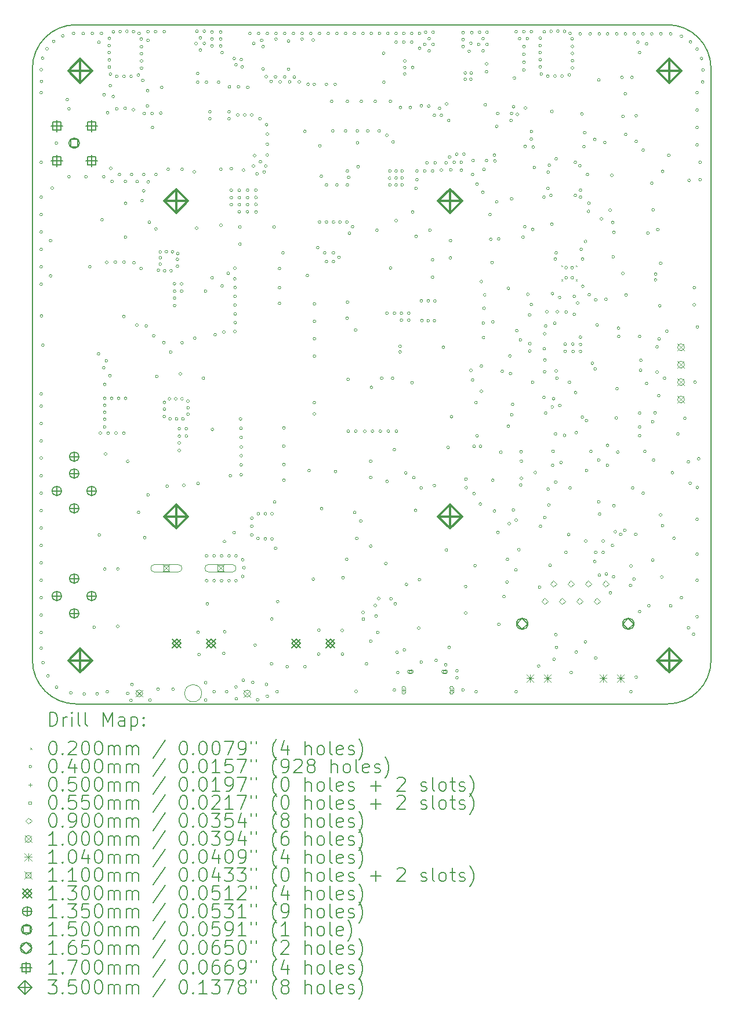
<source format=gbr>
%TF.GenerationSoftware,KiCad,Pcbnew,8.0.5-8.0.5-0~ubuntu24.04.1*%
%TF.CreationDate,2024-10-06T19:53:42+03:00*%
%TF.ProjectId,TACNPR,5441434e-5052-42e6-9b69-6361645f7063,rev?*%
%TF.SameCoordinates,Original*%
%TF.FileFunction,Drillmap*%
%TF.FilePolarity,Positive*%
%FSLAX45Y45*%
G04 Gerber Fmt 4.5, Leading zero omitted, Abs format (unit mm)*
G04 Created by KiCad (PCBNEW 8.0.5-8.0.5-0~ubuntu24.04.1) date 2024-10-06 19:53:42*
%MOMM*%
%LPD*%
G01*
G04 APERTURE LIST*
%ADD10C,0.200000*%
%ADD11C,0.120000*%
%ADD12C,0.100000*%
%ADD13C,0.104000*%
%ADD14C,0.110000*%
%ADD15C,0.130000*%
%ADD16C,0.135000*%
%ADD17C,0.150000*%
%ADD18C,0.165000*%
%ADD19C,0.170000*%
%ADD20C,0.350000*%
G04 APERTURE END LIST*
D10*
X9525000Y-3683000D02*
X18161000Y-3683000D01*
X18161000Y-13589000D02*
X9525000Y-13589000D01*
X18796000Y-4318000D02*
X18796000Y-12954000D01*
X9525000Y-13589000D02*
G75*
G02*
X8890000Y-12954000I0J635000D01*
G01*
X18161000Y-3683000D02*
G75*
G02*
X18796000Y-4318000I0J-635000D01*
G01*
X8890000Y-12954000D02*
X8890000Y-4318000D01*
X18796000Y-12954000D02*
G75*
G02*
X18161000Y-13589000I-635000J0D01*
G01*
X8890000Y-4318000D02*
G75*
G02*
X9525000Y-3683000I635000J0D01*
G01*
D11*
X11361500Y-13433620D02*
G75*
G02*
X11111500Y-13433620I-125000J0D01*
G01*
X11111500Y-13433620D02*
G75*
G02*
X11361500Y-13433620I125000J0D01*
G01*
D10*
D12*
X16610900Y-7187500D02*
X16630900Y-7207500D01*
X16630900Y-7187500D02*
X16610900Y-7207500D01*
X16610900Y-7397500D02*
X16630900Y-7417500D01*
X16630900Y-7397500D02*
X16610900Y-7417500D01*
X16820900Y-7187500D02*
X16840900Y-7207500D01*
X16840900Y-7187500D02*
X16820900Y-7207500D01*
X16820900Y-7397500D02*
X16840900Y-7417500D01*
X16840900Y-7397500D02*
X16820900Y-7417500D01*
X9037000Y-4338320D02*
G75*
G02*
X8997000Y-4338320I-20000J0D01*
G01*
X8997000Y-4338320D02*
G75*
G02*
X9037000Y-4338320I20000J0D01*
G01*
X9037000Y-4673600D02*
G75*
G02*
X8997000Y-4673600I-20000J0D01*
G01*
X8997000Y-4673600D02*
G75*
G02*
X9037000Y-4673600I20000J0D01*
G01*
X9037000Y-5689600D02*
G75*
G02*
X8997000Y-5689600I-20000J0D01*
G01*
X8997000Y-5689600D02*
G75*
G02*
X9037000Y-5689600I20000J0D01*
G01*
X9037000Y-6197600D02*
G75*
G02*
X8997000Y-6197600I-20000J0D01*
G01*
X8997000Y-6197600D02*
G75*
G02*
X9037000Y-6197600I20000J0D01*
G01*
X9037000Y-6451600D02*
G75*
G02*
X8997000Y-6451600I-20000J0D01*
G01*
X8997000Y-6451600D02*
G75*
G02*
X9037000Y-6451600I20000J0D01*
G01*
X9037000Y-6705600D02*
G75*
G02*
X8997000Y-6705600I-20000J0D01*
G01*
X8997000Y-6705600D02*
G75*
G02*
X9037000Y-6705600I20000J0D01*
G01*
X9037000Y-6959600D02*
G75*
G02*
X8997000Y-6959600I-20000J0D01*
G01*
X8997000Y-6959600D02*
G75*
G02*
X9037000Y-6959600I20000J0D01*
G01*
X9037000Y-7213600D02*
G75*
G02*
X8997000Y-7213600I-20000J0D01*
G01*
X8997000Y-7213600D02*
G75*
G02*
X9037000Y-7213600I20000J0D01*
G01*
X9037000Y-7467600D02*
G75*
G02*
X8997000Y-7467600I-20000J0D01*
G01*
X8997000Y-7467600D02*
G75*
G02*
X9037000Y-7467600I20000J0D01*
G01*
X9037000Y-9067800D02*
G75*
G02*
X8997000Y-9067800I-20000J0D01*
G01*
X8997000Y-9067800D02*
G75*
G02*
X9037000Y-9067800I20000J0D01*
G01*
X9037000Y-9245600D02*
G75*
G02*
X8997000Y-9245600I-20000J0D01*
G01*
X8997000Y-9245600D02*
G75*
G02*
X9037000Y-9245600I20000J0D01*
G01*
X9037000Y-9499600D02*
G75*
G02*
X8997000Y-9499600I-20000J0D01*
G01*
X8997000Y-9499600D02*
G75*
G02*
X9037000Y-9499600I20000J0D01*
G01*
X9037000Y-9753600D02*
G75*
G02*
X8997000Y-9753600I-20000J0D01*
G01*
X8997000Y-9753600D02*
G75*
G02*
X9037000Y-9753600I20000J0D01*
G01*
X9037000Y-10001250D02*
G75*
G02*
X8997000Y-10001250I-20000J0D01*
G01*
X8997000Y-10001250D02*
G75*
G02*
X9037000Y-10001250I20000J0D01*
G01*
X9037000Y-10261600D02*
G75*
G02*
X8997000Y-10261600I-20000J0D01*
G01*
X8997000Y-10261600D02*
G75*
G02*
X9037000Y-10261600I20000J0D01*
G01*
X9037000Y-10515600D02*
G75*
G02*
X8997000Y-10515600I-20000J0D01*
G01*
X8997000Y-10515600D02*
G75*
G02*
X9037000Y-10515600I20000J0D01*
G01*
X9037000Y-10769600D02*
G75*
G02*
X8997000Y-10769600I-20000J0D01*
G01*
X8997000Y-10769600D02*
G75*
G02*
X9037000Y-10769600I20000J0D01*
G01*
X9037000Y-11023600D02*
G75*
G02*
X8997000Y-11023600I-20000J0D01*
G01*
X8997000Y-11023600D02*
G75*
G02*
X9037000Y-11023600I20000J0D01*
G01*
X9037000Y-11277600D02*
G75*
G02*
X8997000Y-11277600I-20000J0D01*
G01*
X8997000Y-11277600D02*
G75*
G02*
X9037000Y-11277600I20000J0D01*
G01*
X9037000Y-11531600D02*
G75*
G02*
X8997000Y-11531600I-20000J0D01*
G01*
X8997000Y-11531600D02*
G75*
G02*
X9037000Y-11531600I20000J0D01*
G01*
X9037000Y-11785600D02*
G75*
G02*
X8997000Y-11785600I-20000J0D01*
G01*
X8997000Y-11785600D02*
G75*
G02*
X9037000Y-11785600I20000J0D01*
G01*
X9037000Y-12039600D02*
G75*
G02*
X8997000Y-12039600I-20000J0D01*
G01*
X8997000Y-12039600D02*
G75*
G02*
X9037000Y-12039600I20000J0D01*
G01*
X9037000Y-12293600D02*
G75*
G02*
X8997000Y-12293600I-20000J0D01*
G01*
X8997000Y-12293600D02*
G75*
G02*
X9037000Y-12293600I20000J0D01*
G01*
X9037000Y-12547600D02*
G75*
G02*
X8997000Y-12547600I-20000J0D01*
G01*
X8997000Y-12547600D02*
G75*
G02*
X9037000Y-12547600I20000J0D01*
G01*
X9037000Y-12776200D02*
G75*
G02*
X8997000Y-12776200I-20000J0D01*
G01*
X8997000Y-12776200D02*
G75*
G02*
X9037000Y-12776200I20000J0D01*
G01*
X9042080Y-4511040D02*
G75*
G02*
X9002080Y-4511040I-20000J0D01*
G01*
X9002080Y-4511040D02*
G75*
G02*
X9042080Y-4511040I20000J0D01*
G01*
X9042080Y-7929880D02*
G75*
G02*
X9002080Y-7929880I-20000J0D01*
G01*
X9002080Y-7929880D02*
G75*
G02*
X9042080Y-7929880I20000J0D01*
G01*
X9057320Y-4170680D02*
G75*
G02*
X9017320Y-4170680I-20000J0D01*
G01*
X9017320Y-4170680D02*
G75*
G02*
X9057320Y-4170680I20000J0D01*
G01*
X9062400Y-8356600D02*
G75*
G02*
X9022400Y-8356600I-20000J0D01*
G01*
X9022400Y-8356600D02*
G75*
G02*
X9062400Y-8356600I20000J0D01*
G01*
X9064940Y-12987020D02*
G75*
G02*
X9024940Y-12987020I-20000J0D01*
G01*
X9024940Y-12987020D02*
G75*
G02*
X9064940Y-12987020I20000J0D01*
G01*
X9123360Y-4033520D02*
G75*
G02*
X9083360Y-4033520I-20000J0D01*
G01*
X9083360Y-4033520D02*
G75*
G02*
X9123360Y-4033520I20000J0D01*
G01*
X9136060Y-13180060D02*
G75*
G02*
X9096060Y-13180060I-20000J0D01*
G01*
X9096060Y-13180060D02*
G75*
G02*
X9136060Y-13180060I20000J0D01*
G01*
X9174160Y-6832600D02*
G75*
G02*
X9134160Y-6832600I-20000J0D01*
G01*
X9134160Y-6832600D02*
G75*
G02*
X9174160Y-6832600I20000J0D01*
G01*
X9174160Y-7345680D02*
G75*
G02*
X9134160Y-7345680I-20000J0D01*
G01*
X9134160Y-7345680D02*
G75*
G02*
X9174160Y-7345680I20000J0D01*
G01*
X9199560Y-6065520D02*
G75*
G02*
X9159560Y-6065520I-20000J0D01*
G01*
X9159560Y-6065520D02*
G75*
G02*
X9199560Y-6065520I20000J0D01*
G01*
X9219880Y-3926840D02*
G75*
G02*
X9179880Y-3926840I-20000J0D01*
G01*
X9179880Y-3926840D02*
G75*
G02*
X9219880Y-3926840I20000J0D01*
G01*
X9260520Y-5410200D02*
G75*
G02*
X9220520Y-5410200I-20000J0D01*
G01*
X9220520Y-5410200D02*
G75*
G02*
X9260520Y-5410200I20000J0D01*
G01*
X9263060Y-13345160D02*
G75*
G02*
X9223060Y-13345160I-20000J0D01*
G01*
X9223060Y-13345160D02*
G75*
G02*
X9263060Y-13345160I20000J0D01*
G01*
X9351960Y-3845560D02*
G75*
G02*
X9311960Y-3845560I-20000J0D01*
G01*
X9311960Y-3845560D02*
G75*
G02*
X9351960Y-3845560I20000J0D01*
G01*
X9418000Y-4775200D02*
G75*
G02*
X9378000Y-4775200I-20000J0D01*
G01*
X9378000Y-4775200D02*
G75*
G02*
X9418000Y-4775200I20000J0D01*
G01*
X9443400Y-4908550D02*
G75*
G02*
X9403400Y-4908550I-20000J0D01*
G01*
X9403400Y-4908550D02*
G75*
G02*
X9443400Y-4908550I20000J0D01*
G01*
X9443400Y-5899150D02*
G75*
G02*
X9403400Y-5899150I-20000J0D01*
G01*
X9403400Y-5899150D02*
G75*
G02*
X9443400Y-5899150I20000J0D01*
G01*
X9471340Y-13426440D02*
G75*
G02*
X9431340Y-13426440I-20000J0D01*
G01*
X9431340Y-13426440D02*
G75*
G02*
X9471340Y-13426440I20000J0D01*
G01*
X9509440Y-3810000D02*
G75*
G02*
X9469440Y-3810000I-20000J0D01*
G01*
X9469440Y-3810000D02*
G75*
G02*
X9509440Y-3810000I20000J0D01*
G01*
X9651680Y-3810000D02*
G75*
G02*
X9611680Y-3810000I-20000J0D01*
G01*
X9611680Y-3810000D02*
G75*
G02*
X9651680Y-3810000I20000J0D01*
G01*
X9666920Y-13444220D02*
G75*
G02*
X9626920Y-13444220I-20000J0D01*
G01*
X9626920Y-13444220D02*
G75*
G02*
X9666920Y-13444220I20000J0D01*
G01*
X9691050Y-5899150D02*
G75*
G02*
X9651050Y-5899150I-20000J0D01*
G01*
X9651050Y-5899150D02*
G75*
G02*
X9691050Y-5899150I20000J0D01*
G01*
X9748200Y-7213600D02*
G75*
G02*
X9708200Y-7213600I-20000J0D01*
G01*
X9708200Y-7213600D02*
G75*
G02*
X9748200Y-7213600I20000J0D01*
G01*
X9783760Y-3810000D02*
G75*
G02*
X9743760Y-3810000I-20000J0D01*
G01*
X9743760Y-3810000D02*
G75*
G02*
X9783760Y-3810000I20000J0D01*
G01*
X9811700Y-12471400D02*
G75*
G02*
X9771700Y-12471400I-20000J0D01*
G01*
X9771700Y-12471400D02*
G75*
G02*
X9811700Y-12471400I20000J0D01*
G01*
X9854880Y-13441680D02*
G75*
G02*
X9814880Y-13441680I-20000J0D01*
G01*
X9814880Y-13441680D02*
G75*
G02*
X9854880Y-13441680I20000J0D01*
G01*
X9875200Y-8483600D02*
G75*
G02*
X9835200Y-8483600I-20000J0D01*
G01*
X9835200Y-8483600D02*
G75*
G02*
X9875200Y-8483600I20000J0D01*
G01*
X9880280Y-3937000D02*
G75*
G02*
X9840280Y-3937000I-20000J0D01*
G01*
X9840280Y-3937000D02*
G75*
G02*
X9880280Y-3937000I20000J0D01*
G01*
X9886884Y-11123168D02*
G75*
G02*
X9846884Y-11123168I-20000J0D01*
G01*
X9846884Y-11123168D02*
G75*
G02*
X9886884Y-11123168I20000J0D01*
G01*
X9900600Y-9639300D02*
G75*
G02*
X9860600Y-9639300I-20000J0D01*
G01*
X9860600Y-9639300D02*
G75*
G02*
X9900600Y-9639300I20000J0D01*
G01*
X9915840Y-3810000D02*
G75*
G02*
X9875840Y-3810000I-20000J0D01*
G01*
X9875840Y-3810000D02*
G75*
G02*
X9915840Y-3810000I20000J0D01*
G01*
X9926000Y-6527800D02*
G75*
G02*
X9886000Y-6527800I-20000J0D01*
G01*
X9886000Y-6527800D02*
G75*
G02*
X9926000Y-6527800I20000J0D01*
G01*
X9951400Y-5899150D02*
G75*
G02*
X9911400Y-5899150I-20000J0D01*
G01*
X9911400Y-5899150D02*
G75*
G02*
X9951400Y-5899150I20000J0D01*
G01*
X9951400Y-8686800D02*
G75*
G02*
X9911400Y-8686800I-20000J0D01*
G01*
X9911400Y-8686800D02*
G75*
G02*
X9951400Y-8686800I20000J0D01*
G01*
X9956480Y-4704080D02*
G75*
G02*
X9916480Y-4704080I-20000J0D01*
G01*
X9916480Y-4704080D02*
G75*
G02*
X9956480Y-4704080I20000J0D01*
G01*
X9964100Y-8928100D02*
G75*
G02*
X9924100Y-8928100I-20000J0D01*
G01*
X9924100Y-8928100D02*
G75*
G02*
X9964100Y-8928100I20000J0D01*
G01*
X9964100Y-9131300D02*
G75*
G02*
X9924100Y-9131300I-20000J0D01*
G01*
X9924100Y-9131300D02*
G75*
G02*
X9964100Y-9131300I20000J0D01*
G01*
X9964100Y-9232900D02*
G75*
G02*
X9924100Y-9232900I-20000J0D01*
G01*
X9924100Y-9232900D02*
G75*
G02*
X9964100Y-9232900I20000J0D01*
G01*
X9964100Y-9334500D02*
G75*
G02*
X9924100Y-9334500I-20000J0D01*
G01*
X9924100Y-9334500D02*
G75*
G02*
X9964100Y-9334500I20000J0D01*
G01*
X9964100Y-9436100D02*
G75*
G02*
X9924100Y-9436100I-20000J0D01*
G01*
X9924100Y-9436100D02*
G75*
G02*
X9964100Y-9436100I20000J0D01*
G01*
X9964100Y-9550400D02*
G75*
G02*
X9924100Y-9550400I-20000J0D01*
G01*
X9924100Y-9550400D02*
G75*
G02*
X9964100Y-9550400I20000J0D01*
G01*
X9966640Y-11620500D02*
G75*
G02*
X9926640Y-11620500I-20000J0D01*
G01*
X9926640Y-11620500D02*
G75*
G02*
X9966640Y-11620500I20000J0D01*
G01*
X9976800Y-9944100D02*
G75*
G02*
X9936800Y-9944100I-20000J0D01*
G01*
X9936800Y-9944100D02*
G75*
G02*
X9976800Y-9944100I20000J0D01*
G01*
X9989500Y-8585200D02*
G75*
G02*
X9949500Y-8585200I-20000J0D01*
G01*
X9949500Y-8585200D02*
G75*
G02*
X9989500Y-8585200I20000J0D01*
G01*
X9994580Y-7148830D02*
G75*
G02*
X9954580Y-7148830I-20000J0D01*
G01*
X9954580Y-7148830D02*
G75*
G02*
X9994580Y-7148830I20000J0D01*
G01*
X10002200Y-13411200D02*
G75*
G02*
X9962200Y-13411200I-20000J0D01*
G01*
X9962200Y-13411200D02*
G75*
G02*
X10002200Y-13411200I20000J0D01*
G01*
X10008550Y-4965700D02*
G75*
G02*
X9968550Y-4965700I-20000J0D01*
G01*
X9968550Y-4965700D02*
G75*
G02*
X10008550Y-4965700I20000J0D01*
G01*
X10014900Y-9639300D02*
G75*
G02*
X9974900Y-9639300I-20000J0D01*
G01*
X9974900Y-9639300D02*
G75*
G02*
X10014900Y-9639300I20000J0D01*
G01*
X10030140Y-3987800D02*
G75*
G02*
X9990140Y-3987800I-20000J0D01*
G01*
X9990140Y-3987800D02*
G75*
G02*
X10030140Y-3987800I20000J0D01*
G01*
X10030140Y-4089400D02*
G75*
G02*
X9990140Y-4089400I-20000J0D01*
G01*
X9990140Y-4089400D02*
G75*
G02*
X10030140Y-4089400I20000J0D01*
G01*
X10032680Y-3881120D02*
G75*
G02*
X9992680Y-3881120I-20000J0D01*
G01*
X9992680Y-3881120D02*
G75*
G02*
X10032680Y-3881120I20000J0D01*
G01*
X10032680Y-4196080D02*
G75*
G02*
X9992680Y-4196080I-20000J0D01*
G01*
X9992680Y-4196080D02*
G75*
G02*
X10032680Y-4196080I20000J0D01*
G01*
X10032680Y-4300220D02*
G75*
G02*
X9992680Y-4300220I-20000J0D01*
G01*
X9992680Y-4300220D02*
G75*
G02*
X10032680Y-4300220I20000J0D01*
G01*
X10040300Y-8801100D02*
G75*
G02*
X10000300Y-8801100I-20000J0D01*
G01*
X10000300Y-8801100D02*
G75*
G02*
X10040300Y-8801100I20000J0D01*
G01*
X10047920Y-4404360D02*
G75*
G02*
X10007920Y-4404360I-20000J0D01*
G01*
X10007920Y-4404360D02*
G75*
G02*
X10047920Y-4404360I20000J0D01*
G01*
X10047920Y-4572000D02*
G75*
G02*
X10007920Y-4572000I-20000J0D01*
G01*
X10007920Y-4572000D02*
G75*
G02*
X10047920Y-4572000I20000J0D01*
G01*
X10053254Y-5776976D02*
G75*
G02*
X10013254Y-5776976I-20000J0D01*
G01*
X10013254Y-5776976D02*
G75*
G02*
X10053254Y-5776976I20000J0D01*
G01*
X10065700Y-9131300D02*
G75*
G02*
X10025700Y-9131300I-20000J0D01*
G01*
X10025700Y-9131300D02*
G75*
G02*
X10065700Y-9131300I20000J0D01*
G01*
X10073320Y-5969000D02*
G75*
G02*
X10033320Y-5969000I-20000J0D01*
G01*
X10033320Y-5969000D02*
G75*
G02*
X10073320Y-5969000I20000J0D01*
G01*
X10088560Y-4729480D02*
G75*
G02*
X10048560Y-4729480I-20000J0D01*
G01*
X10048560Y-4729480D02*
G75*
G02*
X10088560Y-4729480I20000J0D01*
G01*
X10091100Y-3787140D02*
G75*
G02*
X10051100Y-3787140I-20000J0D01*
G01*
X10051100Y-3787140D02*
G75*
G02*
X10091100Y-3787140I20000J0D01*
G01*
X10120056Y-7146544D02*
G75*
G02*
X10080056Y-7146544I-20000J0D01*
G01*
X10080056Y-7146544D02*
G75*
G02*
X10120056Y-7146544I20000J0D01*
G01*
X10129200Y-9639300D02*
G75*
G02*
X10089200Y-9639300I-20000J0D01*
G01*
X10089200Y-9639300D02*
G75*
G02*
X10129200Y-9639300I20000J0D01*
G01*
X10141900Y-4434840D02*
G75*
G02*
X10101900Y-4434840I-20000J0D01*
G01*
X10101900Y-4434840D02*
G75*
G02*
X10141900Y-4434840I20000J0D01*
G01*
X10141900Y-4908550D02*
G75*
G02*
X10101900Y-4908550I-20000J0D01*
G01*
X10101900Y-4908550D02*
G75*
G02*
X10141900Y-4908550I20000J0D01*
G01*
X10154600Y-12458700D02*
G75*
G02*
X10114600Y-12458700I-20000J0D01*
G01*
X10114600Y-12458700D02*
G75*
G02*
X10154600Y-12458700I20000J0D01*
G01*
X10157140Y-11620500D02*
G75*
G02*
X10117140Y-11620500I-20000J0D01*
G01*
X10117140Y-11620500D02*
G75*
G02*
X10157140Y-11620500I20000J0D01*
G01*
X10167300Y-9131300D02*
G75*
G02*
X10127300Y-9131300I-20000J0D01*
G01*
X10127300Y-9131300D02*
G75*
G02*
X10167300Y-9131300I20000J0D01*
G01*
X10180000Y-5867400D02*
G75*
G02*
X10140000Y-5867400I-20000J0D01*
G01*
X10140000Y-5867400D02*
G75*
G02*
X10180000Y-5867400I20000J0D01*
G01*
X10190160Y-3782060D02*
G75*
G02*
X10150160Y-3782060I-20000J0D01*
G01*
X10150160Y-3782060D02*
G75*
G02*
X10190160Y-3782060I20000J0D01*
G01*
X10243500Y-7937500D02*
G75*
G02*
X10203500Y-7937500I-20000J0D01*
G01*
X10203500Y-7937500D02*
G75*
G02*
X10243500Y-7937500I20000J0D01*
G01*
X10243500Y-9639300D02*
G75*
G02*
X10203500Y-9639300I-20000J0D01*
G01*
X10203500Y-9639300D02*
G75*
G02*
X10243500Y-9639300I20000J0D01*
G01*
X10246040Y-4434840D02*
G75*
G02*
X10206040Y-4434840I-20000J0D01*
G01*
X10206040Y-4434840D02*
G75*
G02*
X10246040Y-4434840I20000J0D01*
G01*
X10246040Y-7146290D02*
G75*
G02*
X10206040Y-7146290I-20000J0D01*
G01*
X10206040Y-7146290D02*
G75*
G02*
X10246040Y-7146290I20000J0D01*
G01*
X10262550Y-4902200D02*
G75*
G02*
X10222550Y-4902200I-20000J0D01*
G01*
X10222550Y-4902200D02*
G75*
G02*
X10262550Y-4902200I20000J0D01*
G01*
X10266360Y-5969000D02*
G75*
G02*
X10226360Y-5969000I-20000J0D01*
G01*
X10226360Y-5969000D02*
G75*
G02*
X10266360Y-5969000I20000J0D01*
G01*
X10268900Y-6286500D02*
G75*
G02*
X10228900Y-6286500I-20000J0D01*
G01*
X10228900Y-6286500D02*
G75*
G02*
X10268900Y-6286500I20000J0D01*
G01*
X10268900Y-6781800D02*
G75*
G02*
X10228900Y-6781800I-20000J0D01*
G01*
X10228900Y-6781800D02*
G75*
G02*
X10268900Y-6781800I20000J0D01*
G01*
X10268900Y-9131300D02*
G75*
G02*
X10228900Y-9131300I-20000J0D01*
G01*
X10228900Y-9131300D02*
G75*
G02*
X10268900Y-9131300I20000J0D01*
G01*
X10289220Y-3779520D02*
G75*
G02*
X10249220Y-3779520I-20000J0D01*
G01*
X10249220Y-3779520D02*
G75*
G02*
X10289220Y-3779520I20000J0D01*
G01*
X10300904Y-10052050D02*
G75*
G02*
X10260904Y-10052050I-20000J0D01*
G01*
X10260904Y-10052050D02*
G75*
G02*
X10300904Y-10052050I20000J0D01*
G01*
X10301920Y-13436600D02*
G75*
G02*
X10261920Y-13436600I-20000J0D01*
G01*
X10261920Y-13436600D02*
G75*
G02*
X10301920Y-13436600I20000J0D01*
G01*
X10347640Y-13538200D02*
G75*
G02*
X10307640Y-13538200I-20000J0D01*
G01*
X10307640Y-13538200D02*
G75*
G02*
X10347640Y-13538200I20000J0D01*
G01*
X10350180Y-4434840D02*
G75*
G02*
X10310180Y-4434840I-20000J0D01*
G01*
X10310180Y-4434840D02*
G75*
G02*
X10350180Y-4434840I20000J0D01*
G01*
X10357800Y-5867400D02*
G75*
G02*
X10317800Y-5867400I-20000J0D01*
G01*
X10317800Y-5867400D02*
G75*
G02*
X10357800Y-5867400I20000J0D01*
G01*
X10362880Y-13304520D02*
G75*
G02*
X10322880Y-13304520I-20000J0D01*
G01*
X10322880Y-13304520D02*
G75*
G02*
X10362880Y-13304520I20000J0D01*
G01*
X10383200Y-4921250D02*
G75*
G02*
X10343200Y-4921250I-20000J0D01*
G01*
X10343200Y-4921250D02*
G75*
G02*
X10383200Y-4921250I20000J0D01*
G01*
X10385740Y-3782060D02*
G75*
G02*
X10345740Y-3782060I-20000J0D01*
G01*
X10345740Y-3782060D02*
G75*
G02*
X10385740Y-3782060I20000J0D01*
G01*
X10392344Y-7154672D02*
G75*
G02*
X10352344Y-7154672I-20000J0D01*
G01*
X10352344Y-7154672D02*
G75*
G02*
X10392344Y-7154672I20000J0D01*
G01*
X10434000Y-8064500D02*
G75*
G02*
X10394000Y-8064500I-20000J0D01*
G01*
X10394000Y-8064500D02*
G75*
G02*
X10434000Y-8064500I20000J0D01*
G01*
X10439080Y-5969000D02*
G75*
G02*
X10399080Y-5969000I-20000J0D01*
G01*
X10399080Y-5969000D02*
G75*
G02*
X10439080Y-5969000I20000J0D01*
G01*
X10456860Y-4417060D02*
G75*
G02*
X10416860Y-4417060I-20000J0D01*
G01*
X10416860Y-4417060D02*
G75*
G02*
X10456860Y-4417060I20000J0D01*
G01*
X10459400Y-10795000D02*
G75*
G02*
X10419400Y-10795000I-20000J0D01*
G01*
X10419400Y-10795000D02*
G75*
G02*
X10459400Y-10795000I20000J0D01*
G01*
X10467020Y-3810000D02*
G75*
G02*
X10427020Y-3810000I-20000J0D01*
G01*
X10427020Y-3810000D02*
G75*
G02*
X10467020Y-3810000I20000J0D01*
G01*
X10494960Y-7237730D02*
G75*
G02*
X10454960Y-7237730I-20000J0D01*
G01*
X10454960Y-7237730D02*
G75*
G02*
X10494960Y-7237730I20000J0D01*
G01*
X10497500Y-3891280D02*
G75*
G02*
X10457500Y-3891280I-20000J0D01*
G01*
X10457500Y-3891280D02*
G75*
G02*
X10497500Y-3891280I20000J0D01*
G01*
X10500040Y-4003040D02*
G75*
G02*
X10460040Y-4003040I-20000J0D01*
G01*
X10460040Y-4003040D02*
G75*
G02*
X10500040Y-4003040I20000J0D01*
G01*
X10500040Y-4104640D02*
G75*
G02*
X10460040Y-4104640I-20000J0D01*
G01*
X10460040Y-4104640D02*
G75*
G02*
X10500040Y-4104640I20000J0D01*
G01*
X10502580Y-4211320D02*
G75*
G02*
X10462580Y-4211320I-20000J0D01*
G01*
X10462580Y-4211320D02*
G75*
G02*
X10502580Y-4211320I20000J0D01*
G01*
X10502580Y-4315460D02*
G75*
G02*
X10462580Y-4315460I-20000J0D01*
G01*
X10462580Y-4315460D02*
G75*
G02*
X10502580Y-4315460I20000J0D01*
G01*
X10510200Y-6248400D02*
G75*
G02*
X10470200Y-6248400I-20000J0D01*
G01*
X10470200Y-6248400D02*
G75*
G02*
X10510200Y-6248400I20000J0D01*
G01*
X10520360Y-4495800D02*
G75*
G02*
X10480360Y-4495800I-20000J0D01*
G01*
X10480360Y-4495800D02*
G75*
G02*
X10520360Y-4495800I20000J0D01*
G01*
X10535600Y-5867400D02*
G75*
G02*
X10495600Y-5867400I-20000J0D01*
G01*
X10495600Y-5867400D02*
G75*
G02*
X10535600Y-5867400I20000J0D01*
G01*
X10535600Y-6106160D02*
G75*
G02*
X10495600Y-6106160I-20000J0D01*
G01*
X10495600Y-6106160D02*
G75*
G02*
X10535600Y-6106160I20000J0D01*
G01*
X10541950Y-4978400D02*
G75*
G02*
X10501950Y-4978400I-20000J0D01*
G01*
X10501950Y-4978400D02*
G75*
G02*
X10541950Y-4978400I20000J0D01*
G01*
X10548300Y-11163300D02*
G75*
G02*
X10508300Y-11163300I-20000J0D01*
G01*
X10508300Y-11163300D02*
G75*
G02*
X10548300Y-11163300I20000J0D01*
G01*
X10570700Y-8075100D02*
G75*
G02*
X10530700Y-8075100I-20000J0D01*
G01*
X10530700Y-8075100D02*
G75*
G02*
X10570700Y-8075100I20000J0D01*
G01*
X10588940Y-4869180D02*
G75*
G02*
X10548940Y-4869180I-20000J0D01*
G01*
X10548940Y-4869180D02*
G75*
G02*
X10588940Y-4869180I20000J0D01*
G01*
X10591480Y-4643120D02*
G75*
G02*
X10551480Y-4643120I-20000J0D01*
G01*
X10551480Y-4643120D02*
G75*
G02*
X10591480Y-4643120I20000J0D01*
G01*
X10596560Y-3784600D02*
G75*
G02*
X10556560Y-3784600I-20000J0D01*
G01*
X10556560Y-3784600D02*
G75*
G02*
X10596560Y-3784600I20000J0D01*
G01*
X10596560Y-3911600D02*
G75*
G02*
X10556560Y-3911600I-20000J0D01*
G01*
X10556560Y-3911600D02*
G75*
G02*
X10596560Y-3911600I20000J0D01*
G01*
X10599100Y-10541000D02*
G75*
G02*
X10559100Y-10541000I-20000J0D01*
G01*
X10559100Y-10541000D02*
G75*
G02*
X10599100Y-10541000I20000J0D01*
G01*
X10601640Y-5974080D02*
G75*
G02*
X10561640Y-5974080I-20000J0D01*
G01*
X10561640Y-5974080D02*
G75*
G02*
X10601640Y-5974080I20000J0D01*
G01*
X10616880Y-6563360D02*
G75*
G02*
X10576880Y-6563360I-20000J0D01*
G01*
X10576880Y-6563360D02*
G75*
G02*
X10616880Y-6563360I20000J0D01*
G01*
X10627040Y-13533120D02*
G75*
G02*
X10587040Y-13533120I-20000J0D01*
G01*
X10587040Y-13533120D02*
G75*
G02*
X10627040Y-13533120I20000J0D01*
G01*
X10656250Y-4978400D02*
G75*
G02*
X10616250Y-4978400I-20000J0D01*
G01*
X10616250Y-4978400D02*
G75*
G02*
X10656250Y-4978400I20000J0D01*
G01*
X10662600Y-5181600D02*
G75*
G02*
X10622600Y-5181600I-20000J0D01*
G01*
X10622600Y-5181600D02*
G75*
G02*
X10662600Y-5181600I20000J0D01*
G01*
X10680380Y-8218932D02*
G75*
G02*
X10640380Y-8218932I-20000J0D01*
G01*
X10640380Y-8218932D02*
G75*
G02*
X10680380Y-8218932I20000J0D01*
G01*
X10708320Y-3784600D02*
G75*
G02*
X10668320Y-3784600I-20000J0D01*
G01*
X10668320Y-3784600D02*
G75*
G02*
X10708320Y-3784600I20000J0D01*
G01*
X10713400Y-5867400D02*
G75*
G02*
X10673400Y-5867400I-20000J0D01*
G01*
X10673400Y-5867400D02*
G75*
G02*
X10713400Y-5867400I20000J0D01*
G01*
X10713400Y-6659880D02*
G75*
G02*
X10673400Y-6659880I-20000J0D01*
G01*
X10673400Y-6659880D02*
G75*
G02*
X10713400Y-6659880I20000J0D01*
G01*
X10726100Y-8813800D02*
G75*
G02*
X10686100Y-8813800I-20000J0D01*
G01*
X10686100Y-8813800D02*
G75*
G02*
X10726100Y-8813800I20000J0D01*
G01*
X10743880Y-13373100D02*
G75*
G02*
X10703880Y-13373100I-20000J0D01*
G01*
X10703880Y-13373100D02*
G75*
G02*
X10743880Y-13373100I20000J0D01*
G01*
X10748452Y-7262368D02*
G75*
G02*
X10708452Y-7262368I-20000J0D01*
G01*
X10708452Y-7262368D02*
G75*
G02*
X10748452Y-7262368I20000J0D01*
G01*
X10775376Y-6996176D02*
G75*
G02*
X10735376Y-6996176I-20000J0D01*
G01*
X10735376Y-6996176D02*
G75*
G02*
X10775376Y-6996176I20000J0D01*
G01*
X10775376Y-7174484D02*
G75*
G02*
X10735376Y-7174484I-20000J0D01*
G01*
X10735376Y-7174484D02*
G75*
G02*
X10775376Y-7174484I20000J0D01*
G01*
X10776392Y-7081520D02*
G75*
G02*
X10736392Y-7081520I-20000J0D01*
G01*
X10736392Y-7081520D02*
G75*
G02*
X10776392Y-7081520I20000J0D01*
G01*
X10783250Y-4972050D02*
G75*
G02*
X10743250Y-4972050I-20000J0D01*
G01*
X10743250Y-4972050D02*
G75*
G02*
X10783250Y-4972050I20000J0D01*
G01*
X10796204Y-4597400D02*
G75*
G02*
X10756204Y-4597400I-20000J0D01*
G01*
X10756204Y-4597400D02*
G75*
G02*
X10796204Y-4597400I20000J0D01*
G01*
X10827700Y-8318500D02*
G75*
G02*
X10787700Y-8318500I-20000J0D01*
G01*
X10787700Y-8318500D02*
G75*
G02*
X10827700Y-8318500I20000J0D01*
G01*
X10834558Y-9395714D02*
G75*
G02*
X10794558Y-9395714I-20000J0D01*
G01*
X10794558Y-9395714D02*
G75*
G02*
X10834558Y-9395714I20000J0D01*
G01*
X10835320Y-3784600D02*
G75*
G02*
X10795320Y-3784600I-20000J0D01*
G01*
X10795320Y-3784600D02*
G75*
G02*
X10835320Y-3784600I20000J0D01*
G01*
X10835828Y-9190990D02*
G75*
G02*
X10795828Y-9190990I-20000J0D01*
G01*
X10795828Y-9190990D02*
G75*
G02*
X10835828Y-9190990I20000J0D01*
G01*
X10835828Y-9290050D02*
G75*
G02*
X10795828Y-9290050I-20000J0D01*
G01*
X10795828Y-9290050D02*
G75*
G02*
X10835828Y-9290050I20000J0D01*
G01*
X10838622Y-7272274D02*
G75*
G02*
X10798622Y-7272274I-20000J0D01*
G01*
X10798622Y-7272274D02*
G75*
G02*
X10838622Y-7272274I20000J0D01*
G01*
X10865038Y-6993382D02*
G75*
G02*
X10825038Y-6993382I-20000J0D01*
G01*
X10825038Y-6993382D02*
G75*
G02*
X10865038Y-6993382I20000J0D01*
G01*
X10877484Y-10414000D02*
G75*
G02*
X10837484Y-10414000I-20000J0D01*
G01*
X10837484Y-10414000D02*
G75*
G02*
X10877484Y-10414000I20000J0D01*
G01*
X10891200Y-5791200D02*
G75*
G02*
X10851200Y-5791200I-20000J0D01*
G01*
X10851200Y-5791200D02*
G75*
G02*
X10891200Y-5791200I20000J0D01*
G01*
X10909996Y-9139428D02*
G75*
G02*
X10869996Y-9139428I-20000J0D01*
G01*
X10869996Y-9139428D02*
G75*
G02*
X10909996Y-9139428I20000J0D01*
G01*
X10919902Y-9430766D02*
G75*
G02*
X10879902Y-9430766I-20000J0D01*
G01*
X10879902Y-9430766D02*
G75*
G02*
X10919902Y-9430766I20000J0D01*
G01*
X10929300Y-8458200D02*
G75*
G02*
X10889300Y-8458200I-20000J0D01*
G01*
X10889300Y-8458200D02*
G75*
G02*
X10929300Y-8458200I20000J0D01*
G01*
X10933110Y-7270496D02*
G75*
G02*
X10893110Y-7270496I-20000J0D01*
G01*
X10893110Y-7270496D02*
G75*
G02*
X10933110Y-7270496I20000J0D01*
G01*
X10953684Y-6994652D02*
G75*
G02*
X10913684Y-6994652I-20000J0D01*
G01*
X10913684Y-6994652D02*
G75*
G02*
X10953684Y-6994652I20000J0D01*
G01*
X10962320Y-13373100D02*
G75*
G02*
X10922320Y-13373100I-20000J0D01*
G01*
X10922320Y-13373100D02*
G75*
G02*
X10962320Y-13373100I20000J0D01*
G01*
X10983910Y-7461250D02*
G75*
G02*
X10943910Y-7461250I-20000J0D01*
G01*
X10943910Y-7461250D02*
G75*
G02*
X10983910Y-7461250I20000J0D01*
G01*
X10985180Y-7569200D02*
G75*
G02*
X10945180Y-7569200I-20000J0D01*
G01*
X10945180Y-7569200D02*
G75*
G02*
X10985180Y-7569200I20000J0D01*
G01*
X10985180Y-7669530D02*
G75*
G02*
X10945180Y-7669530I-20000J0D01*
G01*
X10945180Y-7669530D02*
G75*
G02*
X10985180Y-7669530I20000J0D01*
G01*
X10985180Y-7778750D02*
G75*
G02*
X10945180Y-7778750I-20000J0D01*
G01*
X10945180Y-7778750D02*
G75*
G02*
X10985180Y-7778750I20000J0D01*
G01*
X11002452Y-9139428D02*
G75*
G02*
X10962452Y-9139428I-20000J0D01*
G01*
X10962452Y-9139428D02*
G75*
G02*
X11002452Y-9139428I20000J0D01*
G01*
X11014390Y-9431782D02*
G75*
G02*
X10974390Y-9431782I-20000J0D01*
G01*
X10974390Y-9431782D02*
G75*
G02*
X11014390Y-9431782I20000J0D01*
G01*
X11026074Y-7104888D02*
G75*
G02*
X10986074Y-7104888I-20000J0D01*
G01*
X10986074Y-7104888D02*
G75*
G02*
X11026074Y-7104888I20000J0D01*
G01*
X11026836Y-7204456D02*
G75*
G02*
X10986836Y-7204456I-20000J0D01*
G01*
X10986836Y-7204456D02*
G75*
G02*
X11026836Y-7204456I20000J0D01*
G01*
X11030646Y-7020306D02*
G75*
G02*
X10990646Y-7020306I-20000J0D01*
G01*
X10990646Y-7020306D02*
G75*
G02*
X11030646Y-7020306I20000J0D01*
G01*
X11052490Y-9574530D02*
G75*
G02*
X11012490Y-9574530I-20000J0D01*
G01*
X11012490Y-9574530D02*
G75*
G02*
X11052490Y-9574530I20000J0D01*
G01*
X11053760Y-9682480D02*
G75*
G02*
X11013760Y-9682480I-20000J0D01*
G01*
X11013760Y-9682480D02*
G75*
G02*
X11053760Y-9682480I20000J0D01*
G01*
X11053760Y-9782810D02*
G75*
G02*
X11013760Y-9782810I-20000J0D01*
G01*
X11013760Y-9782810D02*
G75*
G02*
X11053760Y-9782810I20000J0D01*
G01*
X11053760Y-9892030D02*
G75*
G02*
X11013760Y-9892030I-20000J0D01*
G01*
X11013760Y-9892030D02*
G75*
G02*
X11053760Y-9892030I20000J0D01*
G01*
X11069000Y-8775700D02*
G75*
G02*
X11029000Y-8775700I-20000J0D01*
G01*
X11029000Y-8775700D02*
G75*
G02*
X11069000Y-8775700I20000J0D01*
G01*
X11086780Y-7461250D02*
G75*
G02*
X11046780Y-7461250I-20000J0D01*
G01*
X11046780Y-7461250D02*
G75*
G02*
X11086780Y-7461250I20000J0D01*
G01*
X11088050Y-7567930D02*
G75*
G02*
X11048050Y-7567930I-20000J0D01*
G01*
X11048050Y-7567930D02*
G75*
G02*
X11088050Y-7567930I20000J0D01*
G01*
X11093638Y-9138412D02*
G75*
G02*
X11053638Y-9138412I-20000J0D01*
G01*
X11053638Y-9138412D02*
G75*
G02*
X11093638Y-9138412I20000J0D01*
G01*
X11094400Y-5791200D02*
G75*
G02*
X11054400Y-5791200I-20000J0D01*
G01*
X11054400Y-5791200D02*
G75*
G02*
X11094400Y-5791200I20000J0D01*
G01*
X11094400Y-8319516D02*
G75*
G02*
X11054400Y-8319516I-20000J0D01*
G01*
X11054400Y-8319516D02*
G75*
G02*
X11094400Y-8319516I20000J0D01*
G01*
X11107608Y-9431782D02*
G75*
G02*
X11067608Y-9431782I-20000J0D01*
G01*
X11067608Y-9431782D02*
G75*
G02*
X11107608Y-9431782I20000J0D01*
G01*
X11119800Y-10401300D02*
G75*
G02*
X11079800Y-10401300I-20000J0D01*
G01*
X11079800Y-10401300D02*
G75*
G02*
X11119800Y-10401300I20000J0D01*
G01*
X11155360Y-9574530D02*
G75*
G02*
X11115360Y-9574530I-20000J0D01*
G01*
X11115360Y-9574530D02*
G75*
G02*
X11155360Y-9574530I20000J0D01*
G01*
X11156630Y-9681210D02*
G75*
G02*
X11116630Y-9681210I-20000J0D01*
G01*
X11116630Y-9681210D02*
G75*
G02*
X11156630Y-9681210I20000J0D01*
G01*
X11179490Y-9172194D02*
G75*
G02*
X11139490Y-9172194I-20000J0D01*
G01*
X11139490Y-9172194D02*
G75*
G02*
X11179490Y-9172194I20000J0D01*
G01*
X11181522Y-9362186D02*
G75*
G02*
X11141522Y-9362186I-20000J0D01*
G01*
X11141522Y-9362186D02*
G75*
G02*
X11181522Y-9362186I20000J0D01*
G01*
X11182792Y-9271000D02*
G75*
G02*
X11142792Y-9271000I-20000J0D01*
G01*
X11142792Y-9271000D02*
G75*
G02*
X11182792Y-9271000I20000J0D01*
G01*
X11272200Y-5829300D02*
G75*
G02*
X11232200Y-5829300I-20000J0D01*
G01*
X11232200Y-5829300D02*
G75*
G02*
X11272200Y-5829300I20000J0D01*
G01*
X11279566Y-8252714D02*
G75*
G02*
X11239566Y-8252714I-20000J0D01*
G01*
X11239566Y-8252714D02*
G75*
G02*
X11279566Y-8252714I20000J0D01*
G01*
X11297600Y-3956050D02*
G75*
G02*
X11257600Y-3956050I-20000J0D01*
G01*
X11257600Y-3956050D02*
G75*
G02*
X11297600Y-3956050I20000J0D01*
G01*
X11307760Y-6649720D02*
G75*
G02*
X11267760Y-6649720I-20000J0D01*
G01*
X11267760Y-6649720D02*
G75*
G02*
X11307760Y-6649720I20000J0D01*
G01*
X11310300Y-3778250D02*
G75*
G02*
X11270300Y-3778250I-20000J0D01*
G01*
X11270300Y-3778250D02*
G75*
G02*
X11310300Y-3778250I20000J0D01*
G01*
X11323000Y-4394200D02*
G75*
G02*
X11283000Y-4394200I-20000J0D01*
G01*
X11283000Y-4394200D02*
G75*
G02*
X11323000Y-4394200I20000J0D01*
G01*
X11323000Y-4521200D02*
G75*
G02*
X11283000Y-4521200I-20000J0D01*
G01*
X11283000Y-4521200D02*
G75*
G02*
X11323000Y-4521200I20000J0D01*
G01*
X11328080Y-12542520D02*
G75*
G02*
X11288080Y-12542520I-20000J0D01*
G01*
X11288080Y-12542520D02*
G75*
G02*
X11328080Y-12542520I20000J0D01*
G01*
X11328842Y-10373360D02*
G75*
G02*
X11288842Y-10373360I-20000J0D01*
G01*
X11288842Y-10373360D02*
G75*
G02*
X11328842Y-10373360I20000J0D01*
G01*
X11343320Y-12867640D02*
G75*
G02*
X11303320Y-12867640I-20000J0D01*
G01*
X11303320Y-12867640D02*
G75*
G02*
X11343320Y-12867640I20000J0D01*
G01*
X11361100Y-3873500D02*
G75*
G02*
X11321100Y-3873500I-20000J0D01*
G01*
X11321100Y-3873500D02*
G75*
G02*
X11361100Y-3873500I20000J0D01*
G01*
X11361100Y-4051300D02*
G75*
G02*
X11321100Y-4051300I-20000J0D01*
G01*
X11321100Y-4051300D02*
G75*
G02*
X11361100Y-4051300I20000J0D01*
G01*
X11405550Y-8839200D02*
G75*
G02*
X11365550Y-8839200I-20000J0D01*
G01*
X11365550Y-8839200D02*
G75*
G02*
X11405550Y-8839200I20000J0D01*
G01*
X11418250Y-3778250D02*
G75*
G02*
X11378250Y-3778250I-20000J0D01*
G01*
X11378250Y-3778250D02*
G75*
G02*
X11418250Y-3778250I20000J0D01*
G01*
X11418250Y-3956050D02*
G75*
G02*
X11378250Y-3956050I-20000J0D01*
G01*
X11378250Y-3956050D02*
G75*
G02*
X11418250Y-3956050I20000J0D01*
G01*
X11436792Y-7569708D02*
G75*
G02*
X11396792Y-7569708I-20000J0D01*
G01*
X11396792Y-7569708D02*
G75*
G02*
X11436792Y-7569708I20000J0D01*
G01*
X11439840Y-13279120D02*
G75*
G02*
X11399840Y-13279120I-20000J0D01*
G01*
X11399840Y-13279120D02*
G75*
G02*
X11439840Y-13279120I20000J0D01*
G01*
X11439840Y-13533120D02*
G75*
G02*
X11399840Y-13533120I-20000J0D01*
G01*
X11399840Y-13533120D02*
G75*
G02*
X11439840Y-13533120I20000J0D01*
G01*
X11450000Y-4521200D02*
G75*
G02*
X11410000Y-4521200I-20000J0D01*
G01*
X11410000Y-4521200D02*
G75*
G02*
X11450000Y-4521200I20000J0D01*
G01*
X11452540Y-11430000D02*
G75*
G02*
X11412540Y-11430000I-20000J0D01*
G01*
X11412540Y-11430000D02*
G75*
G02*
X11452540Y-11430000I20000J0D01*
G01*
X11452540Y-11790680D02*
G75*
G02*
X11412540Y-11790680I-20000J0D01*
G01*
X11412540Y-11790680D02*
G75*
G02*
X11452540Y-11790680I20000J0D01*
G01*
X11462700Y-12128500D02*
G75*
G02*
X11422700Y-12128500I-20000J0D01*
G01*
X11422700Y-12128500D02*
G75*
G02*
X11462700Y-12128500I20000J0D01*
G01*
X11500800Y-4953000D02*
G75*
G02*
X11460800Y-4953000I-20000J0D01*
G01*
X11460800Y-4953000D02*
G75*
G02*
X11500800Y-4953000I20000J0D01*
G01*
X11500800Y-5054600D02*
G75*
G02*
X11460800Y-5054600I-20000J0D01*
G01*
X11460800Y-5054600D02*
G75*
G02*
X11500800Y-5054600I20000J0D01*
G01*
X11531280Y-3789680D02*
G75*
G02*
X11491280Y-3789680I-20000J0D01*
G01*
X11491280Y-3789680D02*
G75*
G02*
X11531280Y-3789680I20000J0D01*
G01*
X11531280Y-3891280D02*
G75*
G02*
X11491280Y-3891280I-20000J0D01*
G01*
X11491280Y-3891280D02*
G75*
G02*
X11531280Y-3891280I20000J0D01*
G01*
X11531280Y-3992880D02*
G75*
G02*
X11491280Y-3992880I-20000J0D01*
G01*
X11491280Y-3992880D02*
G75*
G02*
X11531280Y-3992880I20000J0D01*
G01*
X11532550Y-7372350D02*
G75*
G02*
X11492550Y-7372350I-20000J0D01*
G01*
X11492550Y-7372350D02*
G75*
G02*
X11532550Y-7372350I20000J0D01*
G01*
X11536360Y-9585960D02*
G75*
G02*
X11496360Y-9585960I-20000J0D01*
G01*
X11496360Y-9585960D02*
G75*
G02*
X11536360Y-9585960I20000J0D01*
G01*
X11561760Y-11430000D02*
G75*
G02*
X11521760Y-11430000I-20000J0D01*
G01*
X11521760Y-11430000D02*
G75*
G02*
X11561760Y-11430000I20000J0D01*
G01*
X11561760Y-11790680D02*
G75*
G02*
X11521760Y-11790680I-20000J0D01*
G01*
X11521760Y-11790680D02*
G75*
G02*
X11561760Y-11790680I20000J0D01*
G01*
X11561760Y-13411200D02*
G75*
G02*
X11521760Y-13411200I-20000J0D01*
G01*
X11521760Y-13411200D02*
G75*
G02*
X11561760Y-13411200I20000J0D01*
G01*
X11577000Y-8204200D02*
G75*
G02*
X11537000Y-8204200I-20000J0D01*
G01*
X11537000Y-8204200D02*
G75*
G02*
X11577000Y-8204200I20000J0D01*
G01*
X11627800Y-4521200D02*
G75*
G02*
X11587800Y-4521200I-20000J0D01*
G01*
X11587800Y-4521200D02*
G75*
G02*
X11627800Y-4521200I20000J0D01*
G01*
X11658280Y-3789680D02*
G75*
G02*
X11618280Y-3789680I-20000J0D01*
G01*
X11618280Y-3789680D02*
G75*
G02*
X11658280Y-3789680I20000J0D01*
G01*
X11658280Y-3891280D02*
G75*
G02*
X11618280Y-3891280I-20000J0D01*
G01*
X11618280Y-3891280D02*
G75*
G02*
X11658280Y-3891280I20000J0D01*
G01*
X11658280Y-3992880D02*
G75*
G02*
X11618280Y-3992880I-20000J0D01*
G01*
X11618280Y-3992880D02*
G75*
G02*
X11658280Y-3992880I20000J0D01*
G01*
X11660820Y-5791200D02*
G75*
G02*
X11620820Y-5791200I-20000J0D01*
G01*
X11620820Y-5791200D02*
G75*
G02*
X11660820Y-5791200I20000J0D01*
G01*
X11663200Y-6607600D02*
G75*
G02*
X11623200Y-6607600I-20000J0D01*
G01*
X11623200Y-6607600D02*
G75*
G02*
X11663200Y-6607600I20000J0D01*
G01*
X11670980Y-11430000D02*
G75*
G02*
X11630980Y-11430000I-20000J0D01*
G01*
X11630980Y-11430000D02*
G75*
G02*
X11670980Y-11430000I20000J0D01*
G01*
X11670980Y-11790680D02*
G75*
G02*
X11630980Y-11790680I-20000J0D01*
G01*
X11630980Y-11790680D02*
G75*
G02*
X11670980Y-11790680I20000J0D01*
G01*
X11678600Y-4089400D02*
G75*
G02*
X11638600Y-4089400I-20000J0D01*
G01*
X11638600Y-4089400D02*
G75*
G02*
X11678600Y-4089400I20000J0D01*
G01*
X11678600Y-7493000D02*
G75*
G02*
X11638600Y-7493000I-20000J0D01*
G01*
X11638600Y-7493000D02*
G75*
G02*
X11678600Y-7493000I20000J0D01*
G01*
X11702920Y-12852400D02*
G75*
G02*
X11662920Y-12852400I-20000J0D01*
G01*
X11662920Y-12852400D02*
G75*
G02*
X11702920Y-12852400I20000J0D01*
G01*
X11704000Y-8166100D02*
G75*
G02*
X11664000Y-8166100I-20000J0D01*
G01*
X11664000Y-8166100D02*
G75*
G02*
X11704000Y-8166100I20000J0D01*
G01*
X11713200Y-11220100D02*
G75*
G02*
X11673200Y-11220100I-20000J0D01*
G01*
X11673200Y-11220100D02*
G75*
G02*
X11713200Y-11220100I20000J0D01*
G01*
X11715620Y-12534900D02*
G75*
G02*
X11675620Y-12534900I-20000J0D01*
G01*
X11675620Y-12534900D02*
G75*
G02*
X11715620Y-12534900I20000J0D01*
G01*
X11744640Y-13411200D02*
G75*
G02*
X11704640Y-13411200I-20000J0D01*
G01*
X11704640Y-13411200D02*
G75*
G02*
X11744640Y-13411200I20000J0D01*
G01*
X11767500Y-7308850D02*
G75*
G02*
X11727500Y-7308850I-20000J0D01*
G01*
X11727500Y-7308850D02*
G75*
G02*
X11767500Y-7308850I20000J0D01*
G01*
X11780200Y-4953000D02*
G75*
G02*
X11740200Y-4953000I-20000J0D01*
G01*
X11740200Y-4953000D02*
G75*
G02*
X11780200Y-4953000I20000J0D01*
G01*
X11780200Y-5054600D02*
G75*
G02*
X11740200Y-5054600I-20000J0D01*
G01*
X11740200Y-5054600D02*
G75*
G02*
X11780200Y-5054600I20000J0D01*
G01*
X11780200Y-11430000D02*
G75*
G02*
X11740200Y-11430000I-20000J0D01*
G01*
X11740200Y-11430000D02*
G75*
G02*
X11780200Y-11430000I20000J0D01*
G01*
X11780200Y-11790680D02*
G75*
G02*
X11740200Y-11790680I-20000J0D01*
G01*
X11740200Y-11790680D02*
G75*
G02*
X11780200Y-11790680I20000J0D01*
G01*
X11785280Y-4588510D02*
G75*
G02*
X11745280Y-4588510I-20000J0D01*
G01*
X11745280Y-4588510D02*
G75*
G02*
X11785280Y-4588510I20000J0D01*
G01*
X11800520Y-10261600D02*
G75*
G02*
X11760520Y-10261600I-20000J0D01*
G01*
X11760520Y-10261600D02*
G75*
G02*
X11800520Y-10261600I20000J0D01*
G01*
X11813200Y-5782600D02*
G75*
G02*
X11773200Y-5782600I-20000J0D01*
G01*
X11773200Y-5782600D02*
G75*
G02*
X11813200Y-5782600I20000J0D01*
G01*
X11813220Y-6097270D02*
G75*
G02*
X11773220Y-6097270I-20000J0D01*
G01*
X11773220Y-6097270D02*
G75*
G02*
X11813220Y-6097270I20000J0D01*
G01*
X11813220Y-6203950D02*
G75*
G02*
X11773220Y-6203950I-20000J0D01*
G01*
X11773220Y-6203950D02*
G75*
G02*
X11813220Y-6203950I20000J0D01*
G01*
X11813220Y-6305550D02*
G75*
G02*
X11773220Y-6305550I-20000J0D01*
G01*
X11773220Y-6305550D02*
G75*
G02*
X11813220Y-6305550I20000J0D01*
G01*
X11853860Y-11089640D02*
G75*
G02*
X11813860Y-11089640I-20000J0D01*
G01*
X11813860Y-11089640D02*
G75*
G02*
X11853860Y-11089640I20000J0D01*
G01*
X11856400Y-4175760D02*
G75*
G02*
X11816400Y-4175760I-20000J0D01*
G01*
X11816400Y-4175760D02*
G75*
G02*
X11856400Y-4175760I20000J0D01*
G01*
X11864528Y-7387844D02*
G75*
G02*
X11824528Y-7387844I-20000J0D01*
G01*
X11824528Y-7387844D02*
G75*
G02*
X11864528Y-7387844I20000J0D01*
G01*
X11865036Y-7233920D02*
G75*
G02*
X11825036Y-7233920I-20000J0D01*
G01*
X11825036Y-7233920D02*
G75*
G02*
X11865036Y-7233920I20000J0D01*
G01*
X11865036Y-8157718D02*
G75*
G02*
X11825036Y-8157718I-20000J0D01*
G01*
X11825036Y-8157718D02*
G75*
G02*
X11865036Y-8157718I20000J0D01*
G01*
X11867068Y-7645400D02*
G75*
G02*
X11827068Y-7645400I-20000J0D01*
G01*
X11827068Y-7645400D02*
G75*
G02*
X11867068Y-7645400I20000J0D01*
G01*
X11868592Y-7514844D02*
G75*
G02*
X11828592Y-7514844I-20000J0D01*
G01*
X11828592Y-7514844D02*
G75*
G02*
X11868592Y-7514844I20000J0D01*
G01*
X11868592Y-7771384D02*
G75*
G02*
X11828592Y-7771384I-20000J0D01*
G01*
X11828592Y-7771384D02*
G75*
G02*
X11868592Y-7771384I20000J0D01*
G01*
X11868846Y-7901178D02*
G75*
G02*
X11828846Y-7901178I-20000J0D01*
G01*
X11828846Y-7901178D02*
G75*
G02*
X11868846Y-7901178I20000J0D01*
G01*
X11871386Y-8028178D02*
G75*
G02*
X11831386Y-8028178I-20000J0D01*
G01*
X11831386Y-8028178D02*
G75*
G02*
X11871386Y-8028178I20000J0D01*
G01*
X11881800Y-4267200D02*
G75*
G02*
X11841800Y-4267200I-20000J0D01*
G01*
X11841800Y-4267200D02*
G75*
G02*
X11881800Y-4267200I20000J0D01*
G01*
X11881800Y-11430000D02*
G75*
G02*
X11841800Y-11430000I-20000J0D01*
G01*
X11841800Y-11430000D02*
G75*
G02*
X11881800Y-11430000I20000J0D01*
G01*
X11881800Y-11790680D02*
G75*
G02*
X11841800Y-11790680I-20000J0D01*
G01*
X11841800Y-11790680D02*
G75*
G02*
X11881800Y-11790680I20000J0D01*
G01*
X11881800Y-13340080D02*
G75*
G02*
X11841800Y-13340080I-20000J0D01*
G01*
X11841800Y-13340080D02*
G75*
G02*
X11881800Y-13340080I20000J0D01*
G01*
X11886880Y-13512800D02*
G75*
G02*
X11846880Y-13512800I-20000J0D01*
G01*
X11846880Y-13512800D02*
G75*
G02*
X11886880Y-13512800I20000J0D01*
G01*
X11907200Y-4998720D02*
G75*
G02*
X11867200Y-4998720I-20000J0D01*
G01*
X11867200Y-4998720D02*
G75*
G02*
X11907200Y-4998720I20000J0D01*
G01*
X11917360Y-4588510D02*
G75*
G02*
X11877360Y-4588510I-20000J0D01*
G01*
X11877360Y-4588510D02*
G75*
G02*
X11917360Y-4588510I20000J0D01*
G01*
X11930060Y-6097270D02*
G75*
G02*
X11890060Y-6097270I-20000J0D01*
G01*
X11890060Y-6097270D02*
G75*
G02*
X11930060Y-6097270I20000J0D01*
G01*
X11930060Y-6203950D02*
G75*
G02*
X11890060Y-6203950I-20000J0D01*
G01*
X11890060Y-6203950D02*
G75*
G02*
X11930060Y-6203950I20000J0D01*
G01*
X11930060Y-6305550D02*
G75*
G02*
X11890060Y-6305550I-20000J0D01*
G01*
X11890060Y-6305550D02*
G75*
G02*
X11930060Y-6305550I20000J0D01*
G01*
X11930060Y-6410960D02*
G75*
G02*
X11890060Y-6410960I-20000J0D01*
G01*
X11890060Y-6410960D02*
G75*
G02*
X11930060Y-6410960I20000J0D01*
G01*
X11938200Y-6632600D02*
G75*
G02*
X11898200Y-6632600I-20000J0D01*
G01*
X11898200Y-6632600D02*
G75*
G02*
X11938200Y-6632600I20000J0D01*
G01*
X11938200Y-6882600D02*
G75*
G02*
X11898200Y-6882600I-20000J0D01*
G01*
X11898200Y-6882600D02*
G75*
G02*
X11938200Y-6882600I20000J0D01*
G01*
X11948348Y-9433560D02*
G75*
G02*
X11908348Y-9433560I-20000J0D01*
G01*
X11908348Y-9433560D02*
G75*
G02*
X11948348Y-9433560I20000J0D01*
G01*
X11954952Y-9569704D02*
G75*
G02*
X11914952Y-9569704I-20000J0D01*
G01*
X11914952Y-9569704D02*
G75*
G02*
X11954952Y-9569704I20000J0D01*
G01*
X11955206Y-9701784D02*
G75*
G02*
X11915206Y-9701784I-20000J0D01*
G01*
X11915206Y-9701784D02*
G75*
G02*
X11955206Y-9701784I20000J0D01*
G01*
X11956730Y-9968992D02*
G75*
G02*
X11916730Y-9968992I-20000J0D01*
G01*
X11916730Y-9968992D02*
G75*
G02*
X11956730Y-9968992I20000J0D01*
G01*
X11958000Y-4191000D02*
G75*
G02*
X11918000Y-4191000I-20000J0D01*
G01*
X11918000Y-4191000D02*
G75*
G02*
X11958000Y-4191000I20000J0D01*
G01*
X11958000Y-9840722D02*
G75*
G02*
X11918000Y-9840722I-20000J0D01*
G01*
X11918000Y-9840722D02*
G75*
G02*
X11958000Y-9840722I20000J0D01*
G01*
X11958000Y-10102342D02*
G75*
G02*
X11918000Y-10102342I-20000J0D01*
G01*
X11918000Y-10102342D02*
G75*
G02*
X11958000Y-10102342I20000J0D01*
G01*
X11958000Y-10246360D02*
G75*
G02*
X11918000Y-10246360I-20000J0D01*
G01*
X11918000Y-10246360D02*
G75*
G02*
X11958000Y-10246360I20000J0D01*
G01*
X11973240Y-4297680D02*
G75*
G02*
X11933240Y-4297680I-20000J0D01*
G01*
X11933240Y-4297680D02*
G75*
G02*
X11973240Y-4297680I20000J0D01*
G01*
X11978320Y-11485880D02*
G75*
G02*
X11938320Y-11485880I-20000J0D01*
G01*
X11938320Y-11485880D02*
G75*
G02*
X11978320Y-11485880I20000J0D01*
G01*
X11978320Y-11729720D02*
G75*
G02*
X11938320Y-11729720I-20000J0D01*
G01*
X11938320Y-11729720D02*
G75*
G02*
X11978320Y-11729720I20000J0D01*
G01*
X11988480Y-13243560D02*
G75*
G02*
X11948480Y-13243560I-20000J0D01*
G01*
X11948480Y-13243560D02*
G75*
G02*
X11988480Y-13243560I20000J0D01*
G01*
X11991020Y-5803900D02*
G75*
G02*
X11951020Y-5803900I-20000J0D01*
G01*
X11951020Y-5803900D02*
G75*
G02*
X11991020Y-5803900I20000J0D01*
G01*
X11998640Y-11602720D02*
G75*
G02*
X11958640Y-11602720I-20000J0D01*
G01*
X11958640Y-11602720D02*
G75*
G02*
X11998640Y-11602720I20000J0D01*
G01*
X12008800Y-4998720D02*
G75*
G02*
X11968800Y-4998720I-20000J0D01*
G01*
X11968800Y-4998720D02*
G75*
G02*
X12008800Y-4998720I20000J0D01*
G01*
X12049440Y-6410960D02*
G75*
G02*
X12009440Y-6410960I-20000J0D01*
G01*
X12009440Y-6410960D02*
G75*
G02*
X12049440Y-6410960I20000J0D01*
G01*
X12050710Y-6097270D02*
G75*
G02*
X12010710Y-6097270I-20000J0D01*
G01*
X12010710Y-6097270D02*
G75*
G02*
X12050710Y-6097270I20000J0D01*
G01*
X12050710Y-6203950D02*
G75*
G02*
X12010710Y-6203950I-20000J0D01*
G01*
X12010710Y-6203950D02*
G75*
G02*
X12050710Y-6203950I20000J0D01*
G01*
X12050710Y-6305550D02*
G75*
G02*
X12010710Y-6305550I-20000J0D01*
G01*
X12010710Y-6305550D02*
G75*
G02*
X12050710Y-6305550I20000J0D01*
G01*
X12054520Y-4597400D02*
G75*
G02*
X12014520Y-4597400I-20000J0D01*
G01*
X12014520Y-4597400D02*
G75*
G02*
X12054520Y-4597400I20000J0D01*
G01*
X12085000Y-3810000D02*
G75*
G02*
X12045000Y-3810000I-20000J0D01*
G01*
X12045000Y-3810000D02*
G75*
G02*
X12085000Y-3810000I20000J0D01*
G01*
X12110400Y-4998720D02*
G75*
G02*
X12070400Y-4998720I-20000J0D01*
G01*
X12070400Y-4998720D02*
G75*
G02*
X12110400Y-4998720I20000J0D01*
G01*
X12112940Y-10881360D02*
G75*
G02*
X12072940Y-10881360I-20000J0D01*
G01*
X12072940Y-10881360D02*
G75*
G02*
X12112940Y-10881360I20000J0D01*
G01*
X12112940Y-10998200D02*
G75*
G02*
X12072940Y-10998200I-20000J0D01*
G01*
X12072940Y-10998200D02*
G75*
G02*
X12112940Y-10998200I20000J0D01*
G01*
X12112940Y-11122660D02*
G75*
G02*
X12072940Y-11122660I-20000J0D01*
G01*
X12072940Y-11122660D02*
G75*
G02*
X12112940Y-11122660I20000J0D01*
G01*
X12125640Y-13274040D02*
G75*
G02*
X12085640Y-13274040I-20000J0D01*
G01*
X12085640Y-13274040D02*
G75*
G02*
X12125640Y-13274040I20000J0D01*
G01*
X12135800Y-5742940D02*
G75*
G02*
X12095800Y-5742940I-20000J0D01*
G01*
X12095800Y-5742940D02*
G75*
G02*
X12135800Y-5742940I20000J0D01*
G01*
X12140880Y-3954780D02*
G75*
G02*
X12100880Y-3954780I-20000J0D01*
G01*
X12100880Y-3954780D02*
G75*
G02*
X12140880Y-3954780I20000J0D01*
G01*
X12153580Y-5590540D02*
G75*
G02*
X12113580Y-5590540I-20000J0D01*
G01*
X12113580Y-5590540D02*
G75*
G02*
X12153580Y-5590540I20000J0D01*
G01*
X12161200Y-12730480D02*
G75*
G02*
X12121200Y-12730480I-20000J0D01*
G01*
X12121200Y-12730480D02*
G75*
G02*
X12161200Y-12730480I20000J0D01*
G01*
X12172630Y-6094730D02*
G75*
G02*
X12132630Y-6094730I-20000J0D01*
G01*
X12132630Y-6094730D02*
G75*
G02*
X12172630Y-6094730I20000J0D01*
G01*
X12172630Y-6201410D02*
G75*
G02*
X12132630Y-6201410I-20000J0D01*
G01*
X12132630Y-6201410D02*
G75*
G02*
X12172630Y-6201410I20000J0D01*
G01*
X12172630Y-6303010D02*
G75*
G02*
X12132630Y-6303010I-20000J0D01*
G01*
X12132630Y-6303010D02*
G75*
G02*
X12172630Y-6303010I20000J0D01*
G01*
X12173900Y-6413500D02*
G75*
G02*
X12133900Y-6413500I-20000J0D01*
G01*
X12133900Y-6413500D02*
G75*
G02*
X12173900Y-6413500I20000J0D01*
G01*
X12188200Y-5857600D02*
G75*
G02*
X12148200Y-5857600I-20000J0D01*
G01*
X12148200Y-5857600D02*
G75*
G02*
X12188200Y-5857600I20000J0D01*
G01*
X12196760Y-13528040D02*
G75*
G02*
X12156760Y-13528040I-20000J0D01*
G01*
X12156760Y-13528040D02*
G75*
G02*
X12196760Y-13528040I20000J0D01*
G01*
X12201840Y-11176000D02*
G75*
G02*
X12161840Y-11176000I-20000J0D01*
G01*
X12161840Y-11176000D02*
G75*
G02*
X12201840Y-11176000I20000J0D01*
G01*
X12206920Y-10815320D02*
G75*
G02*
X12166920Y-10815320I-20000J0D01*
G01*
X12166920Y-10815320D02*
G75*
G02*
X12206920Y-10815320I20000J0D01*
G01*
X12212000Y-3810000D02*
G75*
G02*
X12172000Y-3810000I-20000J0D01*
G01*
X12172000Y-3810000D02*
G75*
G02*
X12212000Y-3810000I20000J0D01*
G01*
X12232320Y-5054600D02*
G75*
G02*
X12192320Y-5054600I-20000J0D01*
G01*
X12192320Y-5054600D02*
G75*
G02*
X12232320Y-5054600I20000J0D01*
G01*
X12238200Y-5682600D02*
G75*
G02*
X12198200Y-5682600I-20000J0D01*
G01*
X12198200Y-5682600D02*
G75*
G02*
X12238200Y-5682600I20000J0D01*
G01*
X12257720Y-3911600D02*
G75*
G02*
X12217720Y-3911600I-20000J0D01*
G01*
X12217720Y-3911600D02*
G75*
G02*
X12257720Y-3911600I20000J0D01*
G01*
X12278040Y-4000500D02*
G75*
G02*
X12238040Y-4000500I-20000J0D01*
G01*
X12238040Y-4000500D02*
G75*
G02*
X12278040Y-4000500I20000J0D01*
G01*
X12278040Y-4328160D02*
G75*
G02*
X12238040Y-4328160I-20000J0D01*
G01*
X12238040Y-4328160D02*
G75*
G02*
X12278040Y-4328160I20000J0D01*
G01*
X12293280Y-5831840D02*
G75*
G02*
X12253280Y-5831840I-20000J0D01*
G01*
X12253280Y-5831840D02*
G75*
G02*
X12293280Y-5831840I20000J0D01*
G01*
X12311060Y-10815320D02*
G75*
G02*
X12271060Y-10815320I-20000J0D01*
G01*
X12271060Y-10815320D02*
G75*
G02*
X12311060Y-10815320I20000J0D01*
G01*
X12311060Y-11181080D02*
G75*
G02*
X12271060Y-11181080I-20000J0D01*
G01*
X12271060Y-11181080D02*
G75*
G02*
X12311060Y-11181080I20000J0D01*
G01*
X12316140Y-5742940D02*
G75*
G02*
X12276140Y-5742940I-20000J0D01*
G01*
X12276140Y-5742940D02*
G75*
G02*
X12316140Y-5742940I20000J0D01*
G01*
X12323760Y-4439920D02*
G75*
G02*
X12283760Y-4439920I-20000J0D01*
G01*
X12283760Y-4439920D02*
G75*
G02*
X12323760Y-4439920I20000J0D01*
G01*
X12326300Y-13304520D02*
G75*
G02*
X12286300Y-13304520I-20000J0D01*
G01*
X12286300Y-13304520D02*
G75*
G02*
X12326300Y-13304520I20000J0D01*
G01*
X12328840Y-5140960D02*
G75*
G02*
X12288840Y-5140960I-20000J0D01*
G01*
X12288840Y-5140960D02*
G75*
G02*
X12328840Y-5140960I20000J0D01*
G01*
X12338200Y-5582600D02*
G75*
G02*
X12298200Y-5582600I-20000J0D01*
G01*
X12298200Y-5582600D02*
G75*
G02*
X12338200Y-5582600I20000J0D01*
G01*
X12339000Y-3810000D02*
G75*
G02*
X12299000Y-3810000I-20000J0D01*
G01*
X12299000Y-3810000D02*
G75*
G02*
X12339000Y-3810000I20000J0D01*
G01*
X12339000Y-5278120D02*
G75*
G02*
X12299000Y-5278120I-20000J0D01*
G01*
X12299000Y-5278120D02*
G75*
G02*
X12339000Y-5278120I20000J0D01*
G01*
X12339000Y-5425440D02*
G75*
G02*
X12299000Y-5425440I-20000J0D01*
G01*
X12299000Y-5425440D02*
G75*
G02*
X12339000Y-5425440I20000J0D01*
G01*
X12339000Y-13477240D02*
G75*
G02*
X12299000Y-13477240I-20000J0D01*
G01*
X12299000Y-13477240D02*
G75*
G02*
X12339000Y-13477240I20000J0D01*
G01*
X12394880Y-4511040D02*
G75*
G02*
X12354880Y-4511040I-20000J0D01*
G01*
X12354880Y-4511040D02*
G75*
G02*
X12394880Y-4511040I20000J0D01*
G01*
X12399960Y-13004800D02*
G75*
G02*
X12359960Y-13004800I-20000J0D01*
G01*
X12359960Y-13004800D02*
G75*
G02*
X12399960Y-13004800I20000J0D01*
G01*
X12405040Y-12349480D02*
G75*
G02*
X12365040Y-12349480I-20000J0D01*
G01*
X12365040Y-12349480D02*
G75*
G02*
X12405040Y-12349480I20000J0D01*
G01*
X12407580Y-10815320D02*
G75*
G02*
X12367580Y-10815320I-20000J0D01*
G01*
X12367580Y-10815320D02*
G75*
G02*
X12407580Y-10815320I20000J0D01*
G01*
X12407580Y-11181080D02*
G75*
G02*
X12367580Y-11181080I-20000J0D01*
G01*
X12367580Y-11181080D02*
G75*
G02*
X12407580Y-11181080I20000J0D01*
G01*
X12438200Y-6632600D02*
G75*
G02*
X12398200Y-6632600I-20000J0D01*
G01*
X12398200Y-6632600D02*
G75*
G02*
X12438200Y-6632600I20000J0D01*
G01*
X12445680Y-10642600D02*
G75*
G02*
X12405680Y-10642600I-20000J0D01*
G01*
X12405680Y-10642600D02*
G75*
G02*
X12445680Y-10642600I20000J0D01*
G01*
X12458380Y-4442460D02*
G75*
G02*
X12418380Y-4442460I-20000J0D01*
G01*
X12418380Y-4442460D02*
G75*
G02*
X12458380Y-4442460I20000J0D01*
G01*
X12460920Y-11318240D02*
G75*
G02*
X12420920Y-11318240I-20000J0D01*
G01*
X12420920Y-11318240D02*
G75*
G02*
X12460920Y-11318240I20000J0D01*
G01*
X12466000Y-3810000D02*
G75*
G02*
X12426000Y-3810000I-20000J0D01*
G01*
X12426000Y-3810000D02*
G75*
G02*
X12466000Y-3810000I20000J0D01*
G01*
X12466000Y-3891280D02*
G75*
G02*
X12426000Y-3891280I-20000J0D01*
G01*
X12426000Y-3891280D02*
G75*
G02*
X12466000Y-3891280I20000J0D01*
G01*
X12481240Y-13408660D02*
G75*
G02*
X12441240Y-13408660I-20000J0D01*
G01*
X12441240Y-13408660D02*
G75*
G02*
X12481240Y-13408660I20000J0D01*
G01*
X12491400Y-12095480D02*
G75*
G02*
X12451400Y-12095480I-20000J0D01*
G01*
X12451400Y-12095480D02*
G75*
G02*
X12491400Y-12095480I20000J0D01*
G01*
X12516800Y-7239000D02*
G75*
G02*
X12476800Y-7239000I-20000J0D01*
G01*
X12476800Y-7239000D02*
G75*
G02*
X12516800Y-7239000I20000J0D01*
G01*
X12516800Y-7518400D02*
G75*
G02*
X12476800Y-7518400I-20000J0D01*
G01*
X12476800Y-7518400D02*
G75*
G02*
X12516800Y-7518400I20000J0D01*
G01*
X12516800Y-7747000D02*
G75*
G02*
X12476800Y-7747000I-20000J0D01*
G01*
X12476800Y-7747000D02*
G75*
G02*
X12516800Y-7747000I20000J0D01*
G01*
X12526960Y-4516120D02*
G75*
G02*
X12486960Y-4516120I-20000J0D01*
G01*
X12486960Y-4516120D02*
G75*
G02*
X12526960Y-4516120I20000J0D01*
G01*
X12567600Y-7010400D02*
G75*
G02*
X12527600Y-7010400I-20000J0D01*
G01*
X12527600Y-7010400D02*
G75*
G02*
X12567600Y-7010400I20000J0D01*
G01*
X12580300Y-9563100D02*
G75*
G02*
X12540300Y-9563100I-20000J0D01*
G01*
X12540300Y-9563100D02*
G75*
G02*
X12580300Y-9563100I20000J0D01*
G01*
X12580300Y-9829800D02*
G75*
G02*
X12540300Y-9829800I-20000J0D01*
G01*
X12540300Y-9829800D02*
G75*
G02*
X12580300Y-9829800I20000J0D01*
G01*
X12580300Y-10096500D02*
G75*
G02*
X12540300Y-10096500I-20000J0D01*
G01*
X12540300Y-10096500D02*
G75*
G02*
X12580300Y-10096500I20000J0D01*
G01*
X12580300Y-10325100D02*
G75*
G02*
X12540300Y-10325100I-20000J0D01*
G01*
X12540300Y-10325100D02*
G75*
G02*
X12580300Y-10325100I20000J0D01*
G01*
X12593000Y-3810000D02*
G75*
G02*
X12553000Y-3810000I-20000J0D01*
G01*
X12553000Y-3810000D02*
G75*
G02*
X12593000Y-3810000I20000J0D01*
G01*
X12593000Y-4445000D02*
G75*
G02*
X12553000Y-4445000I-20000J0D01*
G01*
X12553000Y-4445000D02*
G75*
G02*
X12593000Y-4445000I20000J0D01*
G01*
X12628560Y-13045440D02*
G75*
G02*
X12588560Y-13045440I-20000J0D01*
G01*
X12588560Y-13045440D02*
G75*
G02*
X12628560Y-13045440I20000J0D01*
G01*
X12648880Y-3921760D02*
G75*
G02*
X12608880Y-3921760I-20000J0D01*
G01*
X12608880Y-3921760D02*
G75*
G02*
X12648880Y-3921760I20000J0D01*
G01*
X12648880Y-4333240D02*
G75*
G02*
X12608880Y-4333240I-20000J0D01*
G01*
X12608880Y-4333240D02*
G75*
G02*
X12648880Y-4333240I20000J0D01*
G01*
X12664120Y-4516120D02*
G75*
G02*
X12624120Y-4516120I-20000J0D01*
G01*
X12624120Y-4516120D02*
G75*
G02*
X12664120Y-4516120I20000J0D01*
G01*
X12720000Y-3810000D02*
G75*
G02*
X12680000Y-3810000I-20000J0D01*
G01*
X12680000Y-3810000D02*
G75*
G02*
X12720000Y-3810000I20000J0D01*
G01*
X12732700Y-4447540D02*
G75*
G02*
X12692700Y-4447540I-20000J0D01*
G01*
X12692700Y-4447540D02*
G75*
G02*
X12732700Y-4447540I20000J0D01*
G01*
X12806360Y-4516120D02*
G75*
G02*
X12766360Y-4516120I-20000J0D01*
G01*
X12766360Y-4516120D02*
G75*
G02*
X12806360Y-4516120I20000J0D01*
G01*
X12847000Y-3810000D02*
G75*
G02*
X12807000Y-3810000I-20000J0D01*
G01*
X12807000Y-3810000D02*
G75*
G02*
X12847000Y-3810000I20000J0D01*
G01*
X12847000Y-3891280D02*
G75*
G02*
X12807000Y-3891280I-20000J0D01*
G01*
X12807000Y-3891280D02*
G75*
G02*
X12847000Y-3891280I20000J0D01*
G01*
X12887640Y-5237480D02*
G75*
G02*
X12847640Y-5237480I-20000J0D01*
G01*
X12847640Y-5237480D02*
G75*
G02*
X12887640Y-5237480I20000J0D01*
G01*
X12887640Y-13045440D02*
G75*
G02*
X12847640Y-13045440I-20000J0D01*
G01*
X12847640Y-13045440D02*
G75*
G02*
X12887640Y-13045440I20000J0D01*
G01*
X12923200Y-7340600D02*
G75*
G02*
X12883200Y-7340600I-20000J0D01*
G01*
X12883200Y-7340600D02*
G75*
G02*
X12923200Y-7340600I20000J0D01*
G01*
X12933360Y-4551680D02*
G75*
G02*
X12893360Y-4551680I-20000J0D01*
G01*
X12893360Y-4551680D02*
G75*
G02*
X12933360Y-4551680I20000J0D01*
G01*
X12948600Y-10185400D02*
G75*
G02*
X12908600Y-10185400I-20000J0D01*
G01*
X12908600Y-10185400D02*
G75*
G02*
X12948600Y-10185400I20000J0D01*
G01*
X12974000Y-3810000D02*
G75*
G02*
X12934000Y-3810000I-20000J0D01*
G01*
X12934000Y-3810000D02*
G75*
G02*
X12974000Y-3810000I20000J0D01*
G01*
X13009560Y-3906520D02*
G75*
G02*
X12969560Y-3906520I-20000J0D01*
G01*
X12969560Y-3906520D02*
G75*
G02*
X13009560Y-3906520I20000J0D01*
G01*
X13009560Y-11770360D02*
G75*
G02*
X12969560Y-11770360I-20000J0D01*
G01*
X12969560Y-11770360D02*
G75*
G02*
X13009560Y-11770360I20000J0D01*
G01*
X13024800Y-4551680D02*
G75*
G02*
X12984800Y-4551680I-20000J0D01*
G01*
X12984800Y-4551680D02*
G75*
G02*
X13024800Y-4551680I20000J0D01*
G01*
X13024800Y-9194800D02*
G75*
G02*
X12984800Y-9194800I-20000J0D01*
G01*
X12984800Y-9194800D02*
G75*
G02*
X13024800Y-9194800I20000J0D01*
G01*
X13024800Y-9359900D02*
G75*
G02*
X12984800Y-9359900I-20000J0D01*
G01*
X12984800Y-9359900D02*
G75*
G02*
X13024800Y-9359900I20000J0D01*
G01*
X13027340Y-7754620D02*
G75*
G02*
X12987340Y-7754620I-20000J0D01*
G01*
X12987340Y-7754620D02*
G75*
G02*
X13027340Y-7754620I20000J0D01*
G01*
X13027340Y-8008620D02*
G75*
G02*
X12987340Y-8008620I-20000J0D01*
G01*
X12987340Y-8008620D02*
G75*
G02*
X13027340Y-8008620I20000J0D01*
G01*
X13027340Y-8262620D02*
G75*
G02*
X12987340Y-8262620I-20000J0D01*
G01*
X12987340Y-8262620D02*
G75*
G02*
X13027340Y-8262620I20000J0D01*
G01*
X13027340Y-8516620D02*
G75*
G02*
X12987340Y-8516620I-20000J0D01*
G01*
X12987340Y-8516620D02*
G75*
G02*
X13027340Y-8516620I20000J0D01*
G01*
X13075600Y-6934200D02*
G75*
G02*
X13035600Y-6934200I-20000J0D01*
G01*
X13035600Y-6934200D02*
G75*
G02*
X13075600Y-6934200I20000J0D01*
G01*
X13086840Y-12862560D02*
G75*
G02*
X13046840Y-12862560I-20000J0D01*
G01*
X13046840Y-12862560D02*
G75*
G02*
X13086840Y-12862560I20000J0D01*
G01*
X13091920Y-12512040D02*
G75*
G02*
X13051920Y-12512040I-20000J0D01*
G01*
X13051920Y-12512040D02*
G75*
G02*
X13091920Y-12512040I20000J0D01*
G01*
X13101000Y-3810000D02*
G75*
G02*
X13061000Y-3810000I-20000J0D01*
G01*
X13061000Y-3810000D02*
G75*
G02*
X13101000Y-3810000I20000J0D01*
G01*
X13101000Y-6559550D02*
G75*
G02*
X13061000Y-6559550I-20000J0D01*
G01*
X13061000Y-6559550D02*
G75*
G02*
X13101000Y-6559550I20000J0D01*
G01*
X13106080Y-5450840D02*
G75*
G02*
X13066080Y-5450840I-20000J0D01*
G01*
X13066080Y-5450840D02*
G75*
G02*
X13106080Y-5450840I20000J0D01*
G01*
X13126400Y-5892800D02*
G75*
G02*
X13086400Y-5892800I-20000J0D01*
G01*
X13086400Y-5892800D02*
G75*
G02*
X13126400Y-5892800I20000J0D01*
G01*
X13131480Y-10739120D02*
G75*
G02*
X13091480Y-10739120I-20000J0D01*
G01*
X13091480Y-10739120D02*
G75*
G02*
X13131480Y-10739120I20000J0D01*
G01*
X13177200Y-7010400D02*
G75*
G02*
X13137200Y-7010400I-20000J0D01*
G01*
X13137200Y-7010400D02*
G75*
G02*
X13177200Y-7010400I20000J0D01*
G01*
X13202600Y-4551680D02*
G75*
G02*
X13162600Y-4551680I-20000J0D01*
G01*
X13162600Y-4551680D02*
G75*
G02*
X13202600Y-4551680I20000J0D01*
G01*
X13202600Y-6019800D02*
G75*
G02*
X13162600Y-6019800I-20000J0D01*
G01*
X13162600Y-6019800D02*
G75*
G02*
X13202600Y-6019800I20000J0D01*
G01*
X13202600Y-6559550D02*
G75*
G02*
X13162600Y-6559550I-20000J0D01*
G01*
X13162600Y-6559550D02*
G75*
G02*
X13202600Y-6559550I20000J0D01*
G01*
X13202600Y-7137400D02*
G75*
G02*
X13162600Y-7137400I-20000J0D01*
G01*
X13162600Y-7137400D02*
G75*
G02*
X13202600Y-7137400I20000J0D01*
G01*
X13228000Y-3810000D02*
G75*
G02*
X13188000Y-3810000I-20000J0D01*
G01*
X13188000Y-3810000D02*
G75*
G02*
X13228000Y-3810000I20000J0D01*
G01*
X13278800Y-4800600D02*
G75*
G02*
X13238800Y-4800600I-20000J0D01*
G01*
X13238800Y-4800600D02*
G75*
G02*
X13278800Y-4800600I20000J0D01*
G01*
X13294040Y-5232400D02*
G75*
G02*
X13254040Y-5232400I-20000J0D01*
G01*
X13254040Y-5232400D02*
G75*
G02*
X13294040Y-5232400I20000J0D01*
G01*
X13304200Y-7009130D02*
G75*
G02*
X13264200Y-7009130I-20000J0D01*
G01*
X13264200Y-7009130D02*
G75*
G02*
X13304200Y-7009130I20000J0D01*
G01*
X13304200Y-7137400D02*
G75*
G02*
X13264200Y-7137400I-20000J0D01*
G01*
X13264200Y-7137400D02*
G75*
G02*
X13304200Y-7137400I20000J0D01*
G01*
X13305470Y-6560820D02*
G75*
G02*
X13265470Y-6560820I-20000J0D01*
G01*
X13265470Y-6560820D02*
G75*
G02*
X13305470Y-6560820I20000J0D01*
G01*
X13329600Y-4551680D02*
G75*
G02*
X13289600Y-4551680I-20000J0D01*
G01*
X13289600Y-4551680D02*
G75*
G02*
X13329600Y-4551680I20000J0D01*
G01*
X13334680Y-10200640D02*
G75*
G02*
X13294680Y-10200640I-20000J0D01*
G01*
X13294680Y-10200640D02*
G75*
G02*
X13334680Y-10200640I20000J0D01*
G01*
X13355000Y-3810000D02*
G75*
G02*
X13315000Y-3810000I-20000J0D01*
G01*
X13315000Y-3810000D02*
G75*
G02*
X13355000Y-3810000I20000J0D01*
G01*
X13355000Y-6019800D02*
G75*
G02*
X13315000Y-6019800I-20000J0D01*
G01*
X13315000Y-6019800D02*
G75*
G02*
X13355000Y-6019800I20000J0D01*
G01*
X13385480Y-7076440D02*
G75*
G02*
X13345480Y-7076440I-20000J0D01*
G01*
X13345480Y-7076440D02*
G75*
G02*
X13385480Y-7076440I20000J0D01*
G01*
X13400720Y-6560820D02*
G75*
G02*
X13360720Y-6560820I-20000J0D01*
G01*
X13360720Y-6560820D02*
G75*
G02*
X13400720Y-6560820I20000J0D01*
G01*
X13432280Y-12517120D02*
G75*
G02*
X13392280Y-12517120I-20000J0D01*
G01*
X13392280Y-12517120D02*
G75*
G02*
X13432280Y-12517120I20000J0D01*
G01*
X13437360Y-12862560D02*
G75*
G02*
X13397360Y-12862560I-20000J0D01*
G01*
X13397360Y-12862560D02*
G75*
G02*
X13437360Y-12862560I20000J0D01*
G01*
X13443900Y-11747500D02*
G75*
G02*
X13403900Y-11747500I-20000J0D01*
G01*
X13403900Y-11747500D02*
G75*
G02*
X13443900Y-11747500I20000J0D01*
G01*
X13482000Y-3810000D02*
G75*
G02*
X13442000Y-3810000I-20000J0D01*
G01*
X13442000Y-3810000D02*
G75*
G02*
X13482000Y-3810000I20000J0D01*
G01*
X13482000Y-5232400D02*
G75*
G02*
X13442000Y-5232400I-20000J0D01*
G01*
X13442000Y-5232400D02*
G75*
G02*
X13482000Y-5232400I20000J0D01*
G01*
X13498540Y-11480800D02*
G75*
G02*
X13458540Y-11480800I-20000J0D01*
G01*
X13458540Y-11480800D02*
G75*
G02*
X13498540Y-11480800I20000J0D01*
G01*
X13501050Y-6559550D02*
G75*
G02*
X13461050Y-6559550I-20000J0D01*
G01*
X13461050Y-6559550D02*
G75*
G02*
X13501050Y-6559550I20000J0D01*
G01*
X13503844Y-7964424D02*
G75*
G02*
X13463844Y-7964424I-20000J0D01*
G01*
X13463844Y-7964424D02*
G75*
G02*
X13503844Y-7964424I20000J0D01*
G01*
X13507400Y-4800600D02*
G75*
G02*
X13467400Y-4800600I-20000J0D01*
G01*
X13467400Y-4800600D02*
G75*
G02*
X13507400Y-4800600I20000J0D01*
G01*
X13507400Y-5816600D02*
G75*
G02*
X13467400Y-5816600I-20000J0D01*
G01*
X13467400Y-5816600D02*
G75*
G02*
X13507400Y-5816600I20000J0D01*
G01*
X13507400Y-6019800D02*
G75*
G02*
X13467400Y-6019800I-20000J0D01*
G01*
X13467400Y-6019800D02*
G75*
G02*
X13507400Y-6019800I20000J0D01*
G01*
X13509940Y-7728712D02*
G75*
G02*
X13469940Y-7728712I-20000J0D01*
G01*
X13469940Y-7728712D02*
G75*
G02*
X13509940Y-7728712I20000J0D01*
G01*
X13517560Y-8854440D02*
G75*
G02*
X13477560Y-8854440I-20000J0D01*
G01*
X13477560Y-8854440D02*
G75*
G02*
X13517560Y-8854440I20000J0D01*
G01*
X13520100Y-9612376D02*
G75*
G02*
X13480100Y-9612376I-20000J0D01*
G01*
X13480100Y-9612376D02*
G75*
G02*
X13520100Y-9612376I20000J0D01*
G01*
X13526450Y-5910072D02*
G75*
G02*
X13486450Y-5910072I-20000J0D01*
G01*
X13486450Y-5910072D02*
G75*
G02*
X13526450Y-5910072I20000J0D01*
G01*
X13539150Y-6724650D02*
G75*
G02*
X13499150Y-6724650I-20000J0D01*
G01*
X13499150Y-6724650D02*
G75*
G02*
X13539150Y-6724650I20000J0D01*
G01*
X13583600Y-6629400D02*
G75*
G02*
X13543600Y-6629400I-20000J0D01*
G01*
X13543600Y-6629400D02*
G75*
G02*
X13583600Y-6629400I20000J0D01*
G01*
X13609000Y-3810000D02*
G75*
G02*
X13569000Y-3810000I-20000J0D01*
G01*
X13569000Y-3810000D02*
G75*
G02*
X13609000Y-3810000I20000J0D01*
G01*
X13614080Y-10795000D02*
G75*
G02*
X13574080Y-10795000I-20000J0D01*
G01*
X13574080Y-10795000D02*
G75*
G02*
X13614080Y-10795000I20000J0D01*
G01*
X13628304Y-8136382D02*
G75*
G02*
X13588304Y-8136382I-20000J0D01*
G01*
X13588304Y-8136382D02*
G75*
G02*
X13628304Y-8136382I20000J0D01*
G01*
X13629320Y-9611360D02*
G75*
G02*
X13589320Y-9611360I-20000J0D01*
G01*
X13589320Y-9611360D02*
G75*
G02*
X13629320Y-9611360I20000J0D01*
G01*
X13634400Y-13406120D02*
G75*
G02*
X13594400Y-13406120I-20000J0D01*
G01*
X13594400Y-13406120D02*
G75*
G02*
X13634400Y-13406120I20000J0D01*
G01*
X13644560Y-11176000D02*
G75*
G02*
X13604560Y-11176000I-20000J0D01*
G01*
X13604560Y-11176000D02*
G75*
G02*
X13644560Y-11176000I20000J0D01*
G01*
X13654720Y-5232400D02*
G75*
G02*
X13614720Y-5232400I-20000J0D01*
G01*
X13614720Y-5232400D02*
G75*
G02*
X13654720Y-5232400I20000J0D01*
G01*
X13654720Y-5405120D02*
G75*
G02*
X13614720Y-5405120I-20000J0D01*
G01*
X13614720Y-5405120D02*
G75*
G02*
X13654720Y-5405120I20000J0D01*
G01*
X13664626Y-5752338D02*
G75*
G02*
X13624626Y-5752338I-20000J0D01*
G01*
X13624626Y-5752338D02*
G75*
G02*
X13664626Y-5752338I20000J0D01*
G01*
X13705520Y-10922000D02*
G75*
G02*
X13665520Y-10922000I-20000J0D01*
G01*
X13665520Y-10922000D02*
G75*
G02*
X13705520Y-10922000I20000J0D01*
G01*
X13710600Y-4800600D02*
G75*
G02*
X13670600Y-4800600I-20000J0D01*
G01*
X13670600Y-4800600D02*
G75*
G02*
X13710600Y-4800600I20000J0D01*
G01*
X13736000Y-3810000D02*
G75*
G02*
X13696000Y-3810000I-20000J0D01*
G01*
X13696000Y-3810000D02*
G75*
G02*
X13736000Y-3810000I20000J0D01*
G01*
X13736000Y-12255500D02*
G75*
G02*
X13696000Y-12255500I-20000J0D01*
G01*
X13696000Y-12255500D02*
G75*
G02*
X13736000Y-12255500I20000J0D01*
G01*
X13741080Y-12352020D02*
G75*
G02*
X13701080Y-12352020I-20000J0D01*
G01*
X13701080Y-12352020D02*
G75*
G02*
X13741080Y-12352020I20000J0D01*
G01*
X13761400Y-9611868D02*
G75*
G02*
X13721400Y-9611868I-20000J0D01*
G01*
X13721400Y-9611868D02*
G75*
G02*
X13761400Y-9611868I20000J0D01*
G01*
X13786800Y-13004800D02*
G75*
G02*
X13746800Y-13004800I-20000J0D01*
G01*
X13746800Y-13004800D02*
G75*
G02*
X13786800Y-13004800I20000J0D01*
G01*
X13807120Y-5232400D02*
G75*
G02*
X13767120Y-5232400I-20000J0D01*
G01*
X13767120Y-5232400D02*
G75*
G02*
X13807120Y-5232400I20000J0D01*
G01*
X13847760Y-10048240D02*
G75*
G02*
X13807760Y-10048240I-20000J0D01*
G01*
X13807760Y-10048240D02*
G75*
G02*
X13847760Y-10048240I20000J0D01*
G01*
X13847760Y-10287000D02*
G75*
G02*
X13807760Y-10287000I-20000J0D01*
G01*
X13807760Y-10287000D02*
G75*
G02*
X13847760Y-10287000I20000J0D01*
G01*
X13847760Y-11287760D02*
G75*
G02*
X13807760Y-11287760I-20000J0D01*
G01*
X13807760Y-11287760D02*
G75*
G02*
X13847760Y-11287760I20000J0D01*
G01*
X13850300Y-12674600D02*
G75*
G02*
X13810300Y-12674600I-20000J0D01*
G01*
X13810300Y-12674600D02*
G75*
G02*
X13850300Y-12674600I20000J0D01*
G01*
X13856650Y-3810000D02*
G75*
G02*
X13816650Y-3810000I-20000J0D01*
G01*
X13816650Y-3810000D02*
G75*
G02*
X13856650Y-3810000I20000J0D01*
G01*
X13857920Y-8971280D02*
G75*
G02*
X13817920Y-8971280I-20000J0D01*
G01*
X13817920Y-8971280D02*
G75*
G02*
X13857920Y-8971280I20000J0D01*
G01*
X13873160Y-9611360D02*
G75*
G02*
X13833160Y-9611360I-20000J0D01*
G01*
X13833160Y-9611360D02*
G75*
G02*
X13873160Y-9611360I20000J0D01*
G01*
X13913800Y-4800600D02*
G75*
G02*
X13873800Y-4800600I-20000J0D01*
G01*
X13873800Y-4800600D02*
G75*
G02*
X13913800Y-4800600I20000J0D01*
G01*
X13913800Y-12153900D02*
G75*
G02*
X13873800Y-12153900I-20000J0D01*
G01*
X13873800Y-12153900D02*
G75*
G02*
X13913800Y-12153900I20000J0D01*
G01*
X13926500Y-12306300D02*
G75*
G02*
X13886500Y-12306300I-20000J0D01*
G01*
X13886500Y-12306300D02*
G75*
G02*
X13926500Y-12306300I20000J0D01*
G01*
X13939200Y-6680200D02*
G75*
G02*
X13899200Y-6680200I-20000J0D01*
G01*
X13899200Y-6680200D02*
G75*
G02*
X13939200Y-6680200I20000J0D01*
G01*
X13951900Y-12547600D02*
G75*
G02*
X13911900Y-12547600I-20000J0D01*
G01*
X13911900Y-12547600D02*
G75*
G02*
X13951900Y-12547600I20000J0D01*
G01*
X13964600Y-12052300D02*
G75*
G02*
X13924600Y-12052300I-20000J0D01*
G01*
X13924600Y-12052300D02*
G75*
G02*
X13964600Y-12052300I20000J0D01*
G01*
X13970950Y-5232400D02*
G75*
G02*
X13930950Y-5232400I-20000J0D01*
G01*
X13930950Y-5232400D02*
G75*
G02*
X13970950Y-5232400I20000J0D01*
G01*
X13977300Y-3810000D02*
G75*
G02*
X13937300Y-3810000I-20000J0D01*
G01*
X13937300Y-3810000D02*
G75*
G02*
X13977300Y-3810000I20000J0D01*
G01*
X13990000Y-9611360D02*
G75*
G02*
X13950000Y-9611360I-20000J0D01*
G01*
X13950000Y-9611360D02*
G75*
G02*
X13990000Y-9611360I20000J0D01*
G01*
X14010320Y-8839200D02*
G75*
G02*
X13970320Y-8839200I-20000J0D01*
G01*
X13970320Y-8839200D02*
G75*
G02*
X14010320Y-8839200I20000J0D01*
G01*
X14035720Y-4099560D02*
G75*
G02*
X13995720Y-4099560I-20000J0D01*
G01*
X13995720Y-4099560D02*
G75*
G02*
X14035720Y-4099560I20000J0D01*
G01*
X14040800Y-4521200D02*
G75*
G02*
X14000800Y-4521200I-20000J0D01*
G01*
X14000800Y-4521200D02*
G75*
G02*
X14040800Y-4521200I20000J0D01*
G01*
X14068740Y-11541760D02*
G75*
G02*
X14028740Y-11541760I-20000J0D01*
G01*
X14028740Y-11541760D02*
G75*
G02*
X14068740Y-11541760I20000J0D01*
G01*
X14085250Y-5295900D02*
G75*
G02*
X14045250Y-5295900I-20000J0D01*
G01*
X14045250Y-5295900D02*
G75*
G02*
X14085250Y-5295900I20000J0D01*
G01*
X14086266Y-7890764D02*
G75*
G02*
X14046266Y-7890764I-20000J0D01*
G01*
X14046266Y-7890764D02*
G75*
G02*
X14086266Y-7890764I20000J0D01*
G01*
X14086520Y-10342880D02*
G75*
G02*
X14046520Y-10342880I-20000J0D01*
G01*
X14046520Y-10342880D02*
G75*
G02*
X14086520Y-10342880I20000J0D01*
G01*
X14097950Y-3810000D02*
G75*
G02*
X14057950Y-3810000I-20000J0D01*
G01*
X14057950Y-3810000D02*
G75*
G02*
X14097950Y-3810000I20000J0D01*
G01*
X14106840Y-9611360D02*
G75*
G02*
X14066840Y-9611360I-20000J0D01*
G01*
X14066840Y-9611360D02*
G75*
G02*
X14106840Y-9611360I20000J0D01*
G01*
X14124620Y-5920740D02*
G75*
G02*
X14084620Y-5920740I-20000J0D01*
G01*
X14084620Y-5920740D02*
G75*
G02*
X14124620Y-5920740I20000J0D01*
G01*
X14129700Y-5816600D02*
G75*
G02*
X14089700Y-5816600I-20000J0D01*
G01*
X14089700Y-5816600D02*
G75*
G02*
X14129700Y-5816600I20000J0D01*
G01*
X14129700Y-6019800D02*
G75*
G02*
X14089700Y-6019800I-20000J0D01*
G01*
X14089700Y-6019800D02*
G75*
G02*
X14129700Y-6019800I20000J0D01*
G01*
X14136050Y-4800600D02*
G75*
G02*
X14096050Y-4800600I-20000J0D01*
G01*
X14096050Y-4800600D02*
G75*
G02*
X14136050Y-4800600I20000J0D01*
G01*
X14136558Y-7232650D02*
G75*
G02*
X14096558Y-7232650I-20000J0D01*
G01*
X14096558Y-7232650D02*
G75*
G02*
X14136558Y-7232650I20000J0D01*
G01*
X14144940Y-12057380D02*
G75*
G02*
X14104940Y-12057380I-20000J0D01*
G01*
X14104940Y-12057380D02*
G75*
G02*
X14144940Y-12057380I20000J0D01*
G01*
X14167800Y-8839200D02*
G75*
G02*
X14127800Y-8839200I-20000J0D01*
G01*
X14127800Y-8839200D02*
G75*
G02*
X14167800Y-8839200I20000J0D01*
G01*
X14174150Y-5391150D02*
G75*
G02*
X14134150Y-5391150I-20000J0D01*
G01*
X14134150Y-5391150D02*
G75*
G02*
X14174150Y-5391150I20000J0D01*
G01*
X14193200Y-9880600D02*
G75*
G02*
X14153200Y-9880600I-20000J0D01*
G01*
X14153200Y-9880600D02*
G75*
G02*
X14193200Y-9880600I20000J0D01*
G01*
X14193200Y-13385800D02*
G75*
G02*
X14153200Y-13385800I-20000J0D01*
G01*
X14153200Y-13385800D02*
G75*
G02*
X14193200Y-13385800I20000J0D01*
G01*
X14195486Y-7890764D02*
G75*
G02*
X14155486Y-7890764I-20000J0D01*
G01*
X14155486Y-7890764D02*
G75*
G02*
X14195486Y-7890764I20000J0D01*
G01*
X14205900Y-12128500D02*
G75*
G02*
X14165900Y-12128500I-20000J0D01*
G01*
X14165900Y-12128500D02*
G75*
G02*
X14205900Y-12128500I20000J0D01*
G01*
X14218600Y-3810000D02*
G75*
G02*
X14178600Y-3810000I-20000J0D01*
G01*
X14178600Y-3810000D02*
G75*
G02*
X14218600Y-3810000I20000J0D01*
G01*
X14218600Y-3937000D02*
G75*
G02*
X14178600Y-3937000I-20000J0D01*
G01*
X14178600Y-3937000D02*
G75*
G02*
X14218600Y-3937000I20000J0D01*
G01*
X14218600Y-5816600D02*
G75*
G02*
X14178600Y-5816600I-20000J0D01*
G01*
X14178600Y-5816600D02*
G75*
G02*
X14218600Y-5816600I20000J0D01*
G01*
X14218600Y-5918200D02*
G75*
G02*
X14178600Y-5918200I-20000J0D01*
G01*
X14178600Y-5918200D02*
G75*
G02*
X14218600Y-5918200I20000J0D01*
G01*
X14218600Y-6019800D02*
G75*
G02*
X14178600Y-6019800I-20000J0D01*
G01*
X14178600Y-6019800D02*
G75*
G02*
X14218600Y-6019800I20000J0D01*
G01*
X14218600Y-6540500D02*
G75*
G02*
X14178600Y-6540500I-20000J0D01*
G01*
X14178600Y-6540500D02*
G75*
G02*
X14218600Y-6540500I20000J0D01*
G01*
X14223680Y-9611360D02*
G75*
G02*
X14183680Y-9611360I-20000J0D01*
G01*
X14183680Y-9611360D02*
G75*
G02*
X14223680Y-9611360I20000J0D01*
G01*
X14233840Y-12837160D02*
G75*
G02*
X14193840Y-12837160I-20000J0D01*
G01*
X14193840Y-12837160D02*
G75*
G02*
X14233840Y-12837160I20000J0D01*
G01*
X14244000Y-13131800D02*
G75*
G02*
X14204000Y-13131800I-20000J0D01*
G01*
X14204000Y-13131800D02*
G75*
G02*
X14244000Y-13131800I20000J0D01*
G01*
X14277020Y-8370824D02*
G75*
G02*
X14237020Y-8370824I-20000J0D01*
G01*
X14237020Y-8370824D02*
G75*
G02*
X14277020Y-8370824I20000J0D01*
G01*
X14277528Y-8454644D02*
G75*
G02*
X14237528Y-8454644I-20000J0D01*
G01*
X14237528Y-8454644D02*
G75*
G02*
X14277528Y-8454644I20000J0D01*
G01*
X14282100Y-4889500D02*
G75*
G02*
X14242100Y-4889500I-20000J0D01*
G01*
X14242100Y-4889500D02*
G75*
G02*
X14282100Y-4889500I20000J0D01*
G01*
X14295816Y-7890764D02*
G75*
G02*
X14255816Y-7890764I-20000J0D01*
G01*
X14255816Y-7890764D02*
G75*
G02*
X14295816Y-7890764I20000J0D01*
G01*
X14297086Y-7993634D02*
G75*
G02*
X14257086Y-7993634I-20000J0D01*
G01*
X14257086Y-7993634D02*
G75*
G02*
X14297086Y-7993634I20000J0D01*
G01*
X14307500Y-5816600D02*
G75*
G02*
X14267500Y-5816600I-20000J0D01*
G01*
X14267500Y-5816600D02*
G75*
G02*
X14307500Y-5816600I20000J0D01*
G01*
X14307500Y-5918200D02*
G75*
G02*
X14267500Y-5918200I-20000J0D01*
G01*
X14267500Y-5918200D02*
G75*
G02*
X14307500Y-5918200I20000J0D01*
G01*
X14307500Y-6019800D02*
G75*
G02*
X14267500Y-6019800I-20000J0D01*
G01*
X14267500Y-6019800D02*
G75*
G02*
X14307500Y-6019800I20000J0D01*
G01*
X14332900Y-3810000D02*
G75*
G02*
X14292900Y-3810000I-20000J0D01*
G01*
X14292900Y-3810000D02*
G75*
G02*
X14332900Y-3810000I20000J0D01*
G01*
X14332900Y-3937000D02*
G75*
G02*
X14292900Y-3937000I-20000J0D01*
G01*
X14292900Y-3937000D02*
G75*
G02*
X14332900Y-3937000I20000J0D01*
G01*
X14340520Y-12801600D02*
G75*
G02*
X14300520Y-12801600I-20000J0D01*
G01*
X14300520Y-12801600D02*
G75*
G02*
X14340520Y-12801600I20000J0D01*
G01*
X14345600Y-4211320D02*
G75*
G02*
X14305600Y-4211320I-20000J0D01*
G01*
X14305600Y-4211320D02*
G75*
G02*
X14345600Y-4211320I20000J0D01*
G01*
X14345600Y-4307840D02*
G75*
G02*
X14305600Y-4307840I-20000J0D01*
G01*
X14305600Y-4307840D02*
G75*
G02*
X14345600Y-4307840I20000J0D01*
G01*
X14345600Y-4399280D02*
G75*
G02*
X14305600Y-4399280I-20000J0D01*
G01*
X14305600Y-4399280D02*
G75*
G02*
X14345600Y-4399280I20000J0D01*
G01*
X14360840Y-10220960D02*
G75*
G02*
X14320840Y-10220960I-20000J0D01*
G01*
X14320840Y-10220960D02*
G75*
G02*
X14360840Y-10220960I20000J0D01*
G01*
X14371000Y-11846560D02*
G75*
G02*
X14331000Y-11846560I-20000J0D01*
G01*
X14331000Y-11846560D02*
G75*
G02*
X14371000Y-11846560I20000J0D01*
G01*
X14403766Y-7889494D02*
G75*
G02*
X14363766Y-7889494I-20000J0D01*
G01*
X14363766Y-7889494D02*
G75*
G02*
X14403766Y-7889494I20000J0D01*
G01*
X14403766Y-7992364D02*
G75*
G02*
X14363766Y-7992364I-20000J0D01*
G01*
X14363766Y-7992364D02*
G75*
G02*
X14403766Y-7992364I20000J0D01*
G01*
X14428150Y-4889500D02*
G75*
G02*
X14388150Y-4889500I-20000J0D01*
G01*
X14388150Y-4889500D02*
G75*
G02*
X14428150Y-4889500I20000J0D01*
G01*
X14447200Y-3810000D02*
G75*
G02*
X14407200Y-3810000I-20000J0D01*
G01*
X14407200Y-3810000D02*
G75*
G02*
X14447200Y-3810000I20000J0D01*
G01*
X14447200Y-3937000D02*
G75*
G02*
X14407200Y-3937000I-20000J0D01*
G01*
X14407200Y-3937000D02*
G75*
G02*
X14447200Y-3937000I20000J0D01*
G01*
X14452280Y-8905240D02*
G75*
G02*
X14412280Y-8905240I-20000J0D01*
G01*
X14412280Y-8905240D02*
G75*
G02*
X14452280Y-8905240I20000J0D01*
G01*
X14459900Y-4305300D02*
G75*
G02*
X14419900Y-4305300I-20000J0D01*
G01*
X14419900Y-4305300D02*
G75*
G02*
X14459900Y-4305300I20000J0D01*
G01*
X14459900Y-6413500D02*
G75*
G02*
X14419900Y-6413500I-20000J0D01*
G01*
X14419900Y-6413500D02*
G75*
G02*
X14459900Y-6413500I20000J0D01*
G01*
X14477680Y-10287000D02*
G75*
G02*
X14437680Y-10287000I-20000J0D01*
G01*
X14437680Y-10287000D02*
G75*
G02*
X14477680Y-10287000I20000J0D01*
G01*
X14503080Y-10764520D02*
G75*
G02*
X14463080Y-10764520I-20000J0D01*
G01*
X14463080Y-10764520D02*
G75*
G02*
X14503080Y-10764520I20000J0D01*
G01*
X14510700Y-6070600D02*
G75*
G02*
X14470700Y-6070600I-20000J0D01*
G01*
X14470700Y-6070600D02*
G75*
G02*
X14510700Y-6070600I20000J0D01*
G01*
X14510700Y-6769100D02*
G75*
G02*
X14470700Y-6769100I-20000J0D01*
G01*
X14470700Y-6769100D02*
G75*
G02*
X14510700Y-6769100I20000J0D01*
G01*
X14523400Y-5816600D02*
G75*
G02*
X14483400Y-5816600I-20000J0D01*
G01*
X14483400Y-5816600D02*
G75*
G02*
X14523400Y-5816600I20000J0D01*
G01*
X14523400Y-5943600D02*
G75*
G02*
X14483400Y-5943600I-20000J0D01*
G01*
X14483400Y-5943600D02*
G75*
G02*
X14523400Y-5943600I20000J0D01*
G01*
X14548800Y-12484100D02*
G75*
G02*
X14508800Y-12484100I-20000J0D01*
G01*
X14508800Y-12484100D02*
G75*
G02*
X14548800Y-12484100I20000J0D01*
G01*
X14558960Y-11775440D02*
G75*
G02*
X14518960Y-11775440I-20000J0D01*
G01*
X14518960Y-11775440D02*
G75*
G02*
X14558960Y-11775440I20000J0D01*
G01*
X14561500Y-3810000D02*
G75*
G02*
X14521500Y-3810000I-20000J0D01*
G01*
X14521500Y-3810000D02*
G75*
G02*
X14561500Y-3810000I20000J0D01*
G01*
X14561500Y-4025900D02*
G75*
G02*
X14521500Y-4025900I-20000J0D01*
G01*
X14521500Y-4025900D02*
G75*
G02*
X14561500Y-4025900I20000J0D01*
G01*
X14584360Y-10439400D02*
G75*
G02*
X14544360Y-10439400I-20000J0D01*
G01*
X14544360Y-10439400D02*
G75*
G02*
X14584360Y-10439400I20000J0D01*
G01*
X14586900Y-12979400D02*
G75*
G02*
X14546900Y-12979400I-20000J0D01*
G01*
X14546900Y-12979400D02*
G75*
G02*
X14586900Y-12979400I20000J0D01*
G01*
X14586900Y-4864100D02*
G75*
G02*
X14546900Y-4864100I-20000J0D01*
G01*
X14546900Y-4864100D02*
G75*
G02*
X14586900Y-4864100I20000J0D01*
G01*
X14586900Y-7708900D02*
G75*
G02*
X14546900Y-7708900I-20000J0D01*
G01*
X14546900Y-7708900D02*
G75*
G02*
X14586900Y-7708900I20000J0D01*
G01*
X14595536Y-7998206D02*
G75*
G02*
X14555536Y-7998206I-20000J0D01*
G01*
X14555536Y-7998206D02*
G75*
G02*
X14595536Y-7998206I20000J0D01*
G01*
X14637700Y-3968750D02*
G75*
G02*
X14597700Y-3968750I-20000J0D01*
G01*
X14597700Y-3968750D02*
G75*
G02*
X14637700Y-3968750I20000J0D01*
G01*
X14637700Y-5816600D02*
G75*
G02*
X14597700Y-5816600I-20000J0D01*
G01*
X14597700Y-5816600D02*
G75*
G02*
X14637700Y-5816600I20000J0D01*
G01*
X14650400Y-3790950D02*
G75*
G02*
X14610400Y-3790950I-20000J0D01*
G01*
X14610400Y-3790950D02*
G75*
G02*
X14650400Y-3790950I20000J0D01*
G01*
X14669450Y-5695950D02*
G75*
G02*
X14629450Y-5695950I-20000J0D01*
G01*
X14629450Y-5695950D02*
G75*
G02*
X14669450Y-5695950I20000J0D01*
G01*
X14688500Y-7999222D02*
G75*
G02*
X14648500Y-7999222I-20000J0D01*
G01*
X14648500Y-7999222D02*
G75*
G02*
X14688500Y-7999222I20000J0D01*
G01*
X14689008Y-7710170D02*
G75*
G02*
X14649008Y-7710170I-20000J0D01*
G01*
X14649008Y-7710170D02*
G75*
G02*
X14689008Y-7710170I20000J0D01*
G01*
X14694850Y-4870450D02*
G75*
G02*
X14654850Y-4870450I-20000J0D01*
G01*
X14654850Y-4870450D02*
G75*
G02*
X14694850Y-4870450I20000J0D01*
G01*
X14701200Y-3886200D02*
G75*
G02*
X14661200Y-3886200I-20000J0D01*
G01*
X14661200Y-3886200D02*
G75*
G02*
X14701200Y-3886200I20000J0D01*
G01*
X14701200Y-4064000D02*
G75*
G02*
X14661200Y-4064000I-20000J0D01*
G01*
X14661200Y-4064000D02*
G75*
G02*
X14701200Y-4064000I20000J0D01*
G01*
X14713900Y-6680200D02*
G75*
G02*
X14673900Y-6680200I-20000J0D01*
G01*
X14673900Y-6680200D02*
G75*
G02*
X14713900Y-6680200I20000J0D01*
G01*
X14751746Y-7365238D02*
G75*
G02*
X14711746Y-7365238I-20000J0D01*
G01*
X14711746Y-7365238D02*
G75*
G02*
X14751746Y-7365238I20000J0D01*
G01*
X14752000Y-5816600D02*
G75*
G02*
X14712000Y-5816600I-20000J0D01*
G01*
X14712000Y-5816600D02*
G75*
G02*
X14752000Y-5816600I20000J0D01*
G01*
X14752000Y-7112000D02*
G75*
G02*
X14712000Y-7112000I-20000J0D01*
G01*
X14712000Y-7112000D02*
G75*
G02*
X14752000Y-7112000I20000J0D01*
G01*
X14758350Y-3790950D02*
G75*
G02*
X14718350Y-3790950I-20000J0D01*
G01*
X14718350Y-3790950D02*
G75*
G02*
X14758350Y-3790950I20000J0D01*
G01*
X14758350Y-3968750D02*
G75*
G02*
X14718350Y-3968750I-20000J0D01*
G01*
X14718350Y-3968750D02*
G75*
G02*
X14758350Y-3968750I20000J0D01*
G01*
X14777400Y-5003800D02*
G75*
G02*
X14737400Y-5003800I-20000J0D01*
G01*
X14737400Y-5003800D02*
G75*
G02*
X14777400Y-5003800I20000J0D01*
G01*
X14777400Y-10403840D02*
G75*
G02*
X14737400Y-10403840I-20000J0D01*
G01*
X14737400Y-10403840D02*
G75*
G02*
X14777400Y-10403840I20000J0D01*
G01*
X14778416Y-8000238D02*
G75*
G02*
X14738416Y-8000238I-20000J0D01*
G01*
X14738416Y-8000238D02*
G75*
G02*
X14778416Y-8000238I20000J0D01*
G01*
X14784766Y-7712202D02*
G75*
G02*
X14744766Y-7712202I-20000J0D01*
G01*
X14744766Y-7712202D02*
G75*
G02*
X14784766Y-7712202I20000J0D01*
G01*
X14790100Y-5695950D02*
G75*
G02*
X14750100Y-5695950I-20000J0D01*
G01*
X14750100Y-5695950D02*
G75*
G02*
X14790100Y-5695950I20000J0D01*
G01*
X14802800Y-12954000D02*
G75*
G02*
X14762800Y-12954000I-20000J0D01*
G01*
X14762800Y-12954000D02*
G75*
G02*
X14802800Y-12954000I20000J0D01*
G01*
X14853600Y-4902200D02*
G75*
G02*
X14813600Y-4902200I-20000J0D01*
G01*
X14813600Y-4902200D02*
G75*
G02*
X14853600Y-4902200I20000J0D01*
G01*
X14879000Y-5003800D02*
G75*
G02*
X14839000Y-5003800I-20000J0D01*
G01*
X14839000Y-5003800D02*
G75*
G02*
X14879000Y-5003800I20000J0D01*
G01*
X14879000Y-5803900D02*
G75*
G02*
X14839000Y-5803900I-20000J0D01*
G01*
X14839000Y-5803900D02*
G75*
G02*
X14879000Y-5803900I20000J0D01*
G01*
X14909480Y-8387080D02*
G75*
G02*
X14869480Y-8387080I-20000J0D01*
G01*
X14869480Y-8387080D02*
G75*
G02*
X14909480Y-8387080I20000J0D01*
G01*
X14942500Y-13017500D02*
G75*
G02*
X14902500Y-13017500I-20000J0D01*
G01*
X14902500Y-13017500D02*
G75*
G02*
X14942500Y-13017500I20000J0D01*
G01*
X14948850Y-5695950D02*
G75*
G02*
X14908850Y-5695950I-20000J0D01*
G01*
X14908850Y-5695950D02*
G75*
G02*
X14948850Y-5695950I20000J0D01*
G01*
X14952152Y-11344148D02*
G75*
G02*
X14912152Y-11344148I-20000J0D01*
G01*
X14912152Y-11344148D02*
G75*
G02*
X14952152Y-11344148I20000J0D01*
G01*
X14955200Y-4838700D02*
G75*
G02*
X14915200Y-4838700I-20000J0D01*
G01*
X14915200Y-4838700D02*
G75*
G02*
X14955200Y-4838700I20000J0D01*
G01*
X14978200Y-9847600D02*
G75*
G02*
X14938200Y-9847600I-20000J0D01*
G01*
X14938200Y-9847600D02*
G75*
G02*
X14978200Y-9847600I20000J0D01*
G01*
X14986950Y-5080000D02*
G75*
G02*
X14946950Y-5080000I-20000J0D01*
G01*
X14946950Y-5080000D02*
G75*
G02*
X14986950Y-5080000I20000J0D01*
G01*
X14993300Y-12763500D02*
G75*
G02*
X14953300Y-12763500I-20000J0D01*
G01*
X14953300Y-12763500D02*
G75*
G02*
X14993300Y-12763500I20000J0D01*
G01*
X15000920Y-5613400D02*
G75*
G02*
X14960920Y-5613400I-20000J0D01*
G01*
X14960920Y-5613400D02*
G75*
G02*
X15000920Y-5613400I20000J0D01*
G01*
X15013200Y-6832600D02*
G75*
G02*
X14973200Y-6832600I-20000J0D01*
G01*
X14973200Y-6832600D02*
G75*
G02*
X15013200Y-6832600I20000J0D01*
G01*
X15013200Y-7082600D02*
G75*
G02*
X14973200Y-7082600I-20000J0D01*
G01*
X14973200Y-7082600D02*
G75*
G02*
X15013200Y-7082600I20000J0D01*
G01*
X15018700Y-5797550D02*
G75*
G02*
X14978700Y-5797550I-20000J0D01*
G01*
X14978700Y-5797550D02*
G75*
G02*
X15018700Y-5797550I20000J0D01*
G01*
X15028860Y-9400540D02*
G75*
G02*
X14988860Y-9400540I-20000J0D01*
G01*
X14988860Y-9400540D02*
G75*
G02*
X15028860Y-9400540I20000J0D01*
G01*
X15066960Y-5689600D02*
G75*
G02*
X15026960Y-5689600I-20000J0D01*
G01*
X15026960Y-5689600D02*
G75*
G02*
X15066960Y-5689600I20000J0D01*
G01*
X15102520Y-5572760D02*
G75*
G02*
X15062520Y-5572760I-20000J0D01*
G01*
X15062520Y-5572760D02*
G75*
G02*
X15102520Y-5572760I20000J0D01*
G01*
X15107600Y-13106400D02*
G75*
G02*
X15067600Y-13106400I-20000J0D01*
G01*
X15067600Y-13106400D02*
G75*
G02*
X15107600Y-13106400I20000J0D01*
G01*
X15107600Y-13208000D02*
G75*
G02*
X15067600Y-13208000I-20000J0D01*
G01*
X15067600Y-13208000D02*
G75*
G02*
X15107600Y-13208000I20000J0D01*
G01*
X15171100Y-5689600D02*
G75*
G02*
X15131100Y-5689600I-20000J0D01*
G01*
X15131100Y-5689600D02*
G75*
G02*
X15171100Y-5689600I20000J0D01*
G01*
X15171100Y-5803900D02*
G75*
G02*
X15131100Y-5803900I-20000J0D01*
G01*
X15131100Y-5803900D02*
G75*
G02*
X15171100Y-5803900I20000J0D01*
G01*
X15196500Y-3797300D02*
G75*
G02*
X15156500Y-3797300I-20000J0D01*
G01*
X15156500Y-3797300D02*
G75*
G02*
X15196500Y-3797300I20000J0D01*
G01*
X15196500Y-3898900D02*
G75*
G02*
X15156500Y-3898900I-20000J0D01*
G01*
X15156500Y-3898900D02*
G75*
G02*
X15196500Y-3898900I20000J0D01*
G01*
X15196500Y-4000500D02*
G75*
G02*
X15156500Y-4000500I-20000J0D01*
G01*
X15156500Y-4000500D02*
G75*
G02*
X15196500Y-4000500I20000J0D01*
G01*
X15196500Y-13385800D02*
G75*
G02*
X15156500Y-13385800I-20000J0D01*
G01*
X15156500Y-13385800D02*
G75*
G02*
X15196500Y-13385800I20000J0D01*
G01*
X15209200Y-5568950D02*
G75*
G02*
X15169200Y-5568950I-20000J0D01*
G01*
X15169200Y-5568950D02*
G75*
G02*
X15209200Y-5568950I20000J0D01*
G01*
X15228250Y-4387850D02*
G75*
G02*
X15188250Y-4387850I-20000J0D01*
G01*
X15188250Y-4387850D02*
G75*
G02*
X15228250Y-4387850I20000J0D01*
G01*
X15228250Y-4476750D02*
G75*
G02*
X15188250Y-4476750I-20000J0D01*
G01*
X15188250Y-4476750D02*
G75*
G02*
X15228250Y-4476750I20000J0D01*
G01*
X15234600Y-11877040D02*
G75*
G02*
X15194600Y-11877040I-20000J0D01*
G01*
X15194600Y-11877040D02*
G75*
G02*
X15234600Y-11877040I20000J0D01*
G01*
X15234600Y-12263120D02*
G75*
G02*
X15194600Y-12263120I-20000J0D01*
G01*
X15194600Y-12263120D02*
G75*
G02*
X15234600Y-12263120I20000J0D01*
G01*
X15239200Y-10310600D02*
G75*
G02*
X15199200Y-10310600I-20000J0D01*
G01*
X15199200Y-10310600D02*
G75*
G02*
X15239200Y-10310600I20000J0D01*
G01*
X15242200Y-10434600D02*
G75*
G02*
X15202200Y-10434600I-20000J0D01*
G01*
X15202200Y-10434600D02*
G75*
G02*
X15242200Y-10434600I20000J0D01*
G01*
X15285400Y-4069080D02*
G75*
G02*
X15245400Y-4069080I-20000J0D01*
G01*
X15245400Y-4069080D02*
G75*
G02*
X15285400Y-4069080I20000J0D01*
G01*
X15310800Y-3952240D02*
G75*
G02*
X15270800Y-3952240I-20000J0D01*
G01*
X15270800Y-3952240D02*
G75*
G02*
X15310800Y-3952240I20000J0D01*
G01*
X15310800Y-4476750D02*
G75*
G02*
X15270800Y-4476750I-20000J0D01*
G01*
X15270800Y-4476750D02*
G75*
G02*
X15310800Y-4476750I20000J0D01*
G01*
X15310800Y-8724900D02*
G75*
G02*
X15270800Y-8724900I-20000J0D01*
G01*
X15270800Y-8724900D02*
G75*
G02*
X15310800Y-8724900I20000J0D01*
G01*
X15317150Y-4387850D02*
G75*
G02*
X15277150Y-4387850I-20000J0D01*
G01*
X15277150Y-4387850D02*
G75*
G02*
X15317150Y-4387850I20000J0D01*
G01*
X15323500Y-3797300D02*
G75*
G02*
X15283500Y-3797300I-20000J0D01*
G01*
X15283500Y-3797300D02*
G75*
G02*
X15323500Y-3797300I20000J0D01*
G01*
X15336200Y-5867400D02*
G75*
G02*
X15296200Y-5867400I-20000J0D01*
G01*
X15296200Y-5867400D02*
G75*
G02*
X15336200Y-5867400I20000J0D01*
G01*
X15336200Y-8864600D02*
G75*
G02*
X15296200Y-8864600I-20000J0D01*
G01*
X15296200Y-8864600D02*
G75*
G02*
X15336200Y-8864600I20000J0D01*
G01*
X15342550Y-5664200D02*
G75*
G02*
X15302550Y-5664200I-20000J0D01*
G01*
X15302550Y-5664200D02*
G75*
G02*
X15342550Y-5664200I20000J0D01*
G01*
X15356520Y-9832340D02*
G75*
G02*
X15316520Y-9832340I-20000J0D01*
G01*
X15316520Y-9832340D02*
G75*
G02*
X15356520Y-9832340I20000J0D01*
G01*
X15356520Y-10520680D02*
G75*
G02*
X15316520Y-10520680I-20000J0D01*
G01*
X15316520Y-10520680D02*
G75*
G02*
X15356520Y-10520680I20000J0D01*
G01*
X15371200Y-11572600D02*
G75*
G02*
X15331200Y-11572600I-20000J0D01*
G01*
X15331200Y-11572600D02*
G75*
G02*
X15371200Y-11572600I20000J0D01*
G01*
X15384460Y-9194800D02*
G75*
G02*
X15344460Y-9194800I-20000J0D01*
G01*
X15344460Y-9194800D02*
G75*
G02*
X15384460Y-9194800I20000J0D01*
G01*
X15387000Y-13411200D02*
G75*
G02*
X15347000Y-13411200I-20000J0D01*
G01*
X15347000Y-13411200D02*
G75*
G02*
X15387000Y-13411200I20000J0D01*
G01*
X15399700Y-6007100D02*
G75*
G02*
X15359700Y-6007100I-20000J0D01*
G01*
X15359700Y-6007100D02*
G75*
G02*
X15399700Y-6007100I20000J0D01*
G01*
X15402240Y-9679940D02*
G75*
G02*
X15362240Y-9679940I-20000J0D01*
G01*
X15362240Y-9679940D02*
G75*
G02*
X15402240Y-9679940I20000J0D01*
G01*
X15425100Y-3968750D02*
G75*
G02*
X15385100Y-3968750I-20000J0D01*
G01*
X15385100Y-3968750D02*
G75*
G02*
X15425100Y-3968750I20000J0D01*
G01*
X15437800Y-3790950D02*
G75*
G02*
X15397800Y-3790950I-20000J0D01*
G01*
X15397800Y-3790950D02*
G75*
G02*
X15437800Y-3790950I20000J0D01*
G01*
X15447960Y-10673080D02*
G75*
G02*
X15407960Y-10673080I-20000J0D01*
G01*
X15407960Y-10673080D02*
G75*
G02*
X15447960Y-10673080I20000J0D01*
G01*
X15450500Y-9832340D02*
G75*
G02*
X15410500Y-9832340I-20000J0D01*
G01*
X15410500Y-9832340D02*
G75*
G02*
X15450500Y-9832340I20000J0D01*
G01*
X15461930Y-7428230D02*
G75*
G02*
X15421930Y-7428230I-20000J0D01*
G01*
X15421930Y-7428230D02*
G75*
G02*
X15461930Y-7428230I20000J0D01*
G01*
X15463200Y-8661400D02*
G75*
G02*
X15423200Y-8661400I-20000J0D01*
G01*
X15423200Y-8661400D02*
G75*
G02*
X15463200Y-8661400I20000J0D01*
G01*
X15463200Y-9029700D02*
G75*
G02*
X15423200Y-9029700I-20000J0D01*
G01*
X15423200Y-9029700D02*
G75*
G02*
X15463200Y-9029700I20000J0D01*
G01*
X15486060Y-6126480D02*
G75*
G02*
X15446060Y-6126480I-20000J0D01*
G01*
X15446060Y-6126480D02*
G75*
G02*
X15486060Y-6126480I20000J0D01*
G01*
X15488600Y-3886200D02*
G75*
G02*
X15448600Y-3886200I-20000J0D01*
G01*
X15448600Y-3886200D02*
G75*
G02*
X15488600Y-3886200I20000J0D01*
G01*
X15488600Y-4064000D02*
G75*
G02*
X15448600Y-4064000I-20000J0D01*
G01*
X15448600Y-4064000D02*
G75*
G02*
X15488600Y-4064000I20000J0D01*
G01*
X15492410Y-8035290D02*
G75*
G02*
X15452410Y-8035290I-20000J0D01*
G01*
X15452410Y-8035290D02*
G75*
G02*
X15492410Y-8035290I20000J0D01*
G01*
X15494950Y-8246110D02*
G75*
G02*
X15454950Y-8246110I-20000J0D01*
G01*
X15454950Y-8246110D02*
G75*
G02*
X15494950Y-8246110I20000J0D01*
G01*
X15501300Y-5793740D02*
G75*
G02*
X15461300Y-5793740I-20000J0D01*
G01*
X15461300Y-5793740D02*
G75*
G02*
X15501300Y-5793740I20000J0D01*
G01*
X15502570Y-7818120D02*
G75*
G02*
X15462570Y-7818120I-20000J0D01*
G01*
X15462570Y-7818120D02*
G75*
G02*
X15502570Y-7818120I20000J0D01*
G01*
X15513200Y-7622600D02*
G75*
G02*
X15473200Y-7622600I-20000J0D01*
G01*
X15473200Y-7622600D02*
G75*
G02*
X15513200Y-7622600I20000J0D01*
G01*
X15520300Y-4851400D02*
G75*
G02*
X15480300Y-4851400I-20000J0D01*
G01*
X15480300Y-4851400D02*
G75*
G02*
X15520300Y-4851400I20000J0D01*
G01*
X15539400Y-4254500D02*
G75*
G02*
X15499400Y-4254500I-20000J0D01*
G01*
X15499400Y-4254500D02*
G75*
G02*
X15539400Y-4254500I20000J0D01*
G01*
X15539400Y-4368800D02*
G75*
G02*
X15499400Y-4368800I-20000J0D01*
G01*
X15499400Y-4368800D02*
G75*
G02*
X15539400Y-4368800I20000J0D01*
G01*
X15539400Y-5664200D02*
G75*
G02*
X15499400Y-5664200I-20000J0D01*
G01*
X15499400Y-5664200D02*
G75*
G02*
X15539400Y-5664200I20000J0D01*
G01*
X15545750Y-3790950D02*
G75*
G02*
X15505750Y-3790950I-20000J0D01*
G01*
X15505750Y-3790950D02*
G75*
G02*
X15545750Y-3790950I20000J0D01*
G01*
X15545750Y-3968750D02*
G75*
G02*
X15505750Y-3968750I-20000J0D01*
G01*
X15505750Y-3968750D02*
G75*
G02*
X15545750Y-3968750I20000J0D01*
G01*
X15590200Y-6451600D02*
G75*
G02*
X15550200Y-6451600I-20000J0D01*
G01*
X15550200Y-6451600D02*
G75*
G02*
X15590200Y-6451600I20000J0D01*
G01*
X15600360Y-6812280D02*
G75*
G02*
X15560360Y-6812280I-20000J0D01*
G01*
X15560360Y-6812280D02*
G75*
G02*
X15600360Y-6812280I20000J0D01*
G01*
X15620680Y-7152640D02*
G75*
G02*
X15580680Y-7152640I-20000J0D01*
G01*
X15580680Y-7152640D02*
G75*
G02*
X15620680Y-7152640I20000J0D01*
G01*
X15630840Y-8016240D02*
G75*
G02*
X15590840Y-8016240I-20000J0D01*
G01*
X15590840Y-8016240D02*
G75*
G02*
X15630840Y-8016240I20000J0D01*
G01*
X15631200Y-10325600D02*
G75*
G02*
X15591200Y-10325600I-20000J0D01*
G01*
X15591200Y-10325600D02*
G75*
G02*
X15631200Y-10325600I20000J0D01*
G01*
X15653700Y-5585460D02*
G75*
G02*
X15613700Y-5585460I-20000J0D01*
G01*
X15613700Y-5585460D02*
G75*
G02*
X15653700Y-5585460I20000J0D01*
G01*
X15656240Y-10774680D02*
G75*
G02*
X15616240Y-10774680I-20000J0D01*
G01*
X15616240Y-10774680D02*
G75*
G02*
X15656240Y-10774680I20000J0D01*
G01*
X15661320Y-5669280D02*
G75*
G02*
X15621320Y-5669280I-20000J0D01*
G01*
X15621320Y-5669280D02*
G75*
G02*
X15661320Y-5669280I20000J0D01*
G01*
X15686720Y-5166360D02*
G75*
G02*
X15646720Y-5166360I-20000J0D01*
G01*
X15646720Y-5166360D02*
G75*
G02*
X15686720Y-5166360I20000J0D01*
G01*
X15686720Y-6266180D02*
G75*
G02*
X15646720Y-6266180I-20000J0D01*
G01*
X15646720Y-6266180D02*
G75*
G02*
X15686720Y-6266180I20000J0D01*
G01*
X15701960Y-4978400D02*
G75*
G02*
X15661960Y-4978400I-20000J0D01*
G01*
X15661960Y-4978400D02*
G75*
G02*
X15701960Y-4978400I20000J0D01*
G01*
X15704500Y-11087100D02*
G75*
G02*
X15664500Y-11087100I-20000J0D01*
G01*
X15664500Y-11087100D02*
G75*
G02*
X15704500Y-11087100I20000J0D01*
G01*
X15717200Y-6807200D02*
G75*
G02*
X15677200Y-6807200I-20000J0D01*
G01*
X15677200Y-6807200D02*
G75*
G02*
X15717200Y-6807200I20000J0D01*
G01*
X15719105Y-12428855D02*
G75*
G02*
X15679105Y-12428855I-20000J0D01*
G01*
X15679105Y-12428855D02*
G75*
G02*
X15719105Y-12428855I20000J0D01*
G01*
X15748200Y-9917600D02*
G75*
G02*
X15708200Y-9917600I-20000J0D01*
G01*
X15708200Y-9917600D02*
G75*
G02*
X15748200Y-9917600I20000J0D01*
G01*
X15768000Y-8737600D02*
G75*
G02*
X15728000Y-8737600I-20000J0D01*
G01*
X15728000Y-8737600D02*
G75*
G02*
X15768000Y-8737600I20000J0D01*
G01*
X15794200Y-12023600D02*
G75*
G02*
X15754200Y-12023600I-20000J0D01*
G01*
X15754200Y-12023600D02*
G75*
G02*
X15794200Y-12023600I20000J0D01*
G01*
X15838200Y-11812600D02*
G75*
G02*
X15798200Y-11812600I-20000J0D01*
G01*
X15798200Y-11812600D02*
G75*
G02*
X15838200Y-11812600I20000J0D01*
G01*
X15844200Y-11480800D02*
G75*
G02*
X15804200Y-11480800I-20000J0D01*
G01*
X15804200Y-11480800D02*
G75*
G02*
X15844200Y-11480800I20000J0D01*
G01*
X15856900Y-9537700D02*
G75*
G02*
X15816900Y-9537700I-20000J0D01*
G01*
X15816900Y-9537700D02*
G75*
G02*
X15856900Y-9537700I20000J0D01*
G01*
X15859440Y-7528560D02*
G75*
G02*
X15819440Y-7528560I-20000J0D01*
G01*
X15819440Y-7528560D02*
G75*
G02*
X15859440Y-7528560I20000J0D01*
G01*
X15869600Y-10960100D02*
G75*
G02*
X15829600Y-10960100I-20000J0D01*
G01*
X15829600Y-10960100D02*
G75*
G02*
X15869600Y-10960100I20000J0D01*
G01*
X15879760Y-8514080D02*
G75*
G02*
X15839760Y-8514080I-20000J0D01*
G01*
X15839760Y-8514080D02*
G75*
G02*
X15879760Y-8514080I20000J0D01*
G01*
X15888650Y-8769350D02*
G75*
G02*
X15848650Y-8769350I-20000J0D01*
G01*
X15848650Y-8769350D02*
G75*
G02*
X15888650Y-8769350I20000J0D01*
G01*
X15897540Y-5080000D02*
G75*
G02*
X15857540Y-5080000I-20000J0D01*
G01*
X15857540Y-5080000D02*
G75*
G02*
X15897540Y-5080000I20000J0D01*
G01*
X15905160Y-4975860D02*
G75*
G02*
X15865160Y-4975860I-20000J0D01*
G01*
X15865160Y-4975860D02*
G75*
G02*
X15905160Y-4975860I20000J0D01*
G01*
X15905160Y-6223000D02*
G75*
G02*
X15865160Y-6223000I-20000J0D01*
G01*
X15865160Y-6223000D02*
G75*
G02*
X15905160Y-6223000I20000J0D01*
G01*
X15907700Y-9372600D02*
G75*
G02*
X15867700Y-9372600I-20000J0D01*
G01*
X15867700Y-9372600D02*
G75*
G02*
X15907700Y-9372600I20000J0D01*
G01*
X15920400Y-9220200D02*
G75*
G02*
X15880400Y-9220200I-20000J0D01*
G01*
X15880400Y-9220200D02*
G75*
G02*
X15920400Y-9220200I20000J0D01*
G01*
X15930560Y-10759440D02*
G75*
G02*
X15890560Y-10759440I-20000J0D01*
G01*
X15890560Y-10759440D02*
G75*
G02*
X15930560Y-10759440I20000J0D01*
G01*
X15933100Y-4879340D02*
G75*
G02*
X15893100Y-4879340I-20000J0D01*
G01*
X15893100Y-4879340D02*
G75*
G02*
X15933100Y-4879340I20000J0D01*
G01*
X15945800Y-4460240D02*
G75*
G02*
X15905800Y-4460240I-20000J0D01*
G01*
X15905800Y-4460240D02*
G75*
G02*
X15945800Y-4460240I20000J0D01*
G01*
X15968200Y-11633600D02*
G75*
G02*
X15928200Y-11633600I-20000J0D01*
G01*
X15928200Y-11633600D02*
G75*
G02*
X15968200Y-11633600I20000J0D01*
G01*
X15971200Y-3784600D02*
G75*
G02*
X15931200Y-3784600I-20000J0D01*
G01*
X15931200Y-3784600D02*
G75*
G02*
X15971200Y-3784600I20000J0D01*
G01*
X15971200Y-10909300D02*
G75*
G02*
X15931200Y-10909300I-20000J0D01*
G01*
X15931200Y-10909300D02*
G75*
G02*
X15971200Y-10909300I20000J0D01*
G01*
X15971200Y-13411200D02*
G75*
G02*
X15931200Y-13411200I-20000J0D01*
G01*
X15931200Y-13411200D02*
G75*
G02*
X15971200Y-13411200I20000J0D01*
G01*
X15980700Y-8145100D02*
G75*
G02*
X15940700Y-8145100I-20000J0D01*
G01*
X15940700Y-8145100D02*
G75*
G02*
X15980700Y-8145100I20000J0D01*
G01*
X15988980Y-4991100D02*
G75*
G02*
X15948980Y-4991100I-20000J0D01*
G01*
X15948980Y-4991100D02*
G75*
G02*
X15988980Y-4991100I20000J0D01*
G01*
X16012200Y-11339600D02*
G75*
G02*
X15972200Y-11339600I-20000J0D01*
G01*
X15972200Y-11339600D02*
G75*
G02*
X16012200Y-11339600I20000J0D01*
G01*
X16022000Y-3886200D02*
G75*
G02*
X15982000Y-3886200I-20000J0D01*
G01*
X15982000Y-3886200D02*
G75*
G02*
X16022000Y-3886200I20000J0D01*
G01*
X16034700Y-8280400D02*
G75*
G02*
X15994700Y-8280400I-20000J0D01*
G01*
X15994700Y-8280400D02*
G75*
G02*
X16034700Y-8280400I20000J0D01*
G01*
X16038200Y-10397600D02*
G75*
G02*
X15998200Y-10397600I-20000J0D01*
G01*
X15998200Y-10397600D02*
G75*
G02*
X16038200Y-10397600I20000J0D01*
G01*
X16043200Y-9910600D02*
G75*
G02*
X16003200Y-9910600I-20000J0D01*
G01*
X16003200Y-9910600D02*
G75*
G02*
X16043200Y-9910600I20000J0D01*
G01*
X16047400Y-10048240D02*
G75*
G02*
X16007400Y-10048240I-20000J0D01*
G01*
X16007400Y-10048240D02*
G75*
G02*
X16047400Y-10048240I20000J0D01*
G01*
X16047400Y-10299700D02*
G75*
G02*
X16007400Y-10299700I-20000J0D01*
G01*
X16007400Y-10299700D02*
G75*
G02*
X16047400Y-10299700I20000J0D01*
G01*
X16072800Y-6781292D02*
G75*
G02*
X16032800Y-6781292I-20000J0D01*
G01*
X16032800Y-6781292D02*
G75*
G02*
X16072800Y-6781292I20000J0D01*
G01*
X16085500Y-3784600D02*
G75*
G02*
X16045500Y-3784600I-20000J0D01*
G01*
X16045500Y-3784600D02*
G75*
G02*
X16085500Y-3784600I20000J0D01*
G01*
X16085500Y-4000500D02*
G75*
G02*
X16045500Y-4000500I-20000J0D01*
G01*
X16045500Y-4000500D02*
G75*
G02*
X16085500Y-4000500I20000J0D01*
G01*
X16085500Y-4114800D02*
G75*
G02*
X16045500Y-4114800I-20000J0D01*
G01*
X16045500Y-4114800D02*
G75*
G02*
X16085500Y-4114800I20000J0D01*
G01*
X16085500Y-4229100D02*
G75*
G02*
X16045500Y-4229100I-20000J0D01*
G01*
X16045500Y-4229100D02*
G75*
G02*
X16085500Y-4229100I20000J0D01*
G01*
X16085500Y-4343400D02*
G75*
G02*
X16045500Y-4343400I-20000J0D01*
G01*
X16045500Y-4343400D02*
G75*
G02*
X16085500Y-4343400I20000J0D01*
G01*
X16098200Y-6629400D02*
G75*
G02*
X16058200Y-6629400I-20000J0D01*
G01*
X16058200Y-6629400D02*
G75*
G02*
X16098200Y-6629400I20000J0D01*
G01*
X16103280Y-5458460D02*
G75*
G02*
X16063280Y-5458460I-20000J0D01*
G01*
X16063280Y-5458460D02*
G75*
G02*
X16103280Y-5458460I20000J0D01*
G01*
X16108200Y-4897600D02*
G75*
G02*
X16068200Y-4897600I-20000J0D01*
G01*
X16068200Y-4897600D02*
G75*
G02*
X16108200Y-4897600I20000J0D01*
G01*
X16136300Y-3886200D02*
G75*
G02*
X16096300Y-3886200I-20000J0D01*
G01*
X16096300Y-3886200D02*
G75*
G02*
X16136300Y-3886200I20000J0D01*
G01*
X16142904Y-7615428D02*
G75*
G02*
X16102904Y-7615428I-20000J0D01*
G01*
X16102904Y-7615428D02*
G75*
G02*
X16142904Y-7615428I20000J0D01*
G01*
X16169320Y-7914640D02*
G75*
G02*
X16129320Y-7914640I-20000J0D01*
G01*
X16129320Y-7914640D02*
G75*
G02*
X16169320Y-7914640I20000J0D01*
G01*
X16169320Y-8442960D02*
G75*
G02*
X16129320Y-8442960I-20000J0D01*
G01*
X16129320Y-8442960D02*
G75*
G02*
X16169320Y-8442960I20000J0D01*
G01*
X16171200Y-8334600D02*
G75*
G02*
X16131200Y-8334600I-20000J0D01*
G01*
X16131200Y-8334600D02*
G75*
G02*
X16171200Y-8334600I20000J0D01*
G01*
X16192180Y-5351780D02*
G75*
G02*
X16152180Y-5351780I-20000J0D01*
G01*
X16152180Y-5351780D02*
G75*
G02*
X16192180Y-5351780I20000J0D01*
G01*
X16193200Y-7765100D02*
G75*
G02*
X16153200Y-7765100I-20000J0D01*
G01*
X16153200Y-7765100D02*
G75*
G02*
X16193200Y-7765100I20000J0D01*
G01*
X16194720Y-3784600D02*
G75*
G02*
X16154720Y-3784600I-20000J0D01*
G01*
X16154720Y-3784600D02*
G75*
G02*
X16194720Y-3784600I20000J0D01*
G01*
X16194720Y-5241290D02*
G75*
G02*
X16154720Y-5241290I-20000J0D01*
G01*
X16154720Y-5241290D02*
G75*
G02*
X16194720Y-5241290I20000J0D01*
G01*
X16212500Y-6667500D02*
G75*
G02*
X16172500Y-6667500I-20000J0D01*
G01*
X16172500Y-6667500D02*
G75*
G02*
X16212500Y-6667500I20000J0D01*
G01*
X16212500Y-8897620D02*
G75*
G02*
X16172500Y-8897620I-20000J0D01*
G01*
X16172500Y-8897620D02*
G75*
G02*
X16212500Y-8897620I20000J0D01*
G01*
X16220120Y-5466080D02*
G75*
G02*
X16180120Y-5466080I-20000J0D01*
G01*
X16180120Y-5466080D02*
G75*
G02*
X16220120Y-5466080I20000J0D01*
G01*
X16237900Y-5765800D02*
G75*
G02*
X16197900Y-5765800I-20000J0D01*
G01*
X16197900Y-5765800D02*
G75*
G02*
X16237900Y-5765800I20000J0D01*
G01*
X16249200Y-10214600D02*
G75*
G02*
X16209200Y-10214600I-20000J0D01*
G01*
X16209200Y-10214600D02*
G75*
G02*
X16249200Y-10214600I20000J0D01*
G01*
X16301400Y-13035280D02*
G75*
G02*
X16261400Y-13035280I-20000J0D01*
G01*
X16261400Y-13035280D02*
G75*
G02*
X16301400Y-13035280I20000J0D01*
G01*
X16314100Y-11887200D02*
G75*
G02*
X16274100Y-11887200I-20000J0D01*
G01*
X16274100Y-11887200D02*
G75*
G02*
X16314100Y-11887200I20000J0D01*
G01*
X16321720Y-3985260D02*
G75*
G02*
X16281720Y-3985260I-20000J0D01*
G01*
X16281720Y-3985260D02*
G75*
G02*
X16321720Y-3985260I20000J0D01*
G01*
X16321720Y-4086860D02*
G75*
G02*
X16281720Y-4086860I-20000J0D01*
G01*
X16281720Y-4086860D02*
G75*
G02*
X16321720Y-4086860I20000J0D01*
G01*
X16324260Y-3878580D02*
G75*
G02*
X16284260Y-3878580I-20000J0D01*
G01*
X16284260Y-3878580D02*
G75*
G02*
X16324260Y-3878580I20000J0D01*
G01*
X16324260Y-4193540D02*
G75*
G02*
X16284260Y-4193540I-20000J0D01*
G01*
X16284260Y-4193540D02*
G75*
G02*
X16324260Y-4193540I20000J0D01*
G01*
X16324260Y-4297680D02*
G75*
G02*
X16284260Y-4297680I-20000J0D01*
G01*
X16284260Y-4297680D02*
G75*
G02*
X16324260Y-4297680I20000J0D01*
G01*
X16326799Y-10998200D02*
G75*
G02*
X16286799Y-10998200I-20000J0D01*
G01*
X16286799Y-10998200D02*
G75*
G02*
X16326799Y-10998200I20000J0D01*
G01*
X16339500Y-4401820D02*
G75*
G02*
X16299500Y-4401820I-20000J0D01*
G01*
X16299500Y-4401820D02*
G75*
G02*
X16339500Y-4401820I20000J0D01*
G01*
X16377600Y-6197600D02*
G75*
G02*
X16337600Y-6197600I-20000J0D01*
G01*
X16337600Y-6197600D02*
G75*
G02*
X16377600Y-6197600I20000J0D01*
G01*
X16377600Y-9118600D02*
G75*
G02*
X16337600Y-9118600I-20000J0D01*
G01*
X16337600Y-9118600D02*
G75*
G02*
X16377600Y-9118600I20000J0D01*
G01*
X16382680Y-3784600D02*
G75*
G02*
X16342680Y-3784600I-20000J0D01*
G01*
X16342680Y-3784600D02*
G75*
G02*
X16382680Y-3784600I20000J0D01*
G01*
X16382680Y-8407400D02*
G75*
G02*
X16342680Y-8407400I-20000J0D01*
G01*
X16342680Y-8407400D02*
G75*
G02*
X16382680Y-8407400I20000J0D01*
G01*
X16387200Y-8743600D02*
G75*
G02*
X16347200Y-8743600I-20000J0D01*
G01*
X16347200Y-8743600D02*
G75*
G02*
X16387200Y-8743600I20000J0D01*
G01*
X16388200Y-8190100D02*
G75*
G02*
X16348200Y-8190100I-20000J0D01*
G01*
X16348200Y-8190100D02*
G75*
G02*
X16388200Y-8190100I20000J0D01*
G01*
X16390300Y-8572500D02*
G75*
G02*
X16350300Y-8572500I-20000J0D01*
G01*
X16350300Y-8572500D02*
G75*
G02*
X16390300Y-8572500I20000J0D01*
G01*
X16390300Y-10871200D02*
G75*
G02*
X16350300Y-10871200I-20000J0D01*
G01*
X16350300Y-10871200D02*
G75*
G02*
X16390300Y-10871200I20000J0D01*
G01*
X16403000Y-8077200D02*
G75*
G02*
X16363000Y-8077200I-20000J0D01*
G01*
X16363000Y-8077200D02*
G75*
G02*
X16403000Y-8077200I20000J0D01*
G01*
X16403000Y-9347200D02*
G75*
G02*
X16363000Y-9347200I-20000J0D01*
G01*
X16363000Y-9347200D02*
G75*
G02*
X16403000Y-9347200I20000J0D01*
G01*
X16421200Y-7867600D02*
G75*
G02*
X16381200Y-7867600I-20000J0D01*
G01*
X16381200Y-7867600D02*
G75*
G02*
X16421200Y-7867600I20000J0D01*
G01*
X16433480Y-4432300D02*
G75*
G02*
X16393480Y-4432300I-20000J0D01*
G01*
X16393480Y-4432300D02*
G75*
G02*
X16433480Y-4432300I20000J0D01*
G01*
X16436020Y-6070600D02*
G75*
G02*
X16396020Y-6070600I-20000J0D01*
G01*
X16396020Y-6070600D02*
G75*
G02*
X16436020Y-6070600I20000J0D01*
G01*
X16438200Y-10457600D02*
G75*
G02*
X16398200Y-10457600I-20000J0D01*
G01*
X16398200Y-10457600D02*
G75*
G02*
X16438200Y-10457600I20000J0D01*
G01*
X16439830Y-5834380D02*
G75*
G02*
X16399830Y-5834380I-20000J0D01*
G01*
X16399830Y-5834380D02*
G75*
G02*
X16439830Y-5834380I20000J0D01*
G01*
X16448200Y-10687600D02*
G75*
G02*
X16408200Y-10687600I-20000J0D01*
G01*
X16408200Y-10687600D02*
G75*
G02*
X16448200Y-10687600I20000J0D01*
G01*
X16455070Y-5731510D02*
G75*
G02*
X16415070Y-5731510I-20000J0D01*
G01*
X16415070Y-5731510D02*
G75*
G02*
X16455070Y-5731510I20000J0D01*
G01*
X16468200Y-11567600D02*
G75*
G02*
X16428200Y-11567600I-20000J0D01*
G01*
X16428200Y-11567600D02*
G75*
G02*
X16468200Y-11567600I20000J0D01*
G01*
X16479200Y-6172200D02*
G75*
G02*
X16439200Y-6172200I-20000J0D01*
G01*
X16439200Y-6172200D02*
G75*
G02*
X16479200Y-6172200I20000J0D01*
G01*
X16481740Y-3779520D02*
G75*
G02*
X16441740Y-3779520I-20000J0D01*
G01*
X16441740Y-3779520D02*
G75*
G02*
X16481740Y-3779520I20000J0D01*
G01*
X16491900Y-6591300D02*
G75*
G02*
X16451900Y-6591300I-20000J0D01*
G01*
X16451900Y-6591300D02*
G75*
G02*
X16491900Y-6591300I20000J0D01*
G01*
X16494440Y-4947920D02*
G75*
G02*
X16454440Y-4947920I-20000J0D01*
G01*
X16454440Y-4947920D02*
G75*
G02*
X16494440Y-4947920I20000J0D01*
G01*
X16498200Y-9257600D02*
G75*
G02*
X16458200Y-9257600I-20000J0D01*
G01*
X16458200Y-9257600D02*
G75*
G02*
X16498200Y-9257600I20000J0D01*
G01*
X16502568Y-7604252D02*
G75*
G02*
X16462568Y-7604252I-20000J0D01*
G01*
X16462568Y-7604252D02*
G75*
G02*
X16502568Y-7604252I20000J0D01*
G01*
X16504600Y-10109200D02*
G75*
G02*
X16464600Y-10109200I-20000J0D01*
G01*
X16464600Y-10109200D02*
G75*
G02*
X16504600Y-10109200I20000J0D01*
G01*
X16509680Y-9904700D02*
G75*
G02*
X16469680Y-9904700I-20000J0D01*
G01*
X16469680Y-9904700D02*
G75*
G02*
X16509680Y-9904700I20000J0D01*
G01*
X16518200Y-9137600D02*
G75*
G02*
X16478200Y-9137600I-20000J0D01*
G01*
X16478200Y-9137600D02*
G75*
G02*
X16518200Y-9137600I20000J0D01*
G01*
X16524920Y-12938760D02*
G75*
G02*
X16484920Y-12938760I-20000J0D01*
G01*
X16484920Y-12938760D02*
G75*
G02*
X16524920Y-12938760I20000J0D01*
G01*
X16535080Y-8036560D02*
G75*
G02*
X16495080Y-8036560I-20000J0D01*
G01*
X16495080Y-8036560D02*
G75*
G02*
X16535080Y-8036560I20000J0D01*
G01*
X16537620Y-4432300D02*
G75*
G02*
X16497620Y-4432300I-20000J0D01*
G01*
X16497620Y-4432300D02*
G75*
G02*
X16537620Y-4432300I20000J0D01*
G01*
X16542700Y-7099300D02*
G75*
G02*
X16502700Y-7099300I-20000J0D01*
G01*
X16502700Y-7099300D02*
G75*
G02*
X16542700Y-7099300I20000J0D01*
G01*
X16545240Y-9652000D02*
G75*
G02*
X16505240Y-9652000I-20000J0D01*
G01*
X16505240Y-9652000D02*
G75*
G02*
X16545240Y-9652000I20000J0D01*
G01*
X16550320Y-10353040D02*
G75*
G02*
X16510320Y-10353040I-20000J0D01*
G01*
X16510320Y-10353040D02*
G75*
G02*
X16550320Y-10353040I20000J0D01*
G01*
X16550320Y-12578080D02*
G75*
G02*
X16510320Y-12578080I-20000J0D01*
G01*
X16510320Y-12578080D02*
G75*
G02*
X16550320Y-12578080I20000J0D01*
G01*
X16555400Y-5638800D02*
G75*
G02*
X16515400Y-5638800I-20000J0D01*
G01*
X16515400Y-5638800D02*
G75*
G02*
X16555400Y-5638800I20000J0D01*
G01*
X16555400Y-7010400D02*
G75*
G02*
X16515400Y-7010400I-20000J0D01*
G01*
X16515400Y-7010400D02*
G75*
G02*
X16555400Y-7010400I20000J0D01*
G01*
X16555400Y-8732520D02*
G75*
G02*
X16515400Y-8732520I-20000J0D01*
G01*
X16515400Y-8732520D02*
G75*
G02*
X16555400Y-8732520I20000J0D01*
G01*
X16560480Y-12766040D02*
G75*
G02*
X16520480Y-12766040I-20000J0D01*
G01*
X16520480Y-12766040D02*
G75*
G02*
X16560480Y-12766040I20000J0D01*
G01*
X16568100Y-8839200D02*
G75*
G02*
X16528100Y-8839200I-20000J0D01*
G01*
X16528100Y-8839200D02*
G75*
G02*
X16568100Y-8839200I20000J0D01*
G01*
X16572200Y-7868600D02*
G75*
G02*
X16532200Y-7868600I-20000J0D01*
G01*
X16532200Y-7868600D02*
G75*
G02*
X16572200Y-7868600I20000J0D01*
G01*
X16580800Y-3776980D02*
G75*
G02*
X16540800Y-3776980I-20000J0D01*
G01*
X16540800Y-3776980D02*
G75*
G02*
X16580800Y-3776980I20000J0D01*
G01*
X16606200Y-7660640D02*
G75*
G02*
X16566200Y-7660640I-20000J0D01*
G01*
X16566200Y-7660640D02*
G75*
G02*
X16606200Y-7660640I20000J0D01*
G01*
X16608200Y-9237600D02*
G75*
G02*
X16568200Y-9237600I-20000J0D01*
G01*
X16568200Y-9237600D02*
G75*
G02*
X16608200Y-9237600I20000J0D01*
G01*
X16626520Y-10068560D02*
G75*
G02*
X16586520Y-10068560I-20000J0D01*
G01*
X16586520Y-10068560D02*
G75*
G02*
X16626520Y-10068560I20000J0D01*
G01*
X16641760Y-4432300D02*
G75*
G02*
X16601760Y-4432300I-20000J0D01*
G01*
X16601760Y-4432300D02*
G75*
G02*
X16641760Y-4432300I20000J0D01*
G01*
X16677320Y-3779520D02*
G75*
G02*
X16637320Y-3779520I-20000J0D01*
G01*
X16637320Y-3779520D02*
G75*
G02*
X16677320Y-3779520I20000J0D01*
G01*
X16677320Y-9672320D02*
G75*
G02*
X16637320Y-9672320I-20000J0D01*
G01*
X16637320Y-9672320D02*
G75*
G02*
X16677320Y-9672320I20000J0D01*
G01*
X16687480Y-8341360D02*
G75*
G02*
X16647480Y-8341360I-20000J0D01*
G01*
X16647480Y-8341360D02*
G75*
G02*
X16687480Y-8341360I20000J0D01*
G01*
X16687480Y-8448040D02*
G75*
G02*
X16647480Y-8448040I-20000J0D01*
G01*
X16647480Y-8448040D02*
G75*
G02*
X16687480Y-8448040I20000J0D01*
G01*
X16698200Y-11377600D02*
G75*
G02*
X16658200Y-11377600I-20000J0D01*
G01*
X16658200Y-11377600D02*
G75*
G02*
X16698200Y-11377600I20000J0D01*
G01*
X16701450Y-7226300D02*
G75*
G02*
X16661450Y-7226300I-20000J0D01*
G01*
X16661450Y-7226300D02*
G75*
G02*
X16701450Y-7226300I20000J0D01*
G01*
X16701450Y-7372350D02*
G75*
G02*
X16661450Y-7372350I-20000J0D01*
G01*
X16661450Y-7372350D02*
G75*
G02*
X16701450Y-7372350I20000J0D01*
G01*
X16702720Y-7874000D02*
G75*
G02*
X16662720Y-7874000I-20000J0D01*
G01*
X16662720Y-7874000D02*
G75*
G02*
X16702720Y-7874000I20000J0D01*
G01*
X16738200Y-11117600D02*
G75*
G02*
X16698200Y-11117600I-20000J0D01*
G01*
X16698200Y-11117600D02*
G75*
G02*
X16738200Y-11117600I20000J0D01*
G01*
X16748200Y-8897600D02*
G75*
G02*
X16708200Y-8897600I-20000J0D01*
G01*
X16708200Y-8897600D02*
G75*
G02*
X16748200Y-8897600I20000J0D01*
G01*
X16748440Y-4414520D02*
G75*
G02*
X16708440Y-4414520I-20000J0D01*
G01*
X16708440Y-4414520D02*
G75*
G02*
X16748440Y-4414520I20000J0D01*
G01*
X16758600Y-3807460D02*
G75*
G02*
X16718600Y-3807460I-20000J0D01*
G01*
X16718600Y-3807460D02*
G75*
G02*
X16758600Y-3807460I20000J0D01*
G01*
X16758600Y-10439400D02*
G75*
G02*
X16718600Y-10439400I-20000J0D01*
G01*
X16718600Y-10439400D02*
G75*
G02*
X16758600Y-10439400I20000J0D01*
G01*
X16773840Y-13131800D02*
G75*
G02*
X16733840Y-13131800I-20000J0D01*
G01*
X16733840Y-13131800D02*
G75*
G02*
X16773840Y-13131800I20000J0D01*
G01*
X16789080Y-3888740D02*
G75*
G02*
X16749080Y-3888740I-20000J0D01*
G01*
X16749080Y-3888740D02*
G75*
G02*
X16789080Y-3888740I20000J0D01*
G01*
X16790350Y-7226300D02*
G75*
G02*
X16750350Y-7226300I-20000J0D01*
G01*
X16750350Y-7226300D02*
G75*
G02*
X16790350Y-7226300I20000J0D01*
G01*
X16790350Y-7372350D02*
G75*
G02*
X16750350Y-7372350I-20000J0D01*
G01*
X16750350Y-7372350D02*
G75*
G02*
X16790350Y-7372350I20000J0D01*
G01*
X16791620Y-4000500D02*
G75*
G02*
X16751620Y-4000500I-20000J0D01*
G01*
X16751620Y-4000500D02*
G75*
G02*
X16791620Y-4000500I20000J0D01*
G01*
X16791620Y-4102100D02*
G75*
G02*
X16751620Y-4102100I-20000J0D01*
G01*
X16751620Y-4102100D02*
G75*
G02*
X16791620Y-4102100I20000J0D01*
G01*
X16794160Y-4208780D02*
G75*
G02*
X16754160Y-4208780I-20000J0D01*
G01*
X16754160Y-4208780D02*
G75*
G02*
X16794160Y-4208780I20000J0D01*
G01*
X16794160Y-4312920D02*
G75*
G02*
X16754160Y-4312920I-20000J0D01*
G01*
X16754160Y-4312920D02*
G75*
G02*
X16794160Y-4312920I20000J0D01*
G01*
X16799240Y-8341360D02*
G75*
G02*
X16759240Y-8341360I-20000J0D01*
G01*
X16759240Y-8341360D02*
G75*
G02*
X16799240Y-8341360I20000J0D01*
G01*
X16804320Y-8448040D02*
G75*
G02*
X16764320Y-8448040I-20000J0D01*
G01*
X16764320Y-8448040D02*
G75*
G02*
X16804320Y-8448040I20000J0D01*
G01*
X16820519Y-7644150D02*
G75*
G02*
X16780519Y-7644150I-20000J0D01*
G01*
X16780519Y-7644150D02*
G75*
G02*
X16820519Y-7644150I20000J0D01*
G01*
X16821142Y-7907978D02*
G75*
G02*
X16781142Y-7907978I-20000J0D01*
G01*
X16781142Y-7907978D02*
G75*
G02*
X16821142Y-7907978I20000J0D01*
G01*
X16834800Y-5689600D02*
G75*
G02*
X16794800Y-5689600I-20000J0D01*
G01*
X16794800Y-5689600D02*
G75*
G02*
X16834800Y-5689600I20000J0D01*
G01*
X16834800Y-6172200D02*
G75*
G02*
X16794800Y-6172200I-20000J0D01*
G01*
X16794800Y-6172200D02*
G75*
G02*
X16834800Y-6172200I20000J0D01*
G01*
X16838200Y-9047600D02*
G75*
G02*
X16798200Y-9047600I-20000J0D01*
G01*
X16798200Y-9047600D02*
G75*
G02*
X16838200Y-9047600I20000J0D01*
G01*
X16850040Y-9631680D02*
G75*
G02*
X16810040Y-9631680I-20000J0D01*
G01*
X16810040Y-9631680D02*
G75*
G02*
X16850040Y-9631680I20000J0D01*
G01*
X16850040Y-12832080D02*
G75*
G02*
X16810040Y-12832080I-20000J0D01*
G01*
X16810040Y-12832080D02*
G75*
G02*
X16850040Y-12832080I20000J0D01*
G01*
X16870360Y-7741920D02*
G75*
G02*
X16830360Y-7741920I-20000J0D01*
G01*
X16830360Y-7741920D02*
G75*
G02*
X16870360Y-7741920I20000J0D01*
G01*
X16900840Y-5740400D02*
G75*
G02*
X16860840Y-5740400I-20000J0D01*
G01*
X16860840Y-5740400D02*
G75*
G02*
X16900840Y-5740400I20000J0D01*
G01*
X16905920Y-3815080D02*
G75*
G02*
X16865920Y-3815080I-20000J0D01*
G01*
X16865920Y-3815080D02*
G75*
G02*
X16905920Y-3815080I20000J0D01*
G01*
X16911000Y-6096000D02*
G75*
G02*
X16871000Y-6096000I-20000J0D01*
G01*
X16871000Y-6096000D02*
G75*
G02*
X16911000Y-6096000I20000J0D01*
G01*
X16911000Y-6197600D02*
G75*
G02*
X16871000Y-6197600I-20000J0D01*
G01*
X16871000Y-6197600D02*
G75*
G02*
X16911000Y-6197600I20000J0D01*
G01*
X16911000Y-8239760D02*
G75*
G02*
X16871000Y-8239760I-20000J0D01*
G01*
X16871000Y-8239760D02*
G75*
G02*
X16911000Y-8239760I20000J0D01*
G01*
X16911000Y-8346440D02*
G75*
G02*
X16871000Y-8346440I-20000J0D01*
G01*
X16871000Y-8346440D02*
G75*
G02*
X16911000Y-8346440I20000J0D01*
G01*
X16911000Y-8448040D02*
G75*
G02*
X16871000Y-8448040I-20000J0D01*
G01*
X16871000Y-8448040D02*
G75*
G02*
X16911000Y-8448040I20000J0D01*
G01*
X16921160Y-6957060D02*
G75*
G02*
X16881160Y-6957060I-20000J0D01*
G01*
X16881160Y-6957060D02*
G75*
G02*
X16921160Y-6957060I20000J0D01*
G01*
X16931320Y-4983480D02*
G75*
G02*
X16891320Y-4983480I-20000J0D01*
G01*
X16891320Y-4983480D02*
G75*
G02*
X16931320Y-4983480I20000J0D01*
G01*
X16938200Y-9407600D02*
G75*
G02*
X16898200Y-9407600I-20000J0D01*
G01*
X16898200Y-9407600D02*
G75*
G02*
X16938200Y-9407600I20000J0D01*
G01*
X16942750Y-7099300D02*
G75*
G02*
X16902750Y-7099300I-20000J0D01*
G01*
X16902750Y-7099300D02*
G75*
G02*
X16942750Y-7099300I20000J0D01*
G01*
X16944020Y-7498080D02*
G75*
G02*
X16904020Y-7498080I-20000J0D01*
G01*
X16904020Y-7498080D02*
G75*
G02*
X16944020Y-7498080I20000J0D01*
G01*
X16961800Y-5461000D02*
G75*
G02*
X16921800Y-5461000I-20000J0D01*
G01*
X16921800Y-5461000D02*
G75*
G02*
X16961800Y-5461000I20000J0D01*
G01*
X16971960Y-5257800D02*
G75*
G02*
X16931960Y-5257800I-20000J0D01*
G01*
X16931960Y-5257800D02*
G75*
G02*
X16971960Y-5257800I20000J0D01*
G01*
X16982120Y-12684760D02*
G75*
G02*
X16942120Y-12684760I-20000J0D01*
G01*
X16942120Y-12684760D02*
G75*
G02*
X16982120Y-12684760I20000J0D01*
G01*
X16984660Y-6844030D02*
G75*
G02*
X16944660Y-6844030I-20000J0D01*
G01*
X16944660Y-6844030D02*
G75*
G02*
X16984660Y-6844030I20000J0D01*
G01*
X16987200Y-11214100D02*
G75*
G02*
X16947200Y-11214100I-20000J0D01*
G01*
X16947200Y-11214100D02*
G75*
G02*
X16987200Y-11214100I20000J0D01*
G01*
X16998200Y-9457600D02*
G75*
G02*
X16958200Y-9457600I-20000J0D01*
G01*
X16958200Y-9457600D02*
G75*
G02*
X16998200Y-9457600I20000J0D01*
G01*
X16999900Y-10185400D02*
G75*
G02*
X16959900Y-10185400I-20000J0D01*
G01*
X16959900Y-10185400D02*
G75*
G02*
X16999900Y-10185400I20000J0D01*
G01*
X17012600Y-5867400D02*
G75*
G02*
X16972600Y-5867400I-20000J0D01*
G01*
X16972600Y-5867400D02*
G75*
G02*
X17012600Y-5867400I20000J0D01*
G01*
X17027840Y-6404610D02*
G75*
G02*
X16987840Y-6404610I-20000J0D01*
G01*
X16987840Y-6404610D02*
G75*
G02*
X17027840Y-6404610I20000J0D01*
G01*
X17032920Y-6285230D02*
G75*
G02*
X16992920Y-6285230I-20000J0D01*
G01*
X16992920Y-6285230D02*
G75*
G02*
X17032920Y-6285230I20000J0D01*
G01*
X17037999Y-7620000D02*
G75*
G02*
X16997999Y-7620000I-20000J0D01*
G01*
X16997999Y-7620000D02*
G75*
G02*
X17037999Y-7620000I20000J0D01*
G01*
X17053240Y-3815080D02*
G75*
G02*
X17013240Y-3815080I-20000J0D01*
G01*
X17013240Y-3815080D02*
G75*
G02*
X17053240Y-3815080I20000J0D01*
G01*
X17063400Y-9906000D02*
G75*
G02*
X17023400Y-9906000I-20000J0D01*
G01*
X17023400Y-9906000D02*
G75*
G02*
X17063400Y-9906000I20000J0D01*
G01*
X17083720Y-8620760D02*
G75*
G02*
X17043720Y-8620760I-20000J0D01*
G01*
X17043720Y-8620760D02*
G75*
G02*
X17083720Y-8620760I20000J0D01*
G01*
X17117200Y-11510600D02*
G75*
G02*
X17077200Y-11510600I-20000J0D01*
G01*
X17077200Y-11510600D02*
G75*
G02*
X17117200Y-11510600I20000J0D01*
G01*
X17119280Y-5354320D02*
G75*
G02*
X17079280Y-5354320I-20000J0D01*
G01*
X17079280Y-5354320D02*
G75*
G02*
X17119280Y-5354320I20000J0D01*
G01*
X17124360Y-8702040D02*
G75*
G02*
X17084360Y-8702040I-20000J0D01*
G01*
X17084360Y-8702040D02*
G75*
G02*
X17124360Y-8702040I20000J0D01*
G01*
X17134240Y-7696267D02*
G75*
G02*
X17094240Y-7696267I-20000J0D01*
G01*
X17094240Y-7696267D02*
G75*
G02*
X17134240Y-7696267I20000J0D01*
G01*
X17134520Y-11379200D02*
G75*
G02*
X17094520Y-11379200I-20000J0D01*
G01*
X17094520Y-11379200D02*
G75*
G02*
X17134520Y-11379200I20000J0D01*
G01*
X17134520Y-12918440D02*
G75*
G02*
X17094520Y-12918440I-20000J0D01*
G01*
X17094520Y-12918440D02*
G75*
G02*
X17134520Y-12918440I20000J0D01*
G01*
X17154840Y-8061960D02*
G75*
G02*
X17114840Y-8061960I-20000J0D01*
G01*
X17114840Y-8061960D02*
G75*
G02*
X17154840Y-8061960I20000J0D01*
G01*
X17177700Y-10033000D02*
G75*
G02*
X17137700Y-10033000I-20000J0D01*
G01*
X17137700Y-10033000D02*
G75*
G02*
X17177700Y-10033000I20000J0D01*
G01*
X17177700Y-10642600D02*
G75*
G02*
X17137700Y-10642600I-20000J0D01*
G01*
X17137700Y-10642600D02*
G75*
G02*
X17177700Y-10642600I20000J0D01*
G01*
X17178200Y-4487600D02*
G75*
G02*
X17138200Y-4487600I-20000J0D01*
G01*
X17138200Y-4487600D02*
G75*
G02*
X17178200Y-4487600I20000J0D01*
G01*
X17185320Y-3815080D02*
G75*
G02*
X17145320Y-3815080I-20000J0D01*
G01*
X17145320Y-3815080D02*
G75*
G02*
X17185320Y-3815080I20000J0D01*
G01*
X17187200Y-11709600D02*
G75*
G02*
X17147200Y-11709600I-20000J0D01*
G01*
X17147200Y-11709600D02*
G75*
G02*
X17187200Y-11709600I20000J0D01*
G01*
X17190400Y-10820400D02*
G75*
G02*
X17150400Y-10820400I-20000J0D01*
G01*
X17150400Y-10820400D02*
G75*
G02*
X17190400Y-10820400I20000J0D01*
G01*
X17215799Y-6515100D02*
G75*
G02*
X17175799Y-6515100I-20000J0D01*
G01*
X17175799Y-6515100D02*
G75*
G02*
X17215799Y-6515100I20000J0D01*
G01*
X17241200Y-11214100D02*
G75*
G02*
X17201200Y-11214100I-20000J0D01*
G01*
X17201200Y-11214100D02*
G75*
G02*
X17241200Y-11214100I20000J0D01*
G01*
X17241200Y-11379200D02*
G75*
G02*
X17201200Y-11379200I-20000J0D01*
G01*
X17201200Y-11379200D02*
G75*
G02*
X17241200Y-11379200I20000J0D01*
G01*
X17266600Y-5399850D02*
G75*
G02*
X17226600Y-5399850I-20000J0D01*
G01*
X17226600Y-5399850D02*
G75*
G02*
X17266600Y-5399850I20000J0D01*
G01*
X17281840Y-7686040D02*
G75*
G02*
X17241840Y-7686040I-20000J0D01*
G01*
X17241840Y-7686040D02*
G75*
G02*
X17281840Y-7686040I20000J0D01*
G01*
X17289200Y-11693600D02*
G75*
G02*
X17249200Y-11693600I-20000J0D01*
G01*
X17249200Y-11693600D02*
G75*
G02*
X17289200Y-11693600I20000J0D01*
G01*
X17304700Y-9817100D02*
G75*
G02*
X17264700Y-9817100I-20000J0D01*
G01*
X17264700Y-9817100D02*
G75*
G02*
X17304700Y-9817100I20000J0D01*
G01*
X17304700Y-10109200D02*
G75*
G02*
X17264700Y-10109200I-20000J0D01*
G01*
X17264700Y-10109200D02*
G75*
G02*
X17304700Y-10109200I20000J0D01*
G01*
X17307240Y-3815080D02*
G75*
G02*
X17267240Y-3815080I-20000J0D01*
G01*
X17267240Y-3815080D02*
G75*
G02*
X17307240Y-3815080I20000J0D01*
G01*
X17342800Y-6388100D02*
G75*
G02*
X17302800Y-6388100I-20000J0D01*
G01*
X17302800Y-6388100D02*
G75*
G02*
X17342800Y-6388100I20000J0D01*
G01*
X17348200Y-11967600D02*
G75*
G02*
X17308200Y-11967600I-20000J0D01*
G01*
X17308200Y-11967600D02*
G75*
G02*
X17348200Y-11967600I20000J0D01*
G01*
X17368200Y-5880100D02*
G75*
G02*
X17328200Y-5880100I-20000J0D01*
G01*
X17328200Y-5880100D02*
G75*
G02*
X17368200Y-5880100I20000J0D01*
G01*
X17378200Y-11277600D02*
G75*
G02*
X17338200Y-11277600I-20000J0D01*
G01*
X17338200Y-11277600D02*
G75*
G02*
X17378200Y-11277600I20000J0D01*
G01*
X17380900Y-6565900D02*
G75*
G02*
X17340900Y-6565900I-20000J0D01*
G01*
X17340900Y-6565900D02*
G75*
G02*
X17380900Y-6565900I20000J0D01*
G01*
X17388520Y-7067550D02*
G75*
G02*
X17348520Y-7067550I-20000J0D01*
G01*
X17348520Y-7067550D02*
G75*
G02*
X17388520Y-7067550I20000J0D01*
G01*
X17393600Y-11734800D02*
G75*
G02*
X17353600Y-11734800I-20000J0D01*
G01*
X17353600Y-11734800D02*
G75*
G02*
X17393600Y-11734800I20000J0D01*
G01*
X17398200Y-10697600D02*
G75*
G02*
X17358200Y-10697600I-20000J0D01*
G01*
X17358200Y-10697600D02*
G75*
G02*
X17398200Y-10697600I20000J0D01*
G01*
X17398680Y-6710680D02*
G75*
G02*
X17358680Y-6710680I-20000J0D01*
G01*
X17358680Y-6710680D02*
G75*
G02*
X17398680Y-6710680I20000J0D01*
G01*
X17418200Y-11077600D02*
G75*
G02*
X17378200Y-11077600I-20000J0D01*
G01*
X17378200Y-11077600D02*
G75*
G02*
X17418200Y-11077600I20000J0D01*
G01*
X17434240Y-9418320D02*
G75*
G02*
X17394240Y-9418320I-20000J0D01*
G01*
X17394240Y-9418320D02*
G75*
G02*
X17434240Y-9418320I20000J0D01*
G01*
X17439320Y-3815080D02*
G75*
G02*
X17399320Y-3815080I-20000J0D01*
G01*
X17399320Y-3815080D02*
G75*
G02*
X17439320Y-3815080I20000J0D01*
G01*
X17444400Y-8991600D02*
G75*
G02*
X17404400Y-8991600I-20000J0D01*
G01*
X17404400Y-8991600D02*
G75*
G02*
X17444400Y-8991600I20000J0D01*
G01*
X17454560Y-9916160D02*
G75*
G02*
X17414560Y-9916160I-20000J0D01*
G01*
X17414560Y-9916160D02*
G75*
G02*
X17454560Y-9916160I20000J0D01*
G01*
X17464720Y-8107680D02*
G75*
G02*
X17424720Y-8107680I-20000J0D01*
G01*
X17424720Y-8107680D02*
G75*
G02*
X17464720Y-8107680I20000J0D01*
G01*
X17469800Y-8229600D02*
G75*
G02*
X17429800Y-8229600I-20000J0D01*
G01*
X17429800Y-8229600D02*
G75*
G02*
X17469800Y-8229600I20000J0D01*
G01*
X17498200Y-11117600D02*
G75*
G02*
X17458200Y-11117600I-20000J0D01*
G01*
X17458200Y-11117600D02*
G75*
G02*
X17498200Y-11117600I20000J0D01*
G01*
X17515520Y-4450080D02*
G75*
G02*
X17475520Y-4450080I-20000J0D01*
G01*
X17475520Y-4450080D02*
G75*
G02*
X17515520Y-4450080I20000J0D01*
G01*
X17530760Y-5019040D02*
G75*
G02*
X17490760Y-5019040I-20000J0D01*
G01*
X17490760Y-5019040D02*
G75*
G02*
X17530760Y-5019040I20000J0D01*
G01*
X17530760Y-7310120D02*
G75*
G02*
X17490760Y-7310120I-20000J0D01*
G01*
X17490760Y-7310120D02*
G75*
G02*
X17530760Y-7310120I20000J0D01*
G01*
X17558200Y-11057600D02*
G75*
G02*
X17518200Y-11057600I-20000J0D01*
G01*
X17518200Y-11057600D02*
G75*
G02*
X17558200Y-11057600I20000J0D01*
G01*
X17566130Y-4689030D02*
G75*
G02*
X17526130Y-4689030I-20000J0D01*
G01*
X17526130Y-4689030D02*
G75*
G02*
X17566130Y-4689030I20000J0D01*
G01*
X17566320Y-3815080D02*
G75*
G02*
X17526320Y-3815080I-20000J0D01*
G01*
X17526320Y-3815080D02*
G75*
G02*
X17566320Y-3815080I20000J0D01*
G01*
X17571400Y-5283200D02*
G75*
G02*
X17531400Y-5283200I-20000J0D01*
G01*
X17531400Y-5283200D02*
G75*
G02*
X17571400Y-5283200I20000J0D01*
G01*
X17576480Y-7625080D02*
G75*
G02*
X17536480Y-7625080I-20000J0D01*
G01*
X17536480Y-7625080D02*
G75*
G02*
X17576480Y-7625080I20000J0D01*
G01*
X17641200Y-11862600D02*
G75*
G02*
X17601200Y-11862600I-20000J0D01*
G01*
X17601200Y-11862600D02*
G75*
G02*
X17641200Y-11862600I20000J0D01*
G01*
X17647600Y-13411200D02*
G75*
G02*
X17607600Y-13411200I-20000J0D01*
G01*
X17607600Y-13411200D02*
G75*
G02*
X17647600Y-13411200I20000J0D01*
G01*
X17648200Y-11577600D02*
G75*
G02*
X17608200Y-11577600I-20000J0D01*
G01*
X17608200Y-11577600D02*
G75*
G02*
X17648200Y-11577600I20000J0D01*
G01*
X17662840Y-4450080D02*
G75*
G02*
X17622840Y-4450080I-20000J0D01*
G01*
X17622840Y-4450080D02*
G75*
G02*
X17662840Y-4450080I20000J0D01*
G01*
X17673000Y-10439400D02*
G75*
G02*
X17633000Y-10439400I-20000J0D01*
G01*
X17633000Y-10439400D02*
G75*
G02*
X17673000Y-10439400I20000J0D01*
G01*
X17692200Y-11767600D02*
G75*
G02*
X17652200Y-11767600I-20000J0D01*
G01*
X17652200Y-11767600D02*
G75*
G02*
X17692200Y-11767600I20000J0D01*
G01*
X17693320Y-3815080D02*
G75*
G02*
X17653320Y-3815080I-20000J0D01*
G01*
X17653320Y-3815080D02*
G75*
G02*
X17693320Y-3815080I20000J0D01*
G01*
X17718200Y-11117600D02*
G75*
G02*
X17678200Y-11117600I-20000J0D01*
G01*
X17678200Y-11117600D02*
G75*
G02*
X17718200Y-11117600I20000J0D01*
G01*
X17723800Y-5008880D02*
G75*
G02*
X17683800Y-5008880I-20000J0D01*
G01*
X17683800Y-5008880D02*
G75*
G02*
X17723800Y-5008880I20000J0D01*
G01*
X17723800Y-5384800D02*
G75*
G02*
X17683800Y-5384800I-20000J0D01*
G01*
X17683800Y-5384800D02*
G75*
G02*
X17723800Y-5384800I20000J0D01*
G01*
X17723800Y-13197840D02*
G75*
G02*
X17683800Y-13197840I-20000J0D01*
G01*
X17683800Y-13197840D02*
G75*
G02*
X17723800Y-13197840I20000J0D01*
G01*
X17749200Y-3937000D02*
G75*
G02*
X17709200Y-3937000I-20000J0D01*
G01*
X17709200Y-3937000D02*
G75*
G02*
X17749200Y-3937000I20000J0D01*
G01*
X17774600Y-4089400D02*
G75*
G02*
X17734600Y-4089400I-20000J0D01*
G01*
X17734600Y-4089400D02*
G75*
G02*
X17774600Y-4089400I20000J0D01*
G01*
X17774600Y-8229600D02*
G75*
G02*
X17734600Y-8229600I-20000J0D01*
G01*
X17734600Y-8229600D02*
G75*
G02*
X17774600Y-8229600I20000J0D01*
G01*
X17774600Y-9347200D02*
G75*
G02*
X17734600Y-9347200I-20000J0D01*
G01*
X17734600Y-9347200D02*
G75*
G02*
X17774600Y-9347200I20000J0D01*
G01*
X17774600Y-9550400D02*
G75*
G02*
X17734600Y-9550400I-20000J0D01*
G01*
X17734600Y-9550400D02*
G75*
G02*
X17774600Y-9550400I20000J0D01*
G01*
X17774600Y-9677400D02*
G75*
G02*
X17734600Y-9677400I-20000J0D01*
G01*
X17734600Y-9677400D02*
G75*
G02*
X17774600Y-9677400I20000J0D01*
G01*
X17774600Y-12242800D02*
G75*
G02*
X17734600Y-12242800I-20000J0D01*
G01*
X17734600Y-12242800D02*
G75*
G02*
X17774600Y-12242800I20000J0D01*
G01*
X17787300Y-8722600D02*
G75*
G02*
X17747300Y-8722600I-20000J0D01*
G01*
X17747300Y-8722600D02*
G75*
G02*
X17787300Y-8722600I20000J0D01*
G01*
X17793200Y-8577600D02*
G75*
G02*
X17753200Y-8577600I-20000J0D01*
G01*
X17753200Y-8577600D02*
G75*
G02*
X17793200Y-8577600I20000J0D01*
G01*
X17820320Y-3815080D02*
G75*
G02*
X17780320Y-3815080I-20000J0D01*
G01*
X17780320Y-3815080D02*
G75*
G02*
X17820320Y-3815080I20000J0D01*
G01*
X17825400Y-5511800D02*
G75*
G02*
X17785400Y-5511800I-20000J0D01*
G01*
X17785400Y-5511800D02*
G75*
G02*
X17825400Y-5511800I20000J0D01*
G01*
X17825401Y-10515600D02*
G75*
G02*
X17785401Y-10515600I-20000J0D01*
G01*
X17785401Y-10515600D02*
G75*
G02*
X17825401Y-10515600I20000J0D01*
G01*
X17850800Y-9906000D02*
G75*
G02*
X17810800Y-9906000I-20000J0D01*
G01*
X17810800Y-9906000D02*
G75*
G02*
X17850800Y-9906000I20000J0D01*
G01*
X17876200Y-3962400D02*
G75*
G02*
X17836200Y-3962400I-20000J0D01*
G01*
X17836200Y-3962400D02*
G75*
G02*
X17876200Y-3962400I20000J0D01*
G01*
X17876200Y-8915400D02*
G75*
G02*
X17836200Y-8915400I-20000J0D01*
G01*
X17836200Y-8915400D02*
G75*
G02*
X17876200Y-8915400I20000J0D01*
G01*
X17896520Y-6720840D02*
G75*
G02*
X17856520Y-6720840I-20000J0D01*
G01*
X17856520Y-6720840D02*
G75*
G02*
X17896520Y-6720840I20000J0D01*
G01*
X17908200Y-12157600D02*
G75*
G02*
X17868200Y-12157600I-20000J0D01*
G01*
X17868200Y-12157600D02*
G75*
G02*
X17908200Y-12157600I20000J0D01*
G01*
X17952400Y-3815080D02*
G75*
G02*
X17912400Y-3815080I-20000J0D01*
G01*
X17912400Y-3815080D02*
G75*
G02*
X17952400Y-3815080I20000J0D01*
G01*
X17952400Y-5994400D02*
G75*
G02*
X17912400Y-5994400I-20000J0D01*
G01*
X17912400Y-5994400D02*
G75*
G02*
X17952400Y-5994400I20000J0D01*
G01*
X17965100Y-9474200D02*
G75*
G02*
X17925100Y-9474200I-20000J0D01*
G01*
X17925100Y-9474200D02*
G75*
G02*
X17965100Y-9474200I20000J0D01*
G01*
X17965200Y-11491600D02*
G75*
G02*
X17925200Y-11491600I-20000J0D01*
G01*
X17925200Y-11491600D02*
G75*
G02*
X17965200Y-11491600I20000J0D01*
G01*
X17971450Y-6381750D02*
G75*
G02*
X17931450Y-6381750I-20000J0D01*
G01*
X17931450Y-6381750D02*
G75*
G02*
X17971450Y-6381750I20000J0D01*
G01*
X17977800Y-10033000D02*
G75*
G02*
X17937800Y-10033000I-20000J0D01*
G01*
X17937800Y-10033000D02*
G75*
G02*
X17977800Y-10033000I20000J0D01*
G01*
X18000025Y-9344025D02*
G75*
G02*
X17960025Y-9344025I-20000J0D01*
G01*
X17960025Y-9344025D02*
G75*
G02*
X18000025Y-9344025I20000J0D01*
G01*
X18005740Y-7404100D02*
G75*
G02*
X17965740Y-7404100I-20000J0D01*
G01*
X17965740Y-7404100D02*
G75*
G02*
X18005740Y-7404100I20000J0D01*
G01*
X18008280Y-7320280D02*
G75*
G02*
X17968280Y-7320280I-20000J0D01*
G01*
X17968280Y-7320280D02*
G75*
G02*
X18008280Y-7320280I20000J0D01*
G01*
X18028600Y-8382000D02*
G75*
G02*
X17988600Y-8382000I-20000J0D01*
G01*
X17988600Y-8382000D02*
G75*
G02*
X18028600Y-8382000I20000J0D01*
G01*
X18028600Y-8750300D02*
G75*
G02*
X17988600Y-8750300I-20000J0D01*
G01*
X17988600Y-8750300D02*
G75*
G02*
X18028600Y-8750300I20000J0D01*
G01*
X18038760Y-6670040D02*
G75*
G02*
X17998760Y-6670040I-20000J0D01*
G01*
X17998760Y-6670040D02*
G75*
G02*
X18038760Y-6670040I20000J0D01*
G01*
X18054000Y-9093200D02*
G75*
G02*
X18014000Y-9093200I-20000J0D01*
G01*
X18014000Y-9093200D02*
G75*
G02*
X18054000Y-9093200I20000J0D01*
G01*
X18059080Y-8265160D02*
G75*
G02*
X18019080Y-8265160I-20000J0D01*
G01*
X18019080Y-8265160D02*
G75*
G02*
X18059080Y-8265160I20000J0D01*
G01*
X18069240Y-7782560D02*
G75*
G02*
X18029240Y-7782560I-20000J0D01*
G01*
X18029240Y-7782560D02*
G75*
G02*
X18069240Y-7782560I20000J0D01*
G01*
X18079400Y-10833100D02*
G75*
G02*
X18039400Y-10833100I-20000J0D01*
G01*
X18039400Y-10833100D02*
G75*
G02*
X18079400Y-10833100I20000J0D01*
G01*
X18081940Y-7162800D02*
G75*
G02*
X18041940Y-7162800I-20000J0D01*
G01*
X18041940Y-7162800D02*
G75*
G02*
X18081940Y-7162800I20000J0D01*
G01*
X18084480Y-3815080D02*
G75*
G02*
X18044480Y-3815080I-20000J0D01*
G01*
X18044480Y-3815080D02*
G75*
G02*
X18084480Y-3815080I20000J0D01*
G01*
X18098200Y-11737600D02*
G75*
G02*
X18058200Y-11737600I-20000J0D01*
G01*
X18058200Y-11737600D02*
G75*
G02*
X18098200Y-11737600I20000J0D01*
G01*
X18108200Y-10987600D02*
G75*
G02*
X18068200Y-10987600I-20000J0D01*
G01*
X18068200Y-10987600D02*
G75*
G02*
X18108200Y-10987600I20000J0D01*
G01*
X18109880Y-5821680D02*
G75*
G02*
X18069880Y-5821680I-20000J0D01*
G01*
X18069880Y-5821680D02*
G75*
G02*
X18109880Y-5821680I20000J0D01*
G01*
X18138200Y-8837600D02*
G75*
G02*
X18098200Y-8837600I-20000J0D01*
G01*
X18098200Y-8837600D02*
G75*
G02*
X18138200Y-8837600I20000J0D01*
G01*
X18170840Y-8153400D02*
G75*
G02*
X18130840Y-8153400I-20000J0D01*
G01*
X18130840Y-8153400D02*
G75*
G02*
X18170840Y-8153400I20000J0D01*
G01*
X18201320Y-5588000D02*
G75*
G02*
X18161320Y-5588000I-20000J0D01*
G01*
X18161320Y-5588000D02*
G75*
G02*
X18201320Y-5588000I20000J0D01*
G01*
X18226720Y-3815080D02*
G75*
G02*
X18186720Y-3815080I-20000J0D01*
G01*
X18186720Y-3815080D02*
G75*
G02*
X18226720Y-3815080I20000J0D01*
G01*
X18228200Y-12157600D02*
G75*
G02*
X18188200Y-12157600I-20000J0D01*
G01*
X18188200Y-12157600D02*
G75*
G02*
X18228200Y-12157600I20000J0D01*
G01*
X18252120Y-10215880D02*
G75*
G02*
X18212120Y-10215880I-20000J0D01*
G01*
X18212120Y-10215880D02*
G75*
G02*
X18252120Y-10215880I20000J0D01*
G01*
X18276200Y-11172600D02*
G75*
G02*
X18236200Y-11172600I-20000J0D01*
G01*
X18236200Y-11172600D02*
G75*
G02*
X18276200Y-11172600I20000J0D01*
G01*
X18333400Y-9652000D02*
G75*
G02*
X18293400Y-9652000I-20000J0D01*
G01*
X18293400Y-9652000D02*
G75*
G02*
X18333400Y-9652000I20000J0D01*
G01*
X18384200Y-3850640D02*
G75*
G02*
X18344200Y-3850640I-20000J0D01*
G01*
X18344200Y-3850640D02*
G75*
G02*
X18384200Y-3850640I20000J0D01*
G01*
X18384200Y-12039600D02*
G75*
G02*
X18344200Y-12039600I-20000J0D01*
G01*
X18344200Y-12039600D02*
G75*
G02*
X18384200Y-12039600I20000J0D01*
G01*
X18435000Y-9423400D02*
G75*
G02*
X18395000Y-9423400I-20000J0D01*
G01*
X18395000Y-9423400D02*
G75*
G02*
X18435000Y-9423400I20000J0D01*
G01*
X18485800Y-10058400D02*
G75*
G02*
X18445800Y-10058400I-20000J0D01*
G01*
X18445800Y-10058400D02*
G75*
G02*
X18485800Y-10058400I20000J0D01*
G01*
X18488200Y-12477600D02*
G75*
G02*
X18448200Y-12477600I-20000J0D01*
G01*
X18448200Y-12477600D02*
G75*
G02*
X18488200Y-12477600I20000J0D01*
G01*
X18495960Y-5953760D02*
G75*
G02*
X18455960Y-5953760I-20000J0D01*
G01*
X18455960Y-5953760D02*
G75*
G02*
X18495960Y-5953760I20000J0D01*
G01*
X18512200Y-10368600D02*
G75*
G02*
X18472200Y-10368600I-20000J0D01*
G01*
X18472200Y-10368600D02*
G75*
G02*
X18512200Y-10368600I20000J0D01*
G01*
X18516280Y-3931920D02*
G75*
G02*
X18476280Y-3931920I-20000J0D01*
G01*
X18476280Y-3931920D02*
G75*
G02*
X18516280Y-3931920I20000J0D01*
G01*
X18562000Y-12573000D02*
G75*
G02*
X18522000Y-12573000I-20000J0D01*
G01*
X18522000Y-12573000D02*
G75*
G02*
X18562000Y-12573000I20000J0D01*
G01*
X18572160Y-7518400D02*
G75*
G02*
X18532160Y-7518400I-20000J0D01*
G01*
X18532160Y-7518400D02*
G75*
G02*
X18572160Y-7518400I20000J0D01*
G01*
X18572160Y-7767320D02*
G75*
G02*
X18532160Y-7767320I-20000J0D01*
G01*
X18532160Y-7767320D02*
G75*
G02*
X18572160Y-7767320I20000J0D01*
G01*
X18582320Y-8895080D02*
G75*
G02*
X18542320Y-8895080I-20000J0D01*
G01*
X18542320Y-8895080D02*
G75*
G02*
X18582320Y-8895080I20000J0D01*
G01*
X18612800Y-4038600D02*
G75*
G02*
X18572800Y-4038600I-20000J0D01*
G01*
X18572800Y-4038600D02*
G75*
G02*
X18612800Y-4038600I20000J0D01*
G01*
X18612800Y-4673600D02*
G75*
G02*
X18572800Y-4673600I-20000J0D01*
G01*
X18572800Y-4673600D02*
G75*
G02*
X18612800Y-4673600I20000J0D01*
G01*
X18612800Y-4927600D02*
G75*
G02*
X18572800Y-4927600I-20000J0D01*
G01*
X18572800Y-4927600D02*
G75*
G02*
X18612800Y-4927600I20000J0D01*
G01*
X18612800Y-5181600D02*
G75*
G02*
X18572800Y-5181600I-20000J0D01*
G01*
X18572800Y-5181600D02*
G75*
G02*
X18612800Y-5181600I20000J0D01*
G01*
X18612800Y-5435600D02*
G75*
G02*
X18572800Y-5435600I-20000J0D01*
G01*
X18572800Y-5435600D02*
G75*
G02*
X18612800Y-5435600I20000J0D01*
G01*
X18612800Y-10896600D02*
G75*
G02*
X18572800Y-10896600I-20000J0D01*
G01*
X18572800Y-10896600D02*
G75*
G02*
X18612800Y-10896600I20000J0D01*
G01*
X18612800Y-11404600D02*
G75*
G02*
X18572800Y-11404600I-20000J0D01*
G01*
X18572800Y-11404600D02*
G75*
G02*
X18612800Y-11404600I20000J0D01*
G01*
X18612800Y-11785600D02*
G75*
G02*
X18572800Y-11785600I-20000J0D01*
G01*
X18572800Y-11785600D02*
G75*
G02*
X18612800Y-11785600I20000J0D01*
G01*
X18612800Y-12317600D02*
G75*
G02*
X18572800Y-12317600I-20000J0D01*
G01*
X18572800Y-12317600D02*
G75*
G02*
X18612800Y-12317600I20000J0D01*
G01*
X18616200Y-10432600D02*
G75*
G02*
X18576200Y-10432600I-20000J0D01*
G01*
X18576200Y-10432600D02*
G75*
G02*
X18616200Y-10432600I20000J0D01*
G01*
X18617880Y-8092440D02*
G75*
G02*
X18577880Y-8092440I-20000J0D01*
G01*
X18577880Y-8092440D02*
G75*
G02*
X18617880Y-8092440I20000J0D01*
G01*
X18637200Y-10012600D02*
G75*
G02*
X18597200Y-10012600I-20000J0D01*
G01*
X18597200Y-10012600D02*
G75*
G02*
X18637200Y-10012600I20000J0D01*
G01*
X18658520Y-5689600D02*
G75*
G02*
X18618520Y-5689600I-20000J0D01*
G01*
X18618520Y-5689600D02*
G75*
G02*
X18658520Y-5689600I20000J0D01*
G01*
X18658520Y-5943600D02*
G75*
G02*
X18618520Y-5943600I-20000J0D01*
G01*
X18618520Y-5943600D02*
G75*
G02*
X18658520Y-5943600I20000J0D01*
G01*
X18678840Y-4175760D02*
G75*
G02*
X18638840Y-4175760I-20000J0D01*
G01*
X18638840Y-4175760D02*
G75*
G02*
X18678840Y-4175760I20000J0D01*
G01*
X18694080Y-4516120D02*
G75*
G02*
X18654080Y-4516120I-20000J0D01*
G01*
X18654080Y-4516120D02*
G75*
G02*
X18694080Y-4516120I20000J0D01*
G01*
X18699160Y-4343400D02*
G75*
G02*
X18659160Y-4343400I-20000J0D01*
G01*
X18659160Y-4343400D02*
G75*
G02*
X18699160Y-4343400I20000J0D01*
G01*
X14308340Y-13363800D02*
X14308340Y-13413800D01*
X14283340Y-13388800D02*
X14333340Y-13388800D01*
X14283340Y-13356300D02*
X14283340Y-13421300D01*
X14333340Y-13421300D02*
G75*
G02*
X14283340Y-13421300I-25000J0D01*
G01*
X14333340Y-13421300D02*
X14333340Y-13356300D01*
X14333340Y-13356300D02*
G75*
G03*
X14283340Y-13356300I-25000J0D01*
G01*
X15008340Y-13363800D02*
X15008340Y-13413800D01*
X14983340Y-13388800D02*
X15033340Y-13388800D01*
X14983340Y-13356300D02*
X14983340Y-13421300D01*
X15033340Y-13421300D02*
G75*
G02*
X14983340Y-13421300I-25000J0D01*
G01*
X15033340Y-13421300D02*
X15033340Y-13356300D01*
X15033340Y-13356300D02*
G75*
G03*
X14983340Y-13356300I-25000J0D01*
G01*
X14427786Y-13138246D02*
X14427786Y-13099354D01*
X14388894Y-13099354D01*
X14388894Y-13138246D01*
X14427786Y-13138246D01*
X14393340Y-13146300D02*
X14423340Y-13146300D01*
X14423340Y-13091300D02*
G75*
G02*
X14423340Y-13146300I0J-27500D01*
G01*
X14423340Y-13091300D02*
X14393340Y-13091300D01*
X14393340Y-13091300D02*
G75*
G03*
X14393340Y-13146300I0J-27500D01*
G01*
X14927786Y-13138246D02*
X14927786Y-13099354D01*
X14888894Y-13099354D01*
X14888894Y-13138246D01*
X14927786Y-13138246D01*
X14893340Y-13146300D02*
X14923340Y-13146300D01*
X14923340Y-13091300D02*
G75*
G02*
X14923340Y-13146300I0J-27500D01*
G01*
X14923340Y-13091300D02*
X14893340Y-13091300D01*
X14893340Y-13091300D02*
G75*
G03*
X14893340Y-13146300I0J-27500D01*
G01*
X16370300Y-12135400D02*
X16415300Y-12090400D01*
X16370300Y-12045400D01*
X16325300Y-12090400D01*
X16370300Y-12135400D01*
X16497300Y-11881400D02*
X16542300Y-11836400D01*
X16497300Y-11791400D01*
X16452300Y-11836400D01*
X16497300Y-11881400D01*
X16624300Y-12135400D02*
X16669300Y-12090400D01*
X16624300Y-12045400D01*
X16579300Y-12090400D01*
X16624300Y-12135400D01*
X16751300Y-11881400D02*
X16796300Y-11836400D01*
X16751300Y-11791400D01*
X16706300Y-11836400D01*
X16751300Y-11881400D01*
X16878300Y-12135400D02*
X16923300Y-12090400D01*
X16878300Y-12045400D01*
X16833300Y-12090400D01*
X16878300Y-12135400D01*
X17005300Y-11881400D02*
X17050300Y-11836400D01*
X17005300Y-11791400D01*
X16960300Y-11836400D01*
X17005300Y-11881400D01*
X17132300Y-12135400D02*
X17177300Y-12090400D01*
X17132300Y-12045400D01*
X17087300Y-12090400D01*
X17132300Y-12135400D01*
X17259300Y-11881400D02*
X17304300Y-11836400D01*
X17259300Y-11791400D01*
X17214300Y-11836400D01*
X17259300Y-11881400D01*
X10401500Y-13385620D02*
X10501500Y-13485620D01*
X10501500Y-13385620D02*
X10401500Y-13485620D01*
X10501500Y-13435620D02*
G75*
G02*
X10401500Y-13435620I-50000J0D01*
G01*
X10401500Y-13435620D02*
G75*
G02*
X10501500Y-13435620I50000J0D01*
G01*
X11976500Y-13386620D02*
X12076500Y-13486620D01*
X12076500Y-13386620D02*
X11976500Y-13486620D01*
X12076500Y-13436620D02*
G75*
G02*
X11976500Y-13436620I-50000J0D01*
G01*
X11976500Y-13436620D02*
G75*
G02*
X12076500Y-13436620I50000J0D01*
G01*
X18309120Y-8337080D02*
X18409120Y-8437080D01*
X18409120Y-8337080D02*
X18309120Y-8437080D01*
X18409120Y-8387080D02*
G75*
G02*
X18309120Y-8387080I-50000J0D01*
G01*
X18309120Y-8387080D02*
G75*
G02*
X18409120Y-8387080I50000J0D01*
G01*
X18309120Y-8591080D02*
X18409120Y-8691080D01*
X18409120Y-8591080D02*
X18309120Y-8691080D01*
X18409120Y-8641080D02*
G75*
G02*
X18309120Y-8641080I-50000J0D01*
G01*
X18309120Y-8641080D02*
G75*
G02*
X18409120Y-8641080I50000J0D01*
G01*
X18309120Y-8845080D02*
X18409120Y-8945080D01*
X18409120Y-8845080D02*
X18309120Y-8945080D01*
X18409120Y-8895080D02*
G75*
G02*
X18309120Y-8895080I-50000J0D01*
G01*
X18309120Y-8895080D02*
G75*
G02*
X18409120Y-8895080I50000J0D01*
G01*
X18309120Y-9099080D02*
X18409120Y-9199080D01*
X18409120Y-9099080D02*
X18309120Y-9199080D01*
X18409120Y-9149080D02*
G75*
G02*
X18309120Y-9149080I-50000J0D01*
G01*
X18309120Y-9149080D02*
G75*
G02*
X18409120Y-9149080I50000J0D01*
G01*
D13*
X16100300Y-13163400D02*
X16204300Y-13267400D01*
X16204300Y-13163400D02*
X16100300Y-13267400D01*
X16152300Y-13163400D02*
X16152300Y-13267400D01*
X16100300Y-13215400D02*
X16204300Y-13215400D01*
X16354300Y-13163400D02*
X16458300Y-13267400D01*
X16458300Y-13163400D02*
X16354300Y-13267400D01*
X16406300Y-13163400D02*
X16406300Y-13267400D01*
X16354300Y-13215400D02*
X16458300Y-13215400D01*
X17171300Y-13163400D02*
X17275300Y-13267400D01*
X17275300Y-13163400D02*
X17171300Y-13267400D01*
X17223300Y-13163400D02*
X17223300Y-13267400D01*
X17171300Y-13215400D02*
X17275300Y-13215400D01*
X17425300Y-13163400D02*
X17529300Y-13267400D01*
X17529300Y-13163400D02*
X17425300Y-13267400D01*
X17477300Y-13163400D02*
X17477300Y-13267400D01*
X17425300Y-13215400D02*
X17529300Y-13215400D01*
D14*
X10789500Y-11555620D02*
X10899500Y-11665620D01*
X10899500Y-11555620D02*
X10789500Y-11665620D01*
X10883391Y-11649511D02*
X10883391Y-11571729D01*
X10805609Y-11571729D01*
X10805609Y-11649511D01*
X10883391Y-11649511D01*
D12*
X11017000Y-11555620D02*
X10672000Y-11555620D01*
X10672000Y-11665620D02*
G75*
G02*
X10672000Y-11555620I0J55000D01*
G01*
X10672000Y-11665620D02*
X11017000Y-11665620D01*
X11017000Y-11665620D02*
G75*
G03*
X11017000Y-11555620I0J55000D01*
G01*
D14*
X11579500Y-11555620D02*
X11689500Y-11665620D01*
X11689500Y-11555620D02*
X11579500Y-11665620D01*
X11673391Y-11649511D02*
X11673391Y-11571729D01*
X11595609Y-11571729D01*
X11595609Y-11649511D01*
X11673391Y-11649511D01*
D12*
X11807000Y-11555620D02*
X11462000Y-11555620D01*
X11462000Y-11665620D02*
G75*
G02*
X11462000Y-11555620I0J55000D01*
G01*
X11462000Y-11665620D02*
X11807000Y-11665620D01*
X11807000Y-11665620D02*
G75*
G03*
X11807000Y-11555620I0J55000D01*
G01*
D15*
X10932120Y-12640080D02*
X11062120Y-12770080D01*
X11062120Y-12640080D02*
X10932120Y-12770080D01*
X10997120Y-12770080D02*
X11062120Y-12705080D01*
X10997120Y-12640080D01*
X10932120Y-12705080D01*
X10997120Y-12770080D01*
X11432120Y-12640080D02*
X11562120Y-12770080D01*
X11562120Y-12640080D02*
X11432120Y-12770080D01*
X11497120Y-12770080D02*
X11562120Y-12705080D01*
X11497120Y-12640080D01*
X11432120Y-12705080D01*
X11497120Y-12770080D01*
X12675640Y-12640080D02*
X12805640Y-12770080D01*
X12805640Y-12640080D02*
X12675640Y-12770080D01*
X12740640Y-12770080D02*
X12805640Y-12705080D01*
X12740640Y-12640080D01*
X12675640Y-12705080D01*
X12740640Y-12770080D01*
X13175640Y-12640080D02*
X13305640Y-12770080D01*
X13305640Y-12640080D02*
X13175640Y-12770080D01*
X13240640Y-12770080D02*
X13305640Y-12705080D01*
X13240640Y-12640080D01*
X13175640Y-12705080D01*
X13240640Y-12770080D01*
D16*
X9245600Y-10414700D02*
X9245600Y-10549700D01*
X9178100Y-10482200D02*
X9313100Y-10482200D01*
X9313100Y-10482200D02*
G75*
G02*
X9178100Y-10482200I-67500J0D01*
G01*
X9178100Y-10482200D02*
G75*
G02*
X9313100Y-10482200I67500J0D01*
G01*
X9245600Y-11946700D02*
X9245600Y-12081700D01*
X9178100Y-12014200D02*
X9313100Y-12014200D01*
X9313100Y-12014200D02*
G75*
G02*
X9178100Y-12014200I-67500J0D01*
G01*
X9178100Y-12014200D02*
G75*
G02*
X9313100Y-12014200I67500J0D01*
G01*
X9499600Y-9914700D02*
X9499600Y-10049700D01*
X9432100Y-9982200D02*
X9567100Y-9982200D01*
X9567100Y-9982200D02*
G75*
G02*
X9432100Y-9982200I-67500J0D01*
G01*
X9432100Y-9982200D02*
G75*
G02*
X9567100Y-9982200I67500J0D01*
G01*
X9499600Y-10160700D02*
X9499600Y-10295700D01*
X9432100Y-10228200D02*
X9567100Y-10228200D01*
X9567100Y-10228200D02*
G75*
G02*
X9432100Y-10228200I-67500J0D01*
G01*
X9432100Y-10228200D02*
G75*
G02*
X9567100Y-10228200I67500J0D01*
G01*
X9499600Y-10668700D02*
X9499600Y-10803700D01*
X9432100Y-10736200D02*
X9567100Y-10736200D01*
X9567100Y-10736200D02*
G75*
G02*
X9432100Y-10736200I-67500J0D01*
G01*
X9432100Y-10736200D02*
G75*
G02*
X9567100Y-10736200I67500J0D01*
G01*
X9499600Y-11692700D02*
X9499600Y-11827700D01*
X9432100Y-11760200D02*
X9567100Y-11760200D01*
X9567100Y-11760200D02*
G75*
G02*
X9432100Y-11760200I-67500J0D01*
G01*
X9432100Y-11760200D02*
G75*
G02*
X9567100Y-11760200I67500J0D01*
G01*
X9499600Y-12200700D02*
X9499600Y-12335700D01*
X9432100Y-12268200D02*
X9567100Y-12268200D01*
X9567100Y-12268200D02*
G75*
G02*
X9432100Y-12268200I-67500J0D01*
G01*
X9432100Y-12268200D02*
G75*
G02*
X9567100Y-12268200I67500J0D01*
G01*
X9753600Y-10414700D02*
X9753600Y-10549700D01*
X9686100Y-10482200D02*
X9821100Y-10482200D01*
X9821100Y-10482200D02*
G75*
G02*
X9686100Y-10482200I-67500J0D01*
G01*
X9686100Y-10482200D02*
G75*
G02*
X9821100Y-10482200I67500J0D01*
G01*
X9753600Y-11946700D02*
X9753600Y-12081700D01*
X9686100Y-12014200D02*
X9821100Y-12014200D01*
X9821100Y-12014200D02*
G75*
G02*
X9686100Y-12014200I-67500J0D01*
G01*
X9686100Y-12014200D02*
G75*
G02*
X9821100Y-12014200I67500J0D01*
G01*
D17*
X9552634Y-5463234D02*
X9552634Y-5357167D01*
X9446567Y-5357167D01*
X9446567Y-5463234D01*
X9552634Y-5463234D01*
X9574600Y-5410200D02*
G75*
G02*
X9424600Y-5410200I-75000J0D01*
G01*
X9424600Y-5410200D02*
G75*
G02*
X9574600Y-5410200I75000J0D01*
G01*
D18*
X16040300Y-12502900D02*
X16122800Y-12420400D01*
X16040300Y-12337900D01*
X15957800Y-12420400D01*
X16040300Y-12502900D01*
X16122800Y-12420400D02*
G75*
G02*
X15957800Y-12420400I-82500J0D01*
G01*
X15957800Y-12420400D02*
G75*
G02*
X16122800Y-12420400I82500J0D01*
G01*
X17589300Y-12502900D02*
X17671800Y-12420400D01*
X17589300Y-12337900D01*
X17506800Y-12420400D01*
X17589300Y-12502900D01*
X17671800Y-12420400D02*
G75*
G02*
X17506800Y-12420400I-82500J0D01*
G01*
X17506800Y-12420400D02*
G75*
G02*
X17671800Y-12420400I82500J0D01*
G01*
D19*
X9245600Y-5071200D02*
X9245600Y-5241200D01*
X9160600Y-5156200D02*
X9330600Y-5156200D01*
X9305705Y-5216305D02*
X9305705Y-5096095D01*
X9185495Y-5096095D01*
X9185495Y-5216305D01*
X9305705Y-5216305D01*
X9245600Y-5579200D02*
X9245600Y-5749200D01*
X9160600Y-5664200D02*
X9330600Y-5664200D01*
X9305705Y-5724305D02*
X9305705Y-5604095D01*
X9185495Y-5604095D01*
X9185495Y-5724305D01*
X9305705Y-5724305D01*
X9753600Y-5071200D02*
X9753600Y-5241200D01*
X9668600Y-5156200D02*
X9838600Y-5156200D01*
X9813705Y-5216305D02*
X9813705Y-5096095D01*
X9693495Y-5096095D01*
X9693495Y-5216305D01*
X9813705Y-5216305D01*
X9753600Y-5579200D02*
X9753600Y-5749200D01*
X9668600Y-5664200D02*
X9838600Y-5664200D01*
X9813705Y-5724305D02*
X9813705Y-5604095D01*
X9693495Y-5604095D01*
X9693495Y-5724305D01*
X9813705Y-5724305D01*
D20*
X9586400Y-4179000D02*
X9586400Y-4529000D01*
X9411400Y-4354000D02*
X9761400Y-4354000D01*
X9586400Y-4529000D02*
X9761400Y-4354000D01*
X9586400Y-4179000D01*
X9411400Y-4354000D01*
X9586400Y-4529000D01*
X9586400Y-12779000D02*
X9586400Y-13129000D01*
X9411400Y-12954000D02*
X9761400Y-12954000D01*
X9586400Y-13129000D02*
X9761400Y-12954000D01*
X9586400Y-12779000D01*
X9411400Y-12954000D01*
X9586400Y-13129000D01*
X10986400Y-6079000D02*
X10986400Y-6429000D01*
X10811400Y-6254000D02*
X11161400Y-6254000D01*
X10986400Y-6429000D02*
X11161400Y-6254000D01*
X10986400Y-6079000D01*
X10811400Y-6254000D01*
X10986400Y-6429000D01*
X10986400Y-10679000D02*
X10986400Y-11029000D01*
X10811400Y-10854000D02*
X11161400Y-10854000D01*
X10986400Y-11029000D02*
X11161400Y-10854000D01*
X10986400Y-10679000D01*
X10811400Y-10854000D01*
X10986400Y-11029000D01*
X14986400Y-6079000D02*
X14986400Y-6429000D01*
X14811400Y-6254000D02*
X15161400Y-6254000D01*
X14986400Y-6429000D02*
X15161400Y-6254000D01*
X14986400Y-6079000D01*
X14811400Y-6254000D01*
X14986400Y-6429000D01*
X14986400Y-10679000D02*
X14986400Y-11029000D01*
X14811400Y-10854000D02*
X15161400Y-10854000D01*
X14986400Y-11029000D02*
X15161400Y-10854000D01*
X14986400Y-10679000D01*
X14811400Y-10854000D01*
X14986400Y-11029000D01*
X18186400Y-4179000D02*
X18186400Y-4529000D01*
X18011400Y-4354000D02*
X18361400Y-4354000D01*
X18186400Y-4529000D02*
X18361400Y-4354000D01*
X18186400Y-4179000D01*
X18011400Y-4354000D01*
X18186400Y-4529000D01*
X18186400Y-12779000D02*
X18186400Y-13129000D01*
X18011400Y-12954000D02*
X18361400Y-12954000D01*
X18186400Y-13129000D02*
X18361400Y-12954000D01*
X18186400Y-12779000D01*
X18011400Y-12954000D01*
X18186400Y-13129000D01*
D10*
X9140777Y-13910484D02*
X9140777Y-13710484D01*
X9140777Y-13710484D02*
X9188396Y-13710484D01*
X9188396Y-13710484D02*
X9216967Y-13720008D01*
X9216967Y-13720008D02*
X9236015Y-13739055D01*
X9236015Y-13739055D02*
X9245539Y-13758103D01*
X9245539Y-13758103D02*
X9255063Y-13796198D01*
X9255063Y-13796198D02*
X9255063Y-13824769D01*
X9255063Y-13824769D02*
X9245539Y-13862865D01*
X9245539Y-13862865D02*
X9236015Y-13881912D01*
X9236015Y-13881912D02*
X9216967Y-13900960D01*
X9216967Y-13900960D02*
X9188396Y-13910484D01*
X9188396Y-13910484D02*
X9140777Y-13910484D01*
X9340777Y-13910484D02*
X9340777Y-13777150D01*
X9340777Y-13815246D02*
X9350301Y-13796198D01*
X9350301Y-13796198D02*
X9359824Y-13786674D01*
X9359824Y-13786674D02*
X9378872Y-13777150D01*
X9378872Y-13777150D02*
X9397920Y-13777150D01*
X9464586Y-13910484D02*
X9464586Y-13777150D01*
X9464586Y-13710484D02*
X9455063Y-13720008D01*
X9455063Y-13720008D02*
X9464586Y-13729531D01*
X9464586Y-13729531D02*
X9474110Y-13720008D01*
X9474110Y-13720008D02*
X9464586Y-13710484D01*
X9464586Y-13710484D02*
X9464586Y-13729531D01*
X9588396Y-13910484D02*
X9569348Y-13900960D01*
X9569348Y-13900960D02*
X9559824Y-13881912D01*
X9559824Y-13881912D02*
X9559824Y-13710484D01*
X9693158Y-13910484D02*
X9674110Y-13900960D01*
X9674110Y-13900960D02*
X9664586Y-13881912D01*
X9664586Y-13881912D02*
X9664586Y-13710484D01*
X9921729Y-13910484D02*
X9921729Y-13710484D01*
X9921729Y-13710484D02*
X9988396Y-13853341D01*
X9988396Y-13853341D02*
X10055063Y-13710484D01*
X10055063Y-13710484D02*
X10055063Y-13910484D01*
X10236015Y-13910484D02*
X10236015Y-13805722D01*
X10236015Y-13805722D02*
X10226491Y-13786674D01*
X10226491Y-13786674D02*
X10207444Y-13777150D01*
X10207444Y-13777150D02*
X10169348Y-13777150D01*
X10169348Y-13777150D02*
X10150301Y-13786674D01*
X10236015Y-13900960D02*
X10216967Y-13910484D01*
X10216967Y-13910484D02*
X10169348Y-13910484D01*
X10169348Y-13910484D02*
X10150301Y-13900960D01*
X10150301Y-13900960D02*
X10140777Y-13881912D01*
X10140777Y-13881912D02*
X10140777Y-13862865D01*
X10140777Y-13862865D02*
X10150301Y-13843817D01*
X10150301Y-13843817D02*
X10169348Y-13834293D01*
X10169348Y-13834293D02*
X10216967Y-13834293D01*
X10216967Y-13834293D02*
X10236015Y-13824769D01*
X10331253Y-13777150D02*
X10331253Y-13977150D01*
X10331253Y-13786674D02*
X10350301Y-13777150D01*
X10350301Y-13777150D02*
X10388396Y-13777150D01*
X10388396Y-13777150D02*
X10407444Y-13786674D01*
X10407444Y-13786674D02*
X10416967Y-13796198D01*
X10416967Y-13796198D02*
X10426491Y-13815246D01*
X10426491Y-13815246D02*
X10426491Y-13872388D01*
X10426491Y-13872388D02*
X10416967Y-13891436D01*
X10416967Y-13891436D02*
X10407444Y-13900960D01*
X10407444Y-13900960D02*
X10388396Y-13910484D01*
X10388396Y-13910484D02*
X10350301Y-13910484D01*
X10350301Y-13910484D02*
X10331253Y-13900960D01*
X10512205Y-13891436D02*
X10521729Y-13900960D01*
X10521729Y-13900960D02*
X10512205Y-13910484D01*
X10512205Y-13910484D02*
X10502682Y-13900960D01*
X10502682Y-13900960D02*
X10512205Y-13891436D01*
X10512205Y-13891436D02*
X10512205Y-13910484D01*
X10512205Y-13786674D02*
X10521729Y-13796198D01*
X10521729Y-13796198D02*
X10512205Y-13805722D01*
X10512205Y-13805722D02*
X10502682Y-13796198D01*
X10502682Y-13796198D02*
X10512205Y-13786674D01*
X10512205Y-13786674D02*
X10512205Y-13805722D01*
D12*
X8860000Y-14229000D02*
X8880000Y-14249000D01*
X8880000Y-14229000D02*
X8860000Y-14249000D01*
D10*
X9178872Y-14130484D02*
X9197920Y-14130484D01*
X9197920Y-14130484D02*
X9216967Y-14140008D01*
X9216967Y-14140008D02*
X9226491Y-14149531D01*
X9226491Y-14149531D02*
X9236015Y-14168579D01*
X9236015Y-14168579D02*
X9245539Y-14206674D01*
X9245539Y-14206674D02*
X9245539Y-14254293D01*
X9245539Y-14254293D02*
X9236015Y-14292388D01*
X9236015Y-14292388D02*
X9226491Y-14311436D01*
X9226491Y-14311436D02*
X9216967Y-14320960D01*
X9216967Y-14320960D02*
X9197920Y-14330484D01*
X9197920Y-14330484D02*
X9178872Y-14330484D01*
X9178872Y-14330484D02*
X9159824Y-14320960D01*
X9159824Y-14320960D02*
X9150301Y-14311436D01*
X9150301Y-14311436D02*
X9140777Y-14292388D01*
X9140777Y-14292388D02*
X9131253Y-14254293D01*
X9131253Y-14254293D02*
X9131253Y-14206674D01*
X9131253Y-14206674D02*
X9140777Y-14168579D01*
X9140777Y-14168579D02*
X9150301Y-14149531D01*
X9150301Y-14149531D02*
X9159824Y-14140008D01*
X9159824Y-14140008D02*
X9178872Y-14130484D01*
X9331253Y-14311436D02*
X9340777Y-14320960D01*
X9340777Y-14320960D02*
X9331253Y-14330484D01*
X9331253Y-14330484D02*
X9321729Y-14320960D01*
X9321729Y-14320960D02*
X9331253Y-14311436D01*
X9331253Y-14311436D02*
X9331253Y-14330484D01*
X9416967Y-14149531D02*
X9426491Y-14140008D01*
X9426491Y-14140008D02*
X9445539Y-14130484D01*
X9445539Y-14130484D02*
X9493158Y-14130484D01*
X9493158Y-14130484D02*
X9512205Y-14140008D01*
X9512205Y-14140008D02*
X9521729Y-14149531D01*
X9521729Y-14149531D02*
X9531253Y-14168579D01*
X9531253Y-14168579D02*
X9531253Y-14187627D01*
X9531253Y-14187627D02*
X9521729Y-14216198D01*
X9521729Y-14216198D02*
X9407444Y-14330484D01*
X9407444Y-14330484D02*
X9531253Y-14330484D01*
X9655063Y-14130484D02*
X9674110Y-14130484D01*
X9674110Y-14130484D02*
X9693158Y-14140008D01*
X9693158Y-14140008D02*
X9702682Y-14149531D01*
X9702682Y-14149531D02*
X9712205Y-14168579D01*
X9712205Y-14168579D02*
X9721729Y-14206674D01*
X9721729Y-14206674D02*
X9721729Y-14254293D01*
X9721729Y-14254293D02*
X9712205Y-14292388D01*
X9712205Y-14292388D02*
X9702682Y-14311436D01*
X9702682Y-14311436D02*
X9693158Y-14320960D01*
X9693158Y-14320960D02*
X9674110Y-14330484D01*
X9674110Y-14330484D02*
X9655063Y-14330484D01*
X9655063Y-14330484D02*
X9636015Y-14320960D01*
X9636015Y-14320960D02*
X9626491Y-14311436D01*
X9626491Y-14311436D02*
X9616967Y-14292388D01*
X9616967Y-14292388D02*
X9607444Y-14254293D01*
X9607444Y-14254293D02*
X9607444Y-14206674D01*
X9607444Y-14206674D02*
X9616967Y-14168579D01*
X9616967Y-14168579D02*
X9626491Y-14149531D01*
X9626491Y-14149531D02*
X9636015Y-14140008D01*
X9636015Y-14140008D02*
X9655063Y-14130484D01*
X9845539Y-14130484D02*
X9864586Y-14130484D01*
X9864586Y-14130484D02*
X9883634Y-14140008D01*
X9883634Y-14140008D02*
X9893158Y-14149531D01*
X9893158Y-14149531D02*
X9902682Y-14168579D01*
X9902682Y-14168579D02*
X9912205Y-14206674D01*
X9912205Y-14206674D02*
X9912205Y-14254293D01*
X9912205Y-14254293D02*
X9902682Y-14292388D01*
X9902682Y-14292388D02*
X9893158Y-14311436D01*
X9893158Y-14311436D02*
X9883634Y-14320960D01*
X9883634Y-14320960D02*
X9864586Y-14330484D01*
X9864586Y-14330484D02*
X9845539Y-14330484D01*
X9845539Y-14330484D02*
X9826491Y-14320960D01*
X9826491Y-14320960D02*
X9816967Y-14311436D01*
X9816967Y-14311436D02*
X9807444Y-14292388D01*
X9807444Y-14292388D02*
X9797920Y-14254293D01*
X9797920Y-14254293D02*
X9797920Y-14206674D01*
X9797920Y-14206674D02*
X9807444Y-14168579D01*
X9807444Y-14168579D02*
X9816967Y-14149531D01*
X9816967Y-14149531D02*
X9826491Y-14140008D01*
X9826491Y-14140008D02*
X9845539Y-14130484D01*
X9997920Y-14330484D02*
X9997920Y-14197150D01*
X9997920Y-14216198D02*
X10007444Y-14206674D01*
X10007444Y-14206674D02*
X10026491Y-14197150D01*
X10026491Y-14197150D02*
X10055063Y-14197150D01*
X10055063Y-14197150D02*
X10074110Y-14206674D01*
X10074110Y-14206674D02*
X10083634Y-14225722D01*
X10083634Y-14225722D02*
X10083634Y-14330484D01*
X10083634Y-14225722D02*
X10093158Y-14206674D01*
X10093158Y-14206674D02*
X10112205Y-14197150D01*
X10112205Y-14197150D02*
X10140777Y-14197150D01*
X10140777Y-14197150D02*
X10159825Y-14206674D01*
X10159825Y-14206674D02*
X10169348Y-14225722D01*
X10169348Y-14225722D02*
X10169348Y-14330484D01*
X10264586Y-14330484D02*
X10264586Y-14197150D01*
X10264586Y-14216198D02*
X10274110Y-14206674D01*
X10274110Y-14206674D02*
X10293158Y-14197150D01*
X10293158Y-14197150D02*
X10321729Y-14197150D01*
X10321729Y-14197150D02*
X10340777Y-14206674D01*
X10340777Y-14206674D02*
X10350301Y-14225722D01*
X10350301Y-14225722D02*
X10350301Y-14330484D01*
X10350301Y-14225722D02*
X10359825Y-14206674D01*
X10359825Y-14206674D02*
X10378872Y-14197150D01*
X10378872Y-14197150D02*
X10407444Y-14197150D01*
X10407444Y-14197150D02*
X10426491Y-14206674D01*
X10426491Y-14206674D02*
X10436015Y-14225722D01*
X10436015Y-14225722D02*
X10436015Y-14330484D01*
X10826491Y-14120960D02*
X10655063Y-14378103D01*
X11083634Y-14130484D02*
X11102682Y-14130484D01*
X11102682Y-14130484D02*
X11121729Y-14140008D01*
X11121729Y-14140008D02*
X11131253Y-14149531D01*
X11131253Y-14149531D02*
X11140777Y-14168579D01*
X11140777Y-14168579D02*
X11150301Y-14206674D01*
X11150301Y-14206674D02*
X11150301Y-14254293D01*
X11150301Y-14254293D02*
X11140777Y-14292388D01*
X11140777Y-14292388D02*
X11131253Y-14311436D01*
X11131253Y-14311436D02*
X11121729Y-14320960D01*
X11121729Y-14320960D02*
X11102682Y-14330484D01*
X11102682Y-14330484D02*
X11083634Y-14330484D01*
X11083634Y-14330484D02*
X11064587Y-14320960D01*
X11064587Y-14320960D02*
X11055063Y-14311436D01*
X11055063Y-14311436D02*
X11045539Y-14292388D01*
X11045539Y-14292388D02*
X11036015Y-14254293D01*
X11036015Y-14254293D02*
X11036015Y-14206674D01*
X11036015Y-14206674D02*
X11045539Y-14168579D01*
X11045539Y-14168579D02*
X11055063Y-14149531D01*
X11055063Y-14149531D02*
X11064587Y-14140008D01*
X11064587Y-14140008D02*
X11083634Y-14130484D01*
X11236015Y-14311436D02*
X11245539Y-14320960D01*
X11245539Y-14320960D02*
X11236015Y-14330484D01*
X11236015Y-14330484D02*
X11226491Y-14320960D01*
X11226491Y-14320960D02*
X11236015Y-14311436D01*
X11236015Y-14311436D02*
X11236015Y-14330484D01*
X11369348Y-14130484D02*
X11388396Y-14130484D01*
X11388396Y-14130484D02*
X11407444Y-14140008D01*
X11407444Y-14140008D02*
X11416967Y-14149531D01*
X11416967Y-14149531D02*
X11426491Y-14168579D01*
X11426491Y-14168579D02*
X11436015Y-14206674D01*
X11436015Y-14206674D02*
X11436015Y-14254293D01*
X11436015Y-14254293D02*
X11426491Y-14292388D01*
X11426491Y-14292388D02*
X11416967Y-14311436D01*
X11416967Y-14311436D02*
X11407444Y-14320960D01*
X11407444Y-14320960D02*
X11388396Y-14330484D01*
X11388396Y-14330484D02*
X11369348Y-14330484D01*
X11369348Y-14330484D02*
X11350301Y-14320960D01*
X11350301Y-14320960D02*
X11340777Y-14311436D01*
X11340777Y-14311436D02*
X11331253Y-14292388D01*
X11331253Y-14292388D02*
X11321729Y-14254293D01*
X11321729Y-14254293D02*
X11321729Y-14206674D01*
X11321729Y-14206674D02*
X11331253Y-14168579D01*
X11331253Y-14168579D02*
X11340777Y-14149531D01*
X11340777Y-14149531D02*
X11350301Y-14140008D01*
X11350301Y-14140008D02*
X11369348Y-14130484D01*
X11559825Y-14130484D02*
X11578872Y-14130484D01*
X11578872Y-14130484D02*
X11597920Y-14140008D01*
X11597920Y-14140008D02*
X11607444Y-14149531D01*
X11607444Y-14149531D02*
X11616967Y-14168579D01*
X11616967Y-14168579D02*
X11626491Y-14206674D01*
X11626491Y-14206674D02*
X11626491Y-14254293D01*
X11626491Y-14254293D02*
X11616967Y-14292388D01*
X11616967Y-14292388D02*
X11607444Y-14311436D01*
X11607444Y-14311436D02*
X11597920Y-14320960D01*
X11597920Y-14320960D02*
X11578872Y-14330484D01*
X11578872Y-14330484D02*
X11559825Y-14330484D01*
X11559825Y-14330484D02*
X11540777Y-14320960D01*
X11540777Y-14320960D02*
X11531253Y-14311436D01*
X11531253Y-14311436D02*
X11521729Y-14292388D01*
X11521729Y-14292388D02*
X11512206Y-14254293D01*
X11512206Y-14254293D02*
X11512206Y-14206674D01*
X11512206Y-14206674D02*
X11521729Y-14168579D01*
X11521729Y-14168579D02*
X11531253Y-14149531D01*
X11531253Y-14149531D02*
X11540777Y-14140008D01*
X11540777Y-14140008D02*
X11559825Y-14130484D01*
X11693158Y-14130484D02*
X11826491Y-14130484D01*
X11826491Y-14130484D02*
X11740777Y-14330484D01*
X11912206Y-14330484D02*
X11950301Y-14330484D01*
X11950301Y-14330484D02*
X11969348Y-14320960D01*
X11969348Y-14320960D02*
X11978872Y-14311436D01*
X11978872Y-14311436D02*
X11997920Y-14282865D01*
X11997920Y-14282865D02*
X12007444Y-14244769D01*
X12007444Y-14244769D02*
X12007444Y-14168579D01*
X12007444Y-14168579D02*
X11997920Y-14149531D01*
X11997920Y-14149531D02*
X11988396Y-14140008D01*
X11988396Y-14140008D02*
X11969348Y-14130484D01*
X11969348Y-14130484D02*
X11931253Y-14130484D01*
X11931253Y-14130484D02*
X11912206Y-14140008D01*
X11912206Y-14140008D02*
X11902682Y-14149531D01*
X11902682Y-14149531D02*
X11893158Y-14168579D01*
X11893158Y-14168579D02*
X11893158Y-14216198D01*
X11893158Y-14216198D02*
X11902682Y-14235246D01*
X11902682Y-14235246D02*
X11912206Y-14244769D01*
X11912206Y-14244769D02*
X11931253Y-14254293D01*
X11931253Y-14254293D02*
X11969348Y-14254293D01*
X11969348Y-14254293D02*
X11988396Y-14244769D01*
X11988396Y-14244769D02*
X11997920Y-14235246D01*
X11997920Y-14235246D02*
X12007444Y-14216198D01*
X12083634Y-14130484D02*
X12083634Y-14168579D01*
X12159825Y-14130484D02*
X12159825Y-14168579D01*
X12455063Y-14406674D02*
X12445539Y-14397150D01*
X12445539Y-14397150D02*
X12426491Y-14368579D01*
X12426491Y-14368579D02*
X12416968Y-14349531D01*
X12416968Y-14349531D02*
X12407444Y-14320960D01*
X12407444Y-14320960D02*
X12397920Y-14273341D01*
X12397920Y-14273341D02*
X12397920Y-14235246D01*
X12397920Y-14235246D02*
X12407444Y-14187627D01*
X12407444Y-14187627D02*
X12416968Y-14159055D01*
X12416968Y-14159055D02*
X12426491Y-14140008D01*
X12426491Y-14140008D02*
X12445539Y-14111436D01*
X12445539Y-14111436D02*
X12455063Y-14101912D01*
X12616968Y-14197150D02*
X12616968Y-14330484D01*
X12569348Y-14120960D02*
X12521729Y-14263817D01*
X12521729Y-14263817D02*
X12645539Y-14263817D01*
X12874110Y-14330484D02*
X12874110Y-14130484D01*
X12959825Y-14330484D02*
X12959825Y-14225722D01*
X12959825Y-14225722D02*
X12950301Y-14206674D01*
X12950301Y-14206674D02*
X12931253Y-14197150D01*
X12931253Y-14197150D02*
X12902682Y-14197150D01*
X12902682Y-14197150D02*
X12883634Y-14206674D01*
X12883634Y-14206674D02*
X12874110Y-14216198D01*
X13083634Y-14330484D02*
X13064587Y-14320960D01*
X13064587Y-14320960D02*
X13055063Y-14311436D01*
X13055063Y-14311436D02*
X13045539Y-14292388D01*
X13045539Y-14292388D02*
X13045539Y-14235246D01*
X13045539Y-14235246D02*
X13055063Y-14216198D01*
X13055063Y-14216198D02*
X13064587Y-14206674D01*
X13064587Y-14206674D02*
X13083634Y-14197150D01*
X13083634Y-14197150D02*
X13112206Y-14197150D01*
X13112206Y-14197150D02*
X13131253Y-14206674D01*
X13131253Y-14206674D02*
X13140777Y-14216198D01*
X13140777Y-14216198D02*
X13150301Y-14235246D01*
X13150301Y-14235246D02*
X13150301Y-14292388D01*
X13150301Y-14292388D02*
X13140777Y-14311436D01*
X13140777Y-14311436D02*
X13131253Y-14320960D01*
X13131253Y-14320960D02*
X13112206Y-14330484D01*
X13112206Y-14330484D02*
X13083634Y-14330484D01*
X13264587Y-14330484D02*
X13245539Y-14320960D01*
X13245539Y-14320960D02*
X13236015Y-14301912D01*
X13236015Y-14301912D02*
X13236015Y-14130484D01*
X13416968Y-14320960D02*
X13397920Y-14330484D01*
X13397920Y-14330484D02*
X13359825Y-14330484D01*
X13359825Y-14330484D02*
X13340777Y-14320960D01*
X13340777Y-14320960D02*
X13331253Y-14301912D01*
X13331253Y-14301912D02*
X13331253Y-14225722D01*
X13331253Y-14225722D02*
X13340777Y-14206674D01*
X13340777Y-14206674D02*
X13359825Y-14197150D01*
X13359825Y-14197150D02*
X13397920Y-14197150D01*
X13397920Y-14197150D02*
X13416968Y-14206674D01*
X13416968Y-14206674D02*
X13426491Y-14225722D01*
X13426491Y-14225722D02*
X13426491Y-14244769D01*
X13426491Y-14244769D02*
X13331253Y-14263817D01*
X13502682Y-14320960D02*
X13521730Y-14330484D01*
X13521730Y-14330484D02*
X13559825Y-14330484D01*
X13559825Y-14330484D02*
X13578872Y-14320960D01*
X13578872Y-14320960D02*
X13588396Y-14301912D01*
X13588396Y-14301912D02*
X13588396Y-14292388D01*
X13588396Y-14292388D02*
X13578872Y-14273341D01*
X13578872Y-14273341D02*
X13559825Y-14263817D01*
X13559825Y-14263817D02*
X13531253Y-14263817D01*
X13531253Y-14263817D02*
X13512206Y-14254293D01*
X13512206Y-14254293D02*
X13502682Y-14235246D01*
X13502682Y-14235246D02*
X13502682Y-14225722D01*
X13502682Y-14225722D02*
X13512206Y-14206674D01*
X13512206Y-14206674D02*
X13531253Y-14197150D01*
X13531253Y-14197150D02*
X13559825Y-14197150D01*
X13559825Y-14197150D02*
X13578872Y-14206674D01*
X13655063Y-14406674D02*
X13664587Y-14397150D01*
X13664587Y-14397150D02*
X13683634Y-14368579D01*
X13683634Y-14368579D02*
X13693158Y-14349531D01*
X13693158Y-14349531D02*
X13702682Y-14320960D01*
X13702682Y-14320960D02*
X13712206Y-14273341D01*
X13712206Y-14273341D02*
X13712206Y-14235246D01*
X13712206Y-14235246D02*
X13702682Y-14187627D01*
X13702682Y-14187627D02*
X13693158Y-14159055D01*
X13693158Y-14159055D02*
X13683634Y-14140008D01*
X13683634Y-14140008D02*
X13664587Y-14111436D01*
X13664587Y-14111436D02*
X13655063Y-14101912D01*
D12*
X8880000Y-14503000D02*
G75*
G02*
X8840000Y-14503000I-20000J0D01*
G01*
X8840000Y-14503000D02*
G75*
G02*
X8880000Y-14503000I20000J0D01*
G01*
D10*
X9178872Y-14394484D02*
X9197920Y-14394484D01*
X9197920Y-14394484D02*
X9216967Y-14404008D01*
X9216967Y-14404008D02*
X9226491Y-14413531D01*
X9226491Y-14413531D02*
X9236015Y-14432579D01*
X9236015Y-14432579D02*
X9245539Y-14470674D01*
X9245539Y-14470674D02*
X9245539Y-14518293D01*
X9245539Y-14518293D02*
X9236015Y-14556388D01*
X9236015Y-14556388D02*
X9226491Y-14575436D01*
X9226491Y-14575436D02*
X9216967Y-14584960D01*
X9216967Y-14584960D02*
X9197920Y-14594484D01*
X9197920Y-14594484D02*
X9178872Y-14594484D01*
X9178872Y-14594484D02*
X9159824Y-14584960D01*
X9159824Y-14584960D02*
X9150301Y-14575436D01*
X9150301Y-14575436D02*
X9140777Y-14556388D01*
X9140777Y-14556388D02*
X9131253Y-14518293D01*
X9131253Y-14518293D02*
X9131253Y-14470674D01*
X9131253Y-14470674D02*
X9140777Y-14432579D01*
X9140777Y-14432579D02*
X9150301Y-14413531D01*
X9150301Y-14413531D02*
X9159824Y-14404008D01*
X9159824Y-14404008D02*
X9178872Y-14394484D01*
X9331253Y-14575436D02*
X9340777Y-14584960D01*
X9340777Y-14584960D02*
X9331253Y-14594484D01*
X9331253Y-14594484D02*
X9321729Y-14584960D01*
X9321729Y-14584960D02*
X9331253Y-14575436D01*
X9331253Y-14575436D02*
X9331253Y-14594484D01*
X9512205Y-14461150D02*
X9512205Y-14594484D01*
X9464586Y-14384960D02*
X9416967Y-14527817D01*
X9416967Y-14527817D02*
X9540777Y-14527817D01*
X9655063Y-14394484D02*
X9674110Y-14394484D01*
X9674110Y-14394484D02*
X9693158Y-14404008D01*
X9693158Y-14404008D02*
X9702682Y-14413531D01*
X9702682Y-14413531D02*
X9712205Y-14432579D01*
X9712205Y-14432579D02*
X9721729Y-14470674D01*
X9721729Y-14470674D02*
X9721729Y-14518293D01*
X9721729Y-14518293D02*
X9712205Y-14556388D01*
X9712205Y-14556388D02*
X9702682Y-14575436D01*
X9702682Y-14575436D02*
X9693158Y-14584960D01*
X9693158Y-14584960D02*
X9674110Y-14594484D01*
X9674110Y-14594484D02*
X9655063Y-14594484D01*
X9655063Y-14594484D02*
X9636015Y-14584960D01*
X9636015Y-14584960D02*
X9626491Y-14575436D01*
X9626491Y-14575436D02*
X9616967Y-14556388D01*
X9616967Y-14556388D02*
X9607444Y-14518293D01*
X9607444Y-14518293D02*
X9607444Y-14470674D01*
X9607444Y-14470674D02*
X9616967Y-14432579D01*
X9616967Y-14432579D02*
X9626491Y-14413531D01*
X9626491Y-14413531D02*
X9636015Y-14404008D01*
X9636015Y-14404008D02*
X9655063Y-14394484D01*
X9845539Y-14394484D02*
X9864586Y-14394484D01*
X9864586Y-14394484D02*
X9883634Y-14404008D01*
X9883634Y-14404008D02*
X9893158Y-14413531D01*
X9893158Y-14413531D02*
X9902682Y-14432579D01*
X9902682Y-14432579D02*
X9912205Y-14470674D01*
X9912205Y-14470674D02*
X9912205Y-14518293D01*
X9912205Y-14518293D02*
X9902682Y-14556388D01*
X9902682Y-14556388D02*
X9893158Y-14575436D01*
X9893158Y-14575436D02*
X9883634Y-14584960D01*
X9883634Y-14584960D02*
X9864586Y-14594484D01*
X9864586Y-14594484D02*
X9845539Y-14594484D01*
X9845539Y-14594484D02*
X9826491Y-14584960D01*
X9826491Y-14584960D02*
X9816967Y-14575436D01*
X9816967Y-14575436D02*
X9807444Y-14556388D01*
X9807444Y-14556388D02*
X9797920Y-14518293D01*
X9797920Y-14518293D02*
X9797920Y-14470674D01*
X9797920Y-14470674D02*
X9807444Y-14432579D01*
X9807444Y-14432579D02*
X9816967Y-14413531D01*
X9816967Y-14413531D02*
X9826491Y-14404008D01*
X9826491Y-14404008D02*
X9845539Y-14394484D01*
X9997920Y-14594484D02*
X9997920Y-14461150D01*
X9997920Y-14480198D02*
X10007444Y-14470674D01*
X10007444Y-14470674D02*
X10026491Y-14461150D01*
X10026491Y-14461150D02*
X10055063Y-14461150D01*
X10055063Y-14461150D02*
X10074110Y-14470674D01*
X10074110Y-14470674D02*
X10083634Y-14489722D01*
X10083634Y-14489722D02*
X10083634Y-14594484D01*
X10083634Y-14489722D02*
X10093158Y-14470674D01*
X10093158Y-14470674D02*
X10112205Y-14461150D01*
X10112205Y-14461150D02*
X10140777Y-14461150D01*
X10140777Y-14461150D02*
X10159825Y-14470674D01*
X10159825Y-14470674D02*
X10169348Y-14489722D01*
X10169348Y-14489722D02*
X10169348Y-14594484D01*
X10264586Y-14594484D02*
X10264586Y-14461150D01*
X10264586Y-14480198D02*
X10274110Y-14470674D01*
X10274110Y-14470674D02*
X10293158Y-14461150D01*
X10293158Y-14461150D02*
X10321729Y-14461150D01*
X10321729Y-14461150D02*
X10340777Y-14470674D01*
X10340777Y-14470674D02*
X10350301Y-14489722D01*
X10350301Y-14489722D02*
X10350301Y-14594484D01*
X10350301Y-14489722D02*
X10359825Y-14470674D01*
X10359825Y-14470674D02*
X10378872Y-14461150D01*
X10378872Y-14461150D02*
X10407444Y-14461150D01*
X10407444Y-14461150D02*
X10426491Y-14470674D01*
X10426491Y-14470674D02*
X10436015Y-14489722D01*
X10436015Y-14489722D02*
X10436015Y-14594484D01*
X10826491Y-14384960D02*
X10655063Y-14642103D01*
X11083634Y-14394484D02*
X11102682Y-14394484D01*
X11102682Y-14394484D02*
X11121729Y-14404008D01*
X11121729Y-14404008D02*
X11131253Y-14413531D01*
X11131253Y-14413531D02*
X11140777Y-14432579D01*
X11140777Y-14432579D02*
X11150301Y-14470674D01*
X11150301Y-14470674D02*
X11150301Y-14518293D01*
X11150301Y-14518293D02*
X11140777Y-14556388D01*
X11140777Y-14556388D02*
X11131253Y-14575436D01*
X11131253Y-14575436D02*
X11121729Y-14584960D01*
X11121729Y-14584960D02*
X11102682Y-14594484D01*
X11102682Y-14594484D02*
X11083634Y-14594484D01*
X11083634Y-14594484D02*
X11064587Y-14584960D01*
X11064587Y-14584960D02*
X11055063Y-14575436D01*
X11055063Y-14575436D02*
X11045539Y-14556388D01*
X11045539Y-14556388D02*
X11036015Y-14518293D01*
X11036015Y-14518293D02*
X11036015Y-14470674D01*
X11036015Y-14470674D02*
X11045539Y-14432579D01*
X11045539Y-14432579D02*
X11055063Y-14413531D01*
X11055063Y-14413531D02*
X11064587Y-14404008D01*
X11064587Y-14404008D02*
X11083634Y-14394484D01*
X11236015Y-14575436D02*
X11245539Y-14584960D01*
X11245539Y-14584960D02*
X11236015Y-14594484D01*
X11236015Y-14594484D02*
X11226491Y-14584960D01*
X11226491Y-14584960D02*
X11236015Y-14575436D01*
X11236015Y-14575436D02*
X11236015Y-14594484D01*
X11369348Y-14394484D02*
X11388396Y-14394484D01*
X11388396Y-14394484D02*
X11407444Y-14404008D01*
X11407444Y-14404008D02*
X11416967Y-14413531D01*
X11416967Y-14413531D02*
X11426491Y-14432579D01*
X11426491Y-14432579D02*
X11436015Y-14470674D01*
X11436015Y-14470674D02*
X11436015Y-14518293D01*
X11436015Y-14518293D02*
X11426491Y-14556388D01*
X11426491Y-14556388D02*
X11416967Y-14575436D01*
X11416967Y-14575436D02*
X11407444Y-14584960D01*
X11407444Y-14584960D02*
X11388396Y-14594484D01*
X11388396Y-14594484D02*
X11369348Y-14594484D01*
X11369348Y-14594484D02*
X11350301Y-14584960D01*
X11350301Y-14584960D02*
X11340777Y-14575436D01*
X11340777Y-14575436D02*
X11331253Y-14556388D01*
X11331253Y-14556388D02*
X11321729Y-14518293D01*
X11321729Y-14518293D02*
X11321729Y-14470674D01*
X11321729Y-14470674D02*
X11331253Y-14432579D01*
X11331253Y-14432579D02*
X11340777Y-14413531D01*
X11340777Y-14413531D02*
X11350301Y-14404008D01*
X11350301Y-14404008D02*
X11369348Y-14394484D01*
X11626491Y-14594484D02*
X11512206Y-14594484D01*
X11569348Y-14594484D02*
X11569348Y-14394484D01*
X11569348Y-14394484D02*
X11550301Y-14423055D01*
X11550301Y-14423055D02*
X11531253Y-14442103D01*
X11531253Y-14442103D02*
X11512206Y-14451627D01*
X11807444Y-14394484D02*
X11712206Y-14394484D01*
X11712206Y-14394484D02*
X11702682Y-14489722D01*
X11702682Y-14489722D02*
X11712206Y-14480198D01*
X11712206Y-14480198D02*
X11731253Y-14470674D01*
X11731253Y-14470674D02*
X11778872Y-14470674D01*
X11778872Y-14470674D02*
X11797920Y-14480198D01*
X11797920Y-14480198D02*
X11807444Y-14489722D01*
X11807444Y-14489722D02*
X11816967Y-14508769D01*
X11816967Y-14508769D02*
X11816967Y-14556388D01*
X11816967Y-14556388D02*
X11807444Y-14575436D01*
X11807444Y-14575436D02*
X11797920Y-14584960D01*
X11797920Y-14584960D02*
X11778872Y-14594484D01*
X11778872Y-14594484D02*
X11731253Y-14594484D01*
X11731253Y-14594484D02*
X11712206Y-14584960D01*
X11712206Y-14584960D02*
X11702682Y-14575436D01*
X11883634Y-14394484D02*
X12016967Y-14394484D01*
X12016967Y-14394484D02*
X11931253Y-14594484D01*
X12083634Y-14394484D02*
X12083634Y-14432579D01*
X12159825Y-14394484D02*
X12159825Y-14432579D01*
X12455063Y-14670674D02*
X12445539Y-14661150D01*
X12445539Y-14661150D02*
X12426491Y-14632579D01*
X12426491Y-14632579D02*
X12416968Y-14613531D01*
X12416968Y-14613531D02*
X12407444Y-14584960D01*
X12407444Y-14584960D02*
X12397920Y-14537341D01*
X12397920Y-14537341D02*
X12397920Y-14499246D01*
X12397920Y-14499246D02*
X12407444Y-14451627D01*
X12407444Y-14451627D02*
X12416968Y-14423055D01*
X12416968Y-14423055D02*
X12426491Y-14404008D01*
X12426491Y-14404008D02*
X12445539Y-14375436D01*
X12445539Y-14375436D02*
X12455063Y-14365912D01*
X12540777Y-14594484D02*
X12578872Y-14594484D01*
X12578872Y-14594484D02*
X12597920Y-14584960D01*
X12597920Y-14584960D02*
X12607444Y-14575436D01*
X12607444Y-14575436D02*
X12626491Y-14546865D01*
X12626491Y-14546865D02*
X12636015Y-14508769D01*
X12636015Y-14508769D02*
X12636015Y-14432579D01*
X12636015Y-14432579D02*
X12626491Y-14413531D01*
X12626491Y-14413531D02*
X12616968Y-14404008D01*
X12616968Y-14404008D02*
X12597920Y-14394484D01*
X12597920Y-14394484D02*
X12559825Y-14394484D01*
X12559825Y-14394484D02*
X12540777Y-14404008D01*
X12540777Y-14404008D02*
X12531253Y-14413531D01*
X12531253Y-14413531D02*
X12521729Y-14432579D01*
X12521729Y-14432579D02*
X12521729Y-14480198D01*
X12521729Y-14480198D02*
X12531253Y-14499246D01*
X12531253Y-14499246D02*
X12540777Y-14508769D01*
X12540777Y-14508769D02*
X12559825Y-14518293D01*
X12559825Y-14518293D02*
X12597920Y-14518293D01*
X12597920Y-14518293D02*
X12616968Y-14508769D01*
X12616968Y-14508769D02*
X12626491Y-14499246D01*
X12626491Y-14499246D02*
X12636015Y-14480198D01*
X12712206Y-14413531D02*
X12721729Y-14404008D01*
X12721729Y-14404008D02*
X12740777Y-14394484D01*
X12740777Y-14394484D02*
X12788396Y-14394484D01*
X12788396Y-14394484D02*
X12807444Y-14404008D01*
X12807444Y-14404008D02*
X12816968Y-14413531D01*
X12816968Y-14413531D02*
X12826491Y-14432579D01*
X12826491Y-14432579D02*
X12826491Y-14451627D01*
X12826491Y-14451627D02*
X12816968Y-14480198D01*
X12816968Y-14480198D02*
X12702682Y-14594484D01*
X12702682Y-14594484D02*
X12826491Y-14594484D01*
X12940777Y-14480198D02*
X12921729Y-14470674D01*
X12921729Y-14470674D02*
X12912206Y-14461150D01*
X12912206Y-14461150D02*
X12902682Y-14442103D01*
X12902682Y-14442103D02*
X12902682Y-14432579D01*
X12902682Y-14432579D02*
X12912206Y-14413531D01*
X12912206Y-14413531D02*
X12921729Y-14404008D01*
X12921729Y-14404008D02*
X12940777Y-14394484D01*
X12940777Y-14394484D02*
X12978872Y-14394484D01*
X12978872Y-14394484D02*
X12997920Y-14404008D01*
X12997920Y-14404008D02*
X13007444Y-14413531D01*
X13007444Y-14413531D02*
X13016968Y-14432579D01*
X13016968Y-14432579D02*
X13016968Y-14442103D01*
X13016968Y-14442103D02*
X13007444Y-14461150D01*
X13007444Y-14461150D02*
X12997920Y-14470674D01*
X12997920Y-14470674D02*
X12978872Y-14480198D01*
X12978872Y-14480198D02*
X12940777Y-14480198D01*
X12940777Y-14480198D02*
X12921729Y-14489722D01*
X12921729Y-14489722D02*
X12912206Y-14499246D01*
X12912206Y-14499246D02*
X12902682Y-14518293D01*
X12902682Y-14518293D02*
X12902682Y-14556388D01*
X12902682Y-14556388D02*
X12912206Y-14575436D01*
X12912206Y-14575436D02*
X12921729Y-14584960D01*
X12921729Y-14584960D02*
X12940777Y-14594484D01*
X12940777Y-14594484D02*
X12978872Y-14594484D01*
X12978872Y-14594484D02*
X12997920Y-14584960D01*
X12997920Y-14584960D02*
X13007444Y-14575436D01*
X13007444Y-14575436D02*
X13016968Y-14556388D01*
X13016968Y-14556388D02*
X13016968Y-14518293D01*
X13016968Y-14518293D02*
X13007444Y-14499246D01*
X13007444Y-14499246D02*
X12997920Y-14489722D01*
X12997920Y-14489722D02*
X12978872Y-14480198D01*
X13255063Y-14594484D02*
X13255063Y-14394484D01*
X13340777Y-14594484D02*
X13340777Y-14489722D01*
X13340777Y-14489722D02*
X13331253Y-14470674D01*
X13331253Y-14470674D02*
X13312206Y-14461150D01*
X13312206Y-14461150D02*
X13283634Y-14461150D01*
X13283634Y-14461150D02*
X13264587Y-14470674D01*
X13264587Y-14470674D02*
X13255063Y-14480198D01*
X13464587Y-14594484D02*
X13445539Y-14584960D01*
X13445539Y-14584960D02*
X13436015Y-14575436D01*
X13436015Y-14575436D02*
X13426491Y-14556388D01*
X13426491Y-14556388D02*
X13426491Y-14499246D01*
X13426491Y-14499246D02*
X13436015Y-14480198D01*
X13436015Y-14480198D02*
X13445539Y-14470674D01*
X13445539Y-14470674D02*
X13464587Y-14461150D01*
X13464587Y-14461150D02*
X13493158Y-14461150D01*
X13493158Y-14461150D02*
X13512206Y-14470674D01*
X13512206Y-14470674D02*
X13521730Y-14480198D01*
X13521730Y-14480198D02*
X13531253Y-14499246D01*
X13531253Y-14499246D02*
X13531253Y-14556388D01*
X13531253Y-14556388D02*
X13521730Y-14575436D01*
X13521730Y-14575436D02*
X13512206Y-14584960D01*
X13512206Y-14584960D02*
X13493158Y-14594484D01*
X13493158Y-14594484D02*
X13464587Y-14594484D01*
X13645539Y-14594484D02*
X13626491Y-14584960D01*
X13626491Y-14584960D02*
X13616968Y-14565912D01*
X13616968Y-14565912D02*
X13616968Y-14394484D01*
X13797920Y-14584960D02*
X13778872Y-14594484D01*
X13778872Y-14594484D02*
X13740777Y-14594484D01*
X13740777Y-14594484D02*
X13721730Y-14584960D01*
X13721730Y-14584960D02*
X13712206Y-14565912D01*
X13712206Y-14565912D02*
X13712206Y-14489722D01*
X13712206Y-14489722D02*
X13721730Y-14470674D01*
X13721730Y-14470674D02*
X13740777Y-14461150D01*
X13740777Y-14461150D02*
X13778872Y-14461150D01*
X13778872Y-14461150D02*
X13797920Y-14470674D01*
X13797920Y-14470674D02*
X13807444Y-14489722D01*
X13807444Y-14489722D02*
X13807444Y-14508769D01*
X13807444Y-14508769D02*
X13712206Y-14527817D01*
X13883634Y-14584960D02*
X13902682Y-14594484D01*
X13902682Y-14594484D02*
X13940777Y-14594484D01*
X13940777Y-14594484D02*
X13959825Y-14584960D01*
X13959825Y-14584960D02*
X13969349Y-14565912D01*
X13969349Y-14565912D02*
X13969349Y-14556388D01*
X13969349Y-14556388D02*
X13959825Y-14537341D01*
X13959825Y-14537341D02*
X13940777Y-14527817D01*
X13940777Y-14527817D02*
X13912206Y-14527817D01*
X13912206Y-14527817D02*
X13893158Y-14518293D01*
X13893158Y-14518293D02*
X13883634Y-14499246D01*
X13883634Y-14499246D02*
X13883634Y-14489722D01*
X13883634Y-14489722D02*
X13893158Y-14470674D01*
X13893158Y-14470674D02*
X13912206Y-14461150D01*
X13912206Y-14461150D02*
X13940777Y-14461150D01*
X13940777Y-14461150D02*
X13959825Y-14470674D01*
X14036015Y-14670674D02*
X14045539Y-14661150D01*
X14045539Y-14661150D02*
X14064587Y-14632579D01*
X14064587Y-14632579D02*
X14074111Y-14613531D01*
X14074111Y-14613531D02*
X14083634Y-14584960D01*
X14083634Y-14584960D02*
X14093158Y-14537341D01*
X14093158Y-14537341D02*
X14093158Y-14499246D01*
X14093158Y-14499246D02*
X14083634Y-14451627D01*
X14083634Y-14451627D02*
X14074111Y-14423055D01*
X14074111Y-14423055D02*
X14064587Y-14404008D01*
X14064587Y-14404008D02*
X14045539Y-14375436D01*
X14045539Y-14375436D02*
X14036015Y-14365912D01*
D12*
X8855000Y-14742000D02*
X8855000Y-14792000D01*
X8830000Y-14767000D02*
X8880000Y-14767000D01*
D10*
X9178872Y-14658484D02*
X9197920Y-14658484D01*
X9197920Y-14658484D02*
X9216967Y-14668008D01*
X9216967Y-14668008D02*
X9226491Y-14677531D01*
X9226491Y-14677531D02*
X9236015Y-14696579D01*
X9236015Y-14696579D02*
X9245539Y-14734674D01*
X9245539Y-14734674D02*
X9245539Y-14782293D01*
X9245539Y-14782293D02*
X9236015Y-14820388D01*
X9236015Y-14820388D02*
X9226491Y-14839436D01*
X9226491Y-14839436D02*
X9216967Y-14848960D01*
X9216967Y-14848960D02*
X9197920Y-14858484D01*
X9197920Y-14858484D02*
X9178872Y-14858484D01*
X9178872Y-14858484D02*
X9159824Y-14848960D01*
X9159824Y-14848960D02*
X9150301Y-14839436D01*
X9150301Y-14839436D02*
X9140777Y-14820388D01*
X9140777Y-14820388D02*
X9131253Y-14782293D01*
X9131253Y-14782293D02*
X9131253Y-14734674D01*
X9131253Y-14734674D02*
X9140777Y-14696579D01*
X9140777Y-14696579D02*
X9150301Y-14677531D01*
X9150301Y-14677531D02*
X9159824Y-14668008D01*
X9159824Y-14668008D02*
X9178872Y-14658484D01*
X9331253Y-14839436D02*
X9340777Y-14848960D01*
X9340777Y-14848960D02*
X9331253Y-14858484D01*
X9331253Y-14858484D02*
X9321729Y-14848960D01*
X9321729Y-14848960D02*
X9331253Y-14839436D01*
X9331253Y-14839436D02*
X9331253Y-14858484D01*
X9521729Y-14658484D02*
X9426491Y-14658484D01*
X9426491Y-14658484D02*
X9416967Y-14753722D01*
X9416967Y-14753722D02*
X9426491Y-14744198D01*
X9426491Y-14744198D02*
X9445539Y-14734674D01*
X9445539Y-14734674D02*
X9493158Y-14734674D01*
X9493158Y-14734674D02*
X9512205Y-14744198D01*
X9512205Y-14744198D02*
X9521729Y-14753722D01*
X9521729Y-14753722D02*
X9531253Y-14772769D01*
X9531253Y-14772769D02*
X9531253Y-14820388D01*
X9531253Y-14820388D02*
X9521729Y-14839436D01*
X9521729Y-14839436D02*
X9512205Y-14848960D01*
X9512205Y-14848960D02*
X9493158Y-14858484D01*
X9493158Y-14858484D02*
X9445539Y-14858484D01*
X9445539Y-14858484D02*
X9426491Y-14848960D01*
X9426491Y-14848960D02*
X9416967Y-14839436D01*
X9655063Y-14658484D02*
X9674110Y-14658484D01*
X9674110Y-14658484D02*
X9693158Y-14668008D01*
X9693158Y-14668008D02*
X9702682Y-14677531D01*
X9702682Y-14677531D02*
X9712205Y-14696579D01*
X9712205Y-14696579D02*
X9721729Y-14734674D01*
X9721729Y-14734674D02*
X9721729Y-14782293D01*
X9721729Y-14782293D02*
X9712205Y-14820388D01*
X9712205Y-14820388D02*
X9702682Y-14839436D01*
X9702682Y-14839436D02*
X9693158Y-14848960D01*
X9693158Y-14848960D02*
X9674110Y-14858484D01*
X9674110Y-14858484D02*
X9655063Y-14858484D01*
X9655063Y-14858484D02*
X9636015Y-14848960D01*
X9636015Y-14848960D02*
X9626491Y-14839436D01*
X9626491Y-14839436D02*
X9616967Y-14820388D01*
X9616967Y-14820388D02*
X9607444Y-14782293D01*
X9607444Y-14782293D02*
X9607444Y-14734674D01*
X9607444Y-14734674D02*
X9616967Y-14696579D01*
X9616967Y-14696579D02*
X9626491Y-14677531D01*
X9626491Y-14677531D02*
X9636015Y-14668008D01*
X9636015Y-14668008D02*
X9655063Y-14658484D01*
X9845539Y-14658484D02*
X9864586Y-14658484D01*
X9864586Y-14658484D02*
X9883634Y-14668008D01*
X9883634Y-14668008D02*
X9893158Y-14677531D01*
X9893158Y-14677531D02*
X9902682Y-14696579D01*
X9902682Y-14696579D02*
X9912205Y-14734674D01*
X9912205Y-14734674D02*
X9912205Y-14782293D01*
X9912205Y-14782293D02*
X9902682Y-14820388D01*
X9902682Y-14820388D02*
X9893158Y-14839436D01*
X9893158Y-14839436D02*
X9883634Y-14848960D01*
X9883634Y-14848960D02*
X9864586Y-14858484D01*
X9864586Y-14858484D02*
X9845539Y-14858484D01*
X9845539Y-14858484D02*
X9826491Y-14848960D01*
X9826491Y-14848960D02*
X9816967Y-14839436D01*
X9816967Y-14839436D02*
X9807444Y-14820388D01*
X9807444Y-14820388D02*
X9797920Y-14782293D01*
X9797920Y-14782293D02*
X9797920Y-14734674D01*
X9797920Y-14734674D02*
X9807444Y-14696579D01*
X9807444Y-14696579D02*
X9816967Y-14677531D01*
X9816967Y-14677531D02*
X9826491Y-14668008D01*
X9826491Y-14668008D02*
X9845539Y-14658484D01*
X9997920Y-14858484D02*
X9997920Y-14725150D01*
X9997920Y-14744198D02*
X10007444Y-14734674D01*
X10007444Y-14734674D02*
X10026491Y-14725150D01*
X10026491Y-14725150D02*
X10055063Y-14725150D01*
X10055063Y-14725150D02*
X10074110Y-14734674D01*
X10074110Y-14734674D02*
X10083634Y-14753722D01*
X10083634Y-14753722D02*
X10083634Y-14858484D01*
X10083634Y-14753722D02*
X10093158Y-14734674D01*
X10093158Y-14734674D02*
X10112205Y-14725150D01*
X10112205Y-14725150D02*
X10140777Y-14725150D01*
X10140777Y-14725150D02*
X10159825Y-14734674D01*
X10159825Y-14734674D02*
X10169348Y-14753722D01*
X10169348Y-14753722D02*
X10169348Y-14858484D01*
X10264586Y-14858484D02*
X10264586Y-14725150D01*
X10264586Y-14744198D02*
X10274110Y-14734674D01*
X10274110Y-14734674D02*
X10293158Y-14725150D01*
X10293158Y-14725150D02*
X10321729Y-14725150D01*
X10321729Y-14725150D02*
X10340777Y-14734674D01*
X10340777Y-14734674D02*
X10350301Y-14753722D01*
X10350301Y-14753722D02*
X10350301Y-14858484D01*
X10350301Y-14753722D02*
X10359825Y-14734674D01*
X10359825Y-14734674D02*
X10378872Y-14725150D01*
X10378872Y-14725150D02*
X10407444Y-14725150D01*
X10407444Y-14725150D02*
X10426491Y-14734674D01*
X10426491Y-14734674D02*
X10436015Y-14753722D01*
X10436015Y-14753722D02*
X10436015Y-14858484D01*
X10826491Y-14648960D02*
X10655063Y-14906103D01*
X11083634Y-14658484D02*
X11102682Y-14658484D01*
X11102682Y-14658484D02*
X11121729Y-14668008D01*
X11121729Y-14668008D02*
X11131253Y-14677531D01*
X11131253Y-14677531D02*
X11140777Y-14696579D01*
X11140777Y-14696579D02*
X11150301Y-14734674D01*
X11150301Y-14734674D02*
X11150301Y-14782293D01*
X11150301Y-14782293D02*
X11140777Y-14820388D01*
X11140777Y-14820388D02*
X11131253Y-14839436D01*
X11131253Y-14839436D02*
X11121729Y-14848960D01*
X11121729Y-14848960D02*
X11102682Y-14858484D01*
X11102682Y-14858484D02*
X11083634Y-14858484D01*
X11083634Y-14858484D02*
X11064587Y-14848960D01*
X11064587Y-14848960D02*
X11055063Y-14839436D01*
X11055063Y-14839436D02*
X11045539Y-14820388D01*
X11045539Y-14820388D02*
X11036015Y-14782293D01*
X11036015Y-14782293D02*
X11036015Y-14734674D01*
X11036015Y-14734674D02*
X11045539Y-14696579D01*
X11045539Y-14696579D02*
X11055063Y-14677531D01*
X11055063Y-14677531D02*
X11064587Y-14668008D01*
X11064587Y-14668008D02*
X11083634Y-14658484D01*
X11236015Y-14839436D02*
X11245539Y-14848960D01*
X11245539Y-14848960D02*
X11236015Y-14858484D01*
X11236015Y-14858484D02*
X11226491Y-14848960D01*
X11226491Y-14848960D02*
X11236015Y-14839436D01*
X11236015Y-14839436D02*
X11236015Y-14858484D01*
X11369348Y-14658484D02*
X11388396Y-14658484D01*
X11388396Y-14658484D02*
X11407444Y-14668008D01*
X11407444Y-14668008D02*
X11416967Y-14677531D01*
X11416967Y-14677531D02*
X11426491Y-14696579D01*
X11426491Y-14696579D02*
X11436015Y-14734674D01*
X11436015Y-14734674D02*
X11436015Y-14782293D01*
X11436015Y-14782293D02*
X11426491Y-14820388D01*
X11426491Y-14820388D02*
X11416967Y-14839436D01*
X11416967Y-14839436D02*
X11407444Y-14848960D01*
X11407444Y-14848960D02*
X11388396Y-14858484D01*
X11388396Y-14858484D02*
X11369348Y-14858484D01*
X11369348Y-14858484D02*
X11350301Y-14848960D01*
X11350301Y-14848960D02*
X11340777Y-14839436D01*
X11340777Y-14839436D02*
X11331253Y-14820388D01*
X11331253Y-14820388D02*
X11321729Y-14782293D01*
X11321729Y-14782293D02*
X11321729Y-14734674D01*
X11321729Y-14734674D02*
X11331253Y-14696579D01*
X11331253Y-14696579D02*
X11340777Y-14677531D01*
X11340777Y-14677531D02*
X11350301Y-14668008D01*
X11350301Y-14668008D02*
X11369348Y-14658484D01*
X11626491Y-14858484D02*
X11512206Y-14858484D01*
X11569348Y-14858484D02*
X11569348Y-14658484D01*
X11569348Y-14658484D02*
X11550301Y-14687055D01*
X11550301Y-14687055D02*
X11531253Y-14706103D01*
X11531253Y-14706103D02*
X11512206Y-14715627D01*
X11721729Y-14858484D02*
X11759825Y-14858484D01*
X11759825Y-14858484D02*
X11778872Y-14848960D01*
X11778872Y-14848960D02*
X11788396Y-14839436D01*
X11788396Y-14839436D02*
X11807444Y-14810865D01*
X11807444Y-14810865D02*
X11816967Y-14772769D01*
X11816967Y-14772769D02*
X11816967Y-14696579D01*
X11816967Y-14696579D02*
X11807444Y-14677531D01*
X11807444Y-14677531D02*
X11797920Y-14668008D01*
X11797920Y-14668008D02*
X11778872Y-14658484D01*
X11778872Y-14658484D02*
X11740777Y-14658484D01*
X11740777Y-14658484D02*
X11721729Y-14668008D01*
X11721729Y-14668008D02*
X11712206Y-14677531D01*
X11712206Y-14677531D02*
X11702682Y-14696579D01*
X11702682Y-14696579D02*
X11702682Y-14744198D01*
X11702682Y-14744198D02*
X11712206Y-14763246D01*
X11712206Y-14763246D02*
X11721729Y-14772769D01*
X11721729Y-14772769D02*
X11740777Y-14782293D01*
X11740777Y-14782293D02*
X11778872Y-14782293D01*
X11778872Y-14782293D02*
X11797920Y-14772769D01*
X11797920Y-14772769D02*
X11807444Y-14763246D01*
X11807444Y-14763246D02*
X11816967Y-14744198D01*
X11883634Y-14658484D02*
X12016967Y-14658484D01*
X12016967Y-14658484D02*
X11931253Y-14858484D01*
X12083634Y-14658484D02*
X12083634Y-14696579D01*
X12159825Y-14658484D02*
X12159825Y-14696579D01*
X12455063Y-14934674D02*
X12445539Y-14925150D01*
X12445539Y-14925150D02*
X12426491Y-14896579D01*
X12426491Y-14896579D02*
X12416968Y-14877531D01*
X12416968Y-14877531D02*
X12407444Y-14848960D01*
X12407444Y-14848960D02*
X12397920Y-14801341D01*
X12397920Y-14801341D02*
X12397920Y-14763246D01*
X12397920Y-14763246D02*
X12407444Y-14715627D01*
X12407444Y-14715627D02*
X12416968Y-14687055D01*
X12416968Y-14687055D02*
X12426491Y-14668008D01*
X12426491Y-14668008D02*
X12445539Y-14639436D01*
X12445539Y-14639436D02*
X12455063Y-14629912D01*
X12569348Y-14658484D02*
X12588396Y-14658484D01*
X12588396Y-14658484D02*
X12607444Y-14668008D01*
X12607444Y-14668008D02*
X12616968Y-14677531D01*
X12616968Y-14677531D02*
X12626491Y-14696579D01*
X12626491Y-14696579D02*
X12636015Y-14734674D01*
X12636015Y-14734674D02*
X12636015Y-14782293D01*
X12636015Y-14782293D02*
X12626491Y-14820388D01*
X12626491Y-14820388D02*
X12616968Y-14839436D01*
X12616968Y-14839436D02*
X12607444Y-14848960D01*
X12607444Y-14848960D02*
X12588396Y-14858484D01*
X12588396Y-14858484D02*
X12569348Y-14858484D01*
X12569348Y-14858484D02*
X12550301Y-14848960D01*
X12550301Y-14848960D02*
X12540777Y-14839436D01*
X12540777Y-14839436D02*
X12531253Y-14820388D01*
X12531253Y-14820388D02*
X12521729Y-14782293D01*
X12521729Y-14782293D02*
X12521729Y-14734674D01*
X12521729Y-14734674D02*
X12531253Y-14696579D01*
X12531253Y-14696579D02*
X12540777Y-14677531D01*
X12540777Y-14677531D02*
X12550301Y-14668008D01*
X12550301Y-14668008D02*
X12569348Y-14658484D01*
X12874110Y-14858484D02*
X12874110Y-14658484D01*
X12959825Y-14858484D02*
X12959825Y-14753722D01*
X12959825Y-14753722D02*
X12950301Y-14734674D01*
X12950301Y-14734674D02*
X12931253Y-14725150D01*
X12931253Y-14725150D02*
X12902682Y-14725150D01*
X12902682Y-14725150D02*
X12883634Y-14734674D01*
X12883634Y-14734674D02*
X12874110Y-14744198D01*
X13083634Y-14858484D02*
X13064587Y-14848960D01*
X13064587Y-14848960D02*
X13055063Y-14839436D01*
X13055063Y-14839436D02*
X13045539Y-14820388D01*
X13045539Y-14820388D02*
X13045539Y-14763246D01*
X13045539Y-14763246D02*
X13055063Y-14744198D01*
X13055063Y-14744198D02*
X13064587Y-14734674D01*
X13064587Y-14734674D02*
X13083634Y-14725150D01*
X13083634Y-14725150D02*
X13112206Y-14725150D01*
X13112206Y-14725150D02*
X13131253Y-14734674D01*
X13131253Y-14734674D02*
X13140777Y-14744198D01*
X13140777Y-14744198D02*
X13150301Y-14763246D01*
X13150301Y-14763246D02*
X13150301Y-14820388D01*
X13150301Y-14820388D02*
X13140777Y-14839436D01*
X13140777Y-14839436D02*
X13131253Y-14848960D01*
X13131253Y-14848960D02*
X13112206Y-14858484D01*
X13112206Y-14858484D02*
X13083634Y-14858484D01*
X13264587Y-14858484D02*
X13245539Y-14848960D01*
X13245539Y-14848960D02*
X13236015Y-14829912D01*
X13236015Y-14829912D02*
X13236015Y-14658484D01*
X13416968Y-14848960D02*
X13397920Y-14858484D01*
X13397920Y-14858484D02*
X13359825Y-14858484D01*
X13359825Y-14858484D02*
X13340777Y-14848960D01*
X13340777Y-14848960D02*
X13331253Y-14829912D01*
X13331253Y-14829912D02*
X13331253Y-14753722D01*
X13331253Y-14753722D02*
X13340777Y-14734674D01*
X13340777Y-14734674D02*
X13359825Y-14725150D01*
X13359825Y-14725150D02*
X13397920Y-14725150D01*
X13397920Y-14725150D02*
X13416968Y-14734674D01*
X13416968Y-14734674D02*
X13426491Y-14753722D01*
X13426491Y-14753722D02*
X13426491Y-14772769D01*
X13426491Y-14772769D02*
X13331253Y-14791817D01*
X13502682Y-14848960D02*
X13521730Y-14858484D01*
X13521730Y-14858484D02*
X13559825Y-14858484D01*
X13559825Y-14858484D02*
X13578872Y-14848960D01*
X13578872Y-14848960D02*
X13588396Y-14829912D01*
X13588396Y-14829912D02*
X13588396Y-14820388D01*
X13588396Y-14820388D02*
X13578872Y-14801341D01*
X13578872Y-14801341D02*
X13559825Y-14791817D01*
X13559825Y-14791817D02*
X13531253Y-14791817D01*
X13531253Y-14791817D02*
X13512206Y-14782293D01*
X13512206Y-14782293D02*
X13502682Y-14763246D01*
X13502682Y-14763246D02*
X13502682Y-14753722D01*
X13502682Y-14753722D02*
X13512206Y-14734674D01*
X13512206Y-14734674D02*
X13531253Y-14725150D01*
X13531253Y-14725150D02*
X13559825Y-14725150D01*
X13559825Y-14725150D02*
X13578872Y-14734674D01*
X13826492Y-14782293D02*
X13978873Y-14782293D01*
X13902682Y-14858484D02*
X13902682Y-14706103D01*
X14216968Y-14677531D02*
X14226492Y-14668008D01*
X14226492Y-14668008D02*
X14245539Y-14658484D01*
X14245539Y-14658484D02*
X14293158Y-14658484D01*
X14293158Y-14658484D02*
X14312206Y-14668008D01*
X14312206Y-14668008D02*
X14321730Y-14677531D01*
X14321730Y-14677531D02*
X14331253Y-14696579D01*
X14331253Y-14696579D02*
X14331253Y-14715627D01*
X14331253Y-14715627D02*
X14321730Y-14744198D01*
X14321730Y-14744198D02*
X14207444Y-14858484D01*
X14207444Y-14858484D02*
X14331253Y-14858484D01*
X14559825Y-14848960D02*
X14578873Y-14858484D01*
X14578873Y-14858484D02*
X14616968Y-14858484D01*
X14616968Y-14858484D02*
X14636015Y-14848960D01*
X14636015Y-14848960D02*
X14645539Y-14829912D01*
X14645539Y-14829912D02*
X14645539Y-14820388D01*
X14645539Y-14820388D02*
X14636015Y-14801341D01*
X14636015Y-14801341D02*
X14616968Y-14791817D01*
X14616968Y-14791817D02*
X14588396Y-14791817D01*
X14588396Y-14791817D02*
X14569349Y-14782293D01*
X14569349Y-14782293D02*
X14559825Y-14763246D01*
X14559825Y-14763246D02*
X14559825Y-14753722D01*
X14559825Y-14753722D02*
X14569349Y-14734674D01*
X14569349Y-14734674D02*
X14588396Y-14725150D01*
X14588396Y-14725150D02*
X14616968Y-14725150D01*
X14616968Y-14725150D02*
X14636015Y-14734674D01*
X14759825Y-14858484D02*
X14740777Y-14848960D01*
X14740777Y-14848960D02*
X14731254Y-14829912D01*
X14731254Y-14829912D02*
X14731254Y-14658484D01*
X14864587Y-14858484D02*
X14845539Y-14848960D01*
X14845539Y-14848960D02*
X14836015Y-14839436D01*
X14836015Y-14839436D02*
X14826492Y-14820388D01*
X14826492Y-14820388D02*
X14826492Y-14763246D01*
X14826492Y-14763246D02*
X14836015Y-14744198D01*
X14836015Y-14744198D02*
X14845539Y-14734674D01*
X14845539Y-14734674D02*
X14864587Y-14725150D01*
X14864587Y-14725150D02*
X14893158Y-14725150D01*
X14893158Y-14725150D02*
X14912206Y-14734674D01*
X14912206Y-14734674D02*
X14921730Y-14744198D01*
X14921730Y-14744198D02*
X14931254Y-14763246D01*
X14931254Y-14763246D02*
X14931254Y-14820388D01*
X14931254Y-14820388D02*
X14921730Y-14839436D01*
X14921730Y-14839436D02*
X14912206Y-14848960D01*
X14912206Y-14848960D02*
X14893158Y-14858484D01*
X14893158Y-14858484D02*
X14864587Y-14858484D01*
X14988396Y-14725150D02*
X15064587Y-14725150D01*
X15016968Y-14658484D02*
X15016968Y-14829912D01*
X15016968Y-14829912D02*
X15026492Y-14848960D01*
X15026492Y-14848960D02*
X15045539Y-14858484D01*
X15045539Y-14858484D02*
X15064587Y-14858484D01*
X15121730Y-14848960D02*
X15140777Y-14858484D01*
X15140777Y-14858484D02*
X15178873Y-14858484D01*
X15178873Y-14858484D02*
X15197920Y-14848960D01*
X15197920Y-14848960D02*
X15207444Y-14829912D01*
X15207444Y-14829912D02*
X15207444Y-14820388D01*
X15207444Y-14820388D02*
X15197920Y-14801341D01*
X15197920Y-14801341D02*
X15178873Y-14791817D01*
X15178873Y-14791817D02*
X15150301Y-14791817D01*
X15150301Y-14791817D02*
X15131254Y-14782293D01*
X15131254Y-14782293D02*
X15121730Y-14763246D01*
X15121730Y-14763246D02*
X15121730Y-14753722D01*
X15121730Y-14753722D02*
X15131254Y-14734674D01*
X15131254Y-14734674D02*
X15150301Y-14725150D01*
X15150301Y-14725150D02*
X15178873Y-14725150D01*
X15178873Y-14725150D02*
X15197920Y-14734674D01*
X15274111Y-14934674D02*
X15283635Y-14925150D01*
X15283635Y-14925150D02*
X15302682Y-14896579D01*
X15302682Y-14896579D02*
X15312206Y-14877531D01*
X15312206Y-14877531D02*
X15321730Y-14848960D01*
X15321730Y-14848960D02*
X15331254Y-14801341D01*
X15331254Y-14801341D02*
X15331254Y-14763246D01*
X15331254Y-14763246D02*
X15321730Y-14715627D01*
X15321730Y-14715627D02*
X15312206Y-14687055D01*
X15312206Y-14687055D02*
X15302682Y-14668008D01*
X15302682Y-14668008D02*
X15283635Y-14639436D01*
X15283635Y-14639436D02*
X15274111Y-14629912D01*
D12*
X8871946Y-15050446D02*
X8871946Y-15011554D01*
X8833054Y-15011554D01*
X8833054Y-15050446D01*
X8871946Y-15050446D01*
D10*
X9178872Y-14922484D02*
X9197920Y-14922484D01*
X9197920Y-14922484D02*
X9216967Y-14932008D01*
X9216967Y-14932008D02*
X9226491Y-14941531D01*
X9226491Y-14941531D02*
X9236015Y-14960579D01*
X9236015Y-14960579D02*
X9245539Y-14998674D01*
X9245539Y-14998674D02*
X9245539Y-15046293D01*
X9245539Y-15046293D02*
X9236015Y-15084388D01*
X9236015Y-15084388D02*
X9226491Y-15103436D01*
X9226491Y-15103436D02*
X9216967Y-15112960D01*
X9216967Y-15112960D02*
X9197920Y-15122484D01*
X9197920Y-15122484D02*
X9178872Y-15122484D01*
X9178872Y-15122484D02*
X9159824Y-15112960D01*
X9159824Y-15112960D02*
X9150301Y-15103436D01*
X9150301Y-15103436D02*
X9140777Y-15084388D01*
X9140777Y-15084388D02*
X9131253Y-15046293D01*
X9131253Y-15046293D02*
X9131253Y-14998674D01*
X9131253Y-14998674D02*
X9140777Y-14960579D01*
X9140777Y-14960579D02*
X9150301Y-14941531D01*
X9150301Y-14941531D02*
X9159824Y-14932008D01*
X9159824Y-14932008D02*
X9178872Y-14922484D01*
X9331253Y-15103436D02*
X9340777Y-15112960D01*
X9340777Y-15112960D02*
X9331253Y-15122484D01*
X9331253Y-15122484D02*
X9321729Y-15112960D01*
X9321729Y-15112960D02*
X9331253Y-15103436D01*
X9331253Y-15103436D02*
X9331253Y-15122484D01*
X9521729Y-14922484D02*
X9426491Y-14922484D01*
X9426491Y-14922484D02*
X9416967Y-15017722D01*
X9416967Y-15017722D02*
X9426491Y-15008198D01*
X9426491Y-15008198D02*
X9445539Y-14998674D01*
X9445539Y-14998674D02*
X9493158Y-14998674D01*
X9493158Y-14998674D02*
X9512205Y-15008198D01*
X9512205Y-15008198D02*
X9521729Y-15017722D01*
X9521729Y-15017722D02*
X9531253Y-15036769D01*
X9531253Y-15036769D02*
X9531253Y-15084388D01*
X9531253Y-15084388D02*
X9521729Y-15103436D01*
X9521729Y-15103436D02*
X9512205Y-15112960D01*
X9512205Y-15112960D02*
X9493158Y-15122484D01*
X9493158Y-15122484D02*
X9445539Y-15122484D01*
X9445539Y-15122484D02*
X9426491Y-15112960D01*
X9426491Y-15112960D02*
X9416967Y-15103436D01*
X9712205Y-14922484D02*
X9616967Y-14922484D01*
X9616967Y-14922484D02*
X9607444Y-15017722D01*
X9607444Y-15017722D02*
X9616967Y-15008198D01*
X9616967Y-15008198D02*
X9636015Y-14998674D01*
X9636015Y-14998674D02*
X9683634Y-14998674D01*
X9683634Y-14998674D02*
X9702682Y-15008198D01*
X9702682Y-15008198D02*
X9712205Y-15017722D01*
X9712205Y-15017722D02*
X9721729Y-15036769D01*
X9721729Y-15036769D02*
X9721729Y-15084388D01*
X9721729Y-15084388D02*
X9712205Y-15103436D01*
X9712205Y-15103436D02*
X9702682Y-15112960D01*
X9702682Y-15112960D02*
X9683634Y-15122484D01*
X9683634Y-15122484D02*
X9636015Y-15122484D01*
X9636015Y-15122484D02*
X9616967Y-15112960D01*
X9616967Y-15112960D02*
X9607444Y-15103436D01*
X9845539Y-14922484D02*
X9864586Y-14922484D01*
X9864586Y-14922484D02*
X9883634Y-14932008D01*
X9883634Y-14932008D02*
X9893158Y-14941531D01*
X9893158Y-14941531D02*
X9902682Y-14960579D01*
X9902682Y-14960579D02*
X9912205Y-14998674D01*
X9912205Y-14998674D02*
X9912205Y-15046293D01*
X9912205Y-15046293D02*
X9902682Y-15084388D01*
X9902682Y-15084388D02*
X9893158Y-15103436D01*
X9893158Y-15103436D02*
X9883634Y-15112960D01*
X9883634Y-15112960D02*
X9864586Y-15122484D01*
X9864586Y-15122484D02*
X9845539Y-15122484D01*
X9845539Y-15122484D02*
X9826491Y-15112960D01*
X9826491Y-15112960D02*
X9816967Y-15103436D01*
X9816967Y-15103436D02*
X9807444Y-15084388D01*
X9807444Y-15084388D02*
X9797920Y-15046293D01*
X9797920Y-15046293D02*
X9797920Y-14998674D01*
X9797920Y-14998674D02*
X9807444Y-14960579D01*
X9807444Y-14960579D02*
X9816967Y-14941531D01*
X9816967Y-14941531D02*
X9826491Y-14932008D01*
X9826491Y-14932008D02*
X9845539Y-14922484D01*
X9997920Y-15122484D02*
X9997920Y-14989150D01*
X9997920Y-15008198D02*
X10007444Y-14998674D01*
X10007444Y-14998674D02*
X10026491Y-14989150D01*
X10026491Y-14989150D02*
X10055063Y-14989150D01*
X10055063Y-14989150D02*
X10074110Y-14998674D01*
X10074110Y-14998674D02*
X10083634Y-15017722D01*
X10083634Y-15017722D02*
X10083634Y-15122484D01*
X10083634Y-15017722D02*
X10093158Y-14998674D01*
X10093158Y-14998674D02*
X10112205Y-14989150D01*
X10112205Y-14989150D02*
X10140777Y-14989150D01*
X10140777Y-14989150D02*
X10159825Y-14998674D01*
X10159825Y-14998674D02*
X10169348Y-15017722D01*
X10169348Y-15017722D02*
X10169348Y-15122484D01*
X10264586Y-15122484D02*
X10264586Y-14989150D01*
X10264586Y-15008198D02*
X10274110Y-14998674D01*
X10274110Y-14998674D02*
X10293158Y-14989150D01*
X10293158Y-14989150D02*
X10321729Y-14989150D01*
X10321729Y-14989150D02*
X10340777Y-14998674D01*
X10340777Y-14998674D02*
X10350301Y-15017722D01*
X10350301Y-15017722D02*
X10350301Y-15122484D01*
X10350301Y-15017722D02*
X10359825Y-14998674D01*
X10359825Y-14998674D02*
X10378872Y-14989150D01*
X10378872Y-14989150D02*
X10407444Y-14989150D01*
X10407444Y-14989150D02*
X10426491Y-14998674D01*
X10426491Y-14998674D02*
X10436015Y-15017722D01*
X10436015Y-15017722D02*
X10436015Y-15122484D01*
X10826491Y-14912960D02*
X10655063Y-15170103D01*
X11083634Y-14922484D02*
X11102682Y-14922484D01*
X11102682Y-14922484D02*
X11121729Y-14932008D01*
X11121729Y-14932008D02*
X11131253Y-14941531D01*
X11131253Y-14941531D02*
X11140777Y-14960579D01*
X11140777Y-14960579D02*
X11150301Y-14998674D01*
X11150301Y-14998674D02*
X11150301Y-15046293D01*
X11150301Y-15046293D02*
X11140777Y-15084388D01*
X11140777Y-15084388D02*
X11131253Y-15103436D01*
X11131253Y-15103436D02*
X11121729Y-15112960D01*
X11121729Y-15112960D02*
X11102682Y-15122484D01*
X11102682Y-15122484D02*
X11083634Y-15122484D01*
X11083634Y-15122484D02*
X11064587Y-15112960D01*
X11064587Y-15112960D02*
X11055063Y-15103436D01*
X11055063Y-15103436D02*
X11045539Y-15084388D01*
X11045539Y-15084388D02*
X11036015Y-15046293D01*
X11036015Y-15046293D02*
X11036015Y-14998674D01*
X11036015Y-14998674D02*
X11045539Y-14960579D01*
X11045539Y-14960579D02*
X11055063Y-14941531D01*
X11055063Y-14941531D02*
X11064587Y-14932008D01*
X11064587Y-14932008D02*
X11083634Y-14922484D01*
X11236015Y-15103436D02*
X11245539Y-15112960D01*
X11245539Y-15112960D02*
X11236015Y-15122484D01*
X11236015Y-15122484D02*
X11226491Y-15112960D01*
X11226491Y-15112960D02*
X11236015Y-15103436D01*
X11236015Y-15103436D02*
X11236015Y-15122484D01*
X11369348Y-14922484D02*
X11388396Y-14922484D01*
X11388396Y-14922484D02*
X11407444Y-14932008D01*
X11407444Y-14932008D02*
X11416967Y-14941531D01*
X11416967Y-14941531D02*
X11426491Y-14960579D01*
X11426491Y-14960579D02*
X11436015Y-14998674D01*
X11436015Y-14998674D02*
X11436015Y-15046293D01*
X11436015Y-15046293D02*
X11426491Y-15084388D01*
X11426491Y-15084388D02*
X11416967Y-15103436D01*
X11416967Y-15103436D02*
X11407444Y-15112960D01*
X11407444Y-15112960D02*
X11388396Y-15122484D01*
X11388396Y-15122484D02*
X11369348Y-15122484D01*
X11369348Y-15122484D02*
X11350301Y-15112960D01*
X11350301Y-15112960D02*
X11340777Y-15103436D01*
X11340777Y-15103436D02*
X11331253Y-15084388D01*
X11331253Y-15084388D02*
X11321729Y-15046293D01*
X11321729Y-15046293D02*
X11321729Y-14998674D01*
X11321729Y-14998674D02*
X11331253Y-14960579D01*
X11331253Y-14960579D02*
X11340777Y-14941531D01*
X11340777Y-14941531D02*
X11350301Y-14932008D01*
X11350301Y-14932008D02*
X11369348Y-14922484D01*
X11512206Y-14941531D02*
X11521729Y-14932008D01*
X11521729Y-14932008D02*
X11540777Y-14922484D01*
X11540777Y-14922484D02*
X11588396Y-14922484D01*
X11588396Y-14922484D02*
X11607444Y-14932008D01*
X11607444Y-14932008D02*
X11616967Y-14941531D01*
X11616967Y-14941531D02*
X11626491Y-14960579D01*
X11626491Y-14960579D02*
X11626491Y-14979627D01*
X11626491Y-14979627D02*
X11616967Y-15008198D01*
X11616967Y-15008198D02*
X11502682Y-15122484D01*
X11502682Y-15122484D02*
X11626491Y-15122484D01*
X11816967Y-15122484D02*
X11702682Y-15122484D01*
X11759825Y-15122484D02*
X11759825Y-14922484D01*
X11759825Y-14922484D02*
X11740777Y-14951055D01*
X11740777Y-14951055D02*
X11721729Y-14970103D01*
X11721729Y-14970103D02*
X11702682Y-14979627D01*
X11883634Y-14922484D02*
X12016967Y-14922484D01*
X12016967Y-14922484D02*
X11931253Y-15122484D01*
X12083634Y-14922484D02*
X12083634Y-14960579D01*
X12159825Y-14922484D02*
X12159825Y-14960579D01*
X12455063Y-15198674D02*
X12445539Y-15189150D01*
X12445539Y-15189150D02*
X12426491Y-15160579D01*
X12426491Y-15160579D02*
X12416968Y-15141531D01*
X12416968Y-15141531D02*
X12407444Y-15112960D01*
X12407444Y-15112960D02*
X12397920Y-15065341D01*
X12397920Y-15065341D02*
X12397920Y-15027246D01*
X12397920Y-15027246D02*
X12407444Y-14979627D01*
X12407444Y-14979627D02*
X12416968Y-14951055D01*
X12416968Y-14951055D02*
X12426491Y-14932008D01*
X12426491Y-14932008D02*
X12445539Y-14903436D01*
X12445539Y-14903436D02*
X12455063Y-14893912D01*
X12569348Y-14922484D02*
X12588396Y-14922484D01*
X12588396Y-14922484D02*
X12607444Y-14932008D01*
X12607444Y-14932008D02*
X12616968Y-14941531D01*
X12616968Y-14941531D02*
X12626491Y-14960579D01*
X12626491Y-14960579D02*
X12636015Y-14998674D01*
X12636015Y-14998674D02*
X12636015Y-15046293D01*
X12636015Y-15046293D02*
X12626491Y-15084388D01*
X12626491Y-15084388D02*
X12616968Y-15103436D01*
X12616968Y-15103436D02*
X12607444Y-15112960D01*
X12607444Y-15112960D02*
X12588396Y-15122484D01*
X12588396Y-15122484D02*
X12569348Y-15122484D01*
X12569348Y-15122484D02*
X12550301Y-15112960D01*
X12550301Y-15112960D02*
X12540777Y-15103436D01*
X12540777Y-15103436D02*
X12531253Y-15084388D01*
X12531253Y-15084388D02*
X12521729Y-15046293D01*
X12521729Y-15046293D02*
X12521729Y-14998674D01*
X12521729Y-14998674D02*
X12531253Y-14960579D01*
X12531253Y-14960579D02*
X12540777Y-14941531D01*
X12540777Y-14941531D02*
X12550301Y-14932008D01*
X12550301Y-14932008D02*
X12569348Y-14922484D01*
X12874110Y-15122484D02*
X12874110Y-14922484D01*
X12959825Y-15122484D02*
X12959825Y-15017722D01*
X12959825Y-15017722D02*
X12950301Y-14998674D01*
X12950301Y-14998674D02*
X12931253Y-14989150D01*
X12931253Y-14989150D02*
X12902682Y-14989150D01*
X12902682Y-14989150D02*
X12883634Y-14998674D01*
X12883634Y-14998674D02*
X12874110Y-15008198D01*
X13083634Y-15122484D02*
X13064587Y-15112960D01*
X13064587Y-15112960D02*
X13055063Y-15103436D01*
X13055063Y-15103436D02*
X13045539Y-15084388D01*
X13045539Y-15084388D02*
X13045539Y-15027246D01*
X13045539Y-15027246D02*
X13055063Y-1500
... [137353 chars truncated]
</source>
